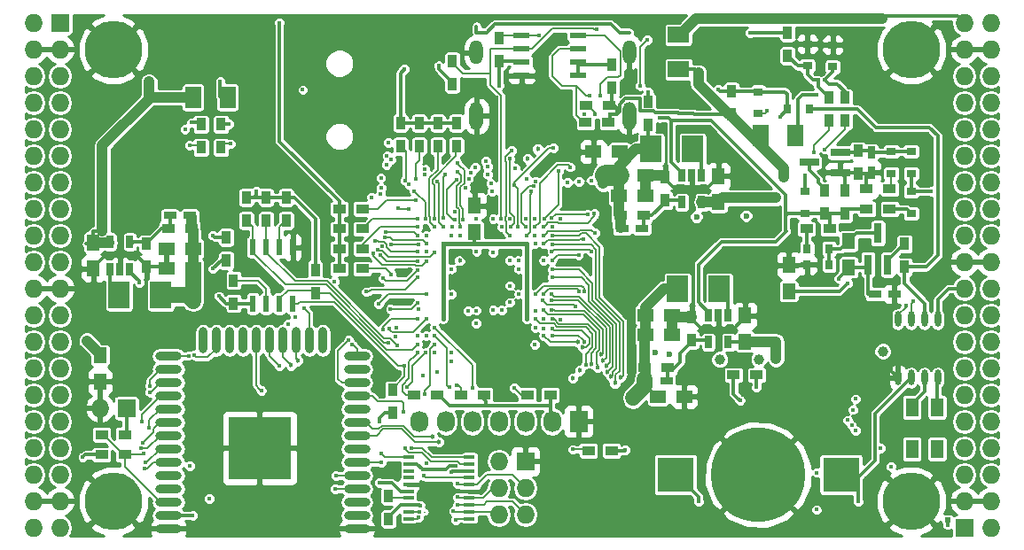
<source format=gbl>
G04 #@! TF.FileFunction,Copper,L4,Bot,Signal*
%FSLAX46Y46*%
G04 Gerber Fmt 4.6, Leading zero omitted, Abs format (unit mm)*
G04 Created by KiCad (PCBNEW 4.0.6+dfsg1-1) date Fri Sep 22 15:52:52 2017*
%MOMM*%
%LPD*%
G01*
G04 APERTURE LIST*
%ADD10C,0.100000*%
%ADD11R,0.900000X1.200000*%
%ADD12R,2.032000X1.524000*%
%ADD13R,2.000000X2.500000*%
%ADD14R,0.700000X1.200000*%
%ADD15R,1.250000X1.500000*%
%ADD16R,1.500000X1.250000*%
%ADD17R,1.524000X2.032000*%
%ADD18O,0.609600X1.473200*%
%ADD19R,0.800000X0.900000*%
%ADD20R,0.900000X0.800000*%
%ADD21R,0.800000X1.900000*%
%ADD22R,1.900000X0.800000*%
%ADD23R,1.200000X0.750000*%
%ADD24R,0.750000X1.200000*%
%ADD25R,1.200000X0.900000*%
%ADD26O,1.300000X2.700000*%
%ADD27O,1.300000X2.300000*%
%ADD28R,0.600000X1.550000*%
%ADD29R,1.550000X0.600000*%
%ADD30O,2.500000X0.900000*%
%ADD31O,0.900000X2.500000*%
%ADD32R,6.000000X6.000000*%
%ADD33R,1.727200X1.727200*%
%ADD34O,1.727200X1.727200*%
%ADD35C,5.500000*%
%ADD36R,1.000000X0.400000*%
%ADD37R,1.200000X1.800000*%
%ADD38R,0.500000X0.500000*%
%ADD39R,1.727200X2.032000*%
%ADD40O,1.727200X2.032000*%
%ADD41R,3.500000X3.300000*%
%ADD42C,9.000000*%
%ADD43C,1.000000*%
%ADD44C,0.400000*%
%ADD45C,0.600000*%
%ADD46C,0.454000*%
%ADD47C,0.300000*%
%ADD48C,0.190000*%
%ADD49C,1.000000*%
%ADD50C,2.000000*%
%ADD51C,1.500000*%
%ADD52C,0.400000*%
%ADD53C,0.200000*%
%ADD54C,0.254000*%
G04 APERTURE END LIST*
D10*
D11*
X154044000Y-72426000D03*
X154044000Y-70226000D03*
D12*
X156965000Y-67135000D03*
X156965000Y-63833000D03*
D13*
X160870000Y-88090000D03*
X156870000Y-88090000D03*
D14*
X159825000Y-90600000D03*
X160775000Y-90600000D03*
X161725000Y-90600000D03*
X161725000Y-93200000D03*
X159825000Y-93200000D03*
D13*
X158330000Y-74755000D03*
X154330000Y-74755000D03*
D14*
X157285000Y-77235000D03*
X158235000Y-77235000D03*
X159185000Y-77235000D03*
X159185000Y-79835000D03*
X157285000Y-79835000D03*
D13*
X103530000Y-88725000D03*
X107530000Y-88725000D03*
D14*
X104575000Y-86215000D03*
X103625000Y-86215000D03*
X102675000Y-86215000D03*
X102675000Y-83615000D03*
X104575000Y-83615000D03*
D15*
X101085000Y-83665000D03*
X101085000Y-86165000D03*
D16*
X153810000Y-90630000D03*
X156310000Y-90630000D03*
X153810000Y-92535000D03*
X156310000Y-92535000D03*
D15*
X163315000Y-93150000D03*
X163315000Y-90650000D03*
D16*
X151270000Y-79200000D03*
X153770000Y-79200000D03*
X151270000Y-77295000D03*
X153770000Y-77295000D03*
D15*
X160775000Y-79815000D03*
X160775000Y-77315000D03*
D16*
X110590000Y-84280000D03*
X108090000Y-84280000D03*
X110590000Y-86185000D03*
X108090000Y-86185000D03*
D17*
X110610000Y-69802000D03*
X113912000Y-69802000D03*
X168141000Y-73485000D03*
X164839000Y-73485000D03*
D18*
X181730000Y-96599000D03*
X180460000Y-96599000D03*
X179190000Y-96599000D03*
X177920000Y-96599000D03*
X177920000Y-91011000D03*
X179190000Y-91011000D03*
X180460000Y-91011000D03*
X181730000Y-91011000D03*
D15*
X173221000Y-86038000D03*
X173221000Y-83538000D03*
D19*
X169250000Y-84280000D03*
X171350000Y-84280000D03*
D20*
X179190000Y-80885000D03*
X179190000Y-78785000D03*
X177285000Y-74975000D03*
X177285000Y-77075000D03*
X169030000Y-80885000D03*
X169030000Y-78785000D03*
D21*
X176965000Y-85780000D03*
X175065000Y-85780000D03*
X176015000Y-82780000D03*
D22*
X172435000Y-75075000D03*
X172435000Y-76975000D03*
X169435000Y-76025000D03*
D23*
X153910000Y-96910000D03*
X155810000Y-96910000D03*
X151570000Y-82375000D03*
X153470000Y-82375000D03*
X110290000Y-81105000D03*
X108390000Y-81105000D03*
D24*
X175380000Y-75075000D03*
X175380000Y-76975000D03*
D25*
X169200000Y-82375000D03*
X171400000Y-82375000D03*
D11*
X172840000Y-80935000D03*
X172840000Y-78735000D03*
D25*
X177115000Y-80470000D03*
X174915000Y-80470000D03*
D11*
X174110000Y-74925000D03*
X174110000Y-77125000D03*
X178555000Y-83815000D03*
X178555000Y-86015000D03*
X113785000Y-83180000D03*
X113785000Y-85380000D03*
X170935000Y-80935000D03*
X170935000Y-78735000D03*
X129280000Y-107900000D03*
X129280000Y-110100000D03*
D25*
X150572000Y-103584000D03*
X148372000Y-103584000D03*
X177115000Y-78565000D03*
X174915000Y-78565000D03*
X153760000Y-95640000D03*
X155960000Y-95640000D03*
X110440000Y-82375000D03*
X108240000Y-82375000D03*
X151420000Y-81105000D03*
X153620000Y-81105000D03*
D11*
X158235000Y-90800000D03*
X158235000Y-93000000D03*
X106165000Y-86015000D03*
X106165000Y-83815000D03*
X155695000Y-77465000D03*
X155695000Y-79665000D03*
D25*
X126782000Y-86185000D03*
X124582000Y-86185000D03*
X126782000Y-84279000D03*
X124582000Y-84279000D03*
X126782000Y-82375000D03*
X124582000Y-82375000D03*
X126782000Y-80470000D03*
X124582000Y-80470000D03*
D11*
X130422000Y-74458000D03*
X130422000Y-72258000D03*
X132200000Y-74458000D03*
X132200000Y-72258000D03*
X133978000Y-74458000D03*
X133978000Y-72258000D03*
X135756000Y-74458000D03*
X135756000Y-72258000D03*
D26*
X152280000Y-71550000D03*
X137680000Y-71550000D03*
D27*
X137680000Y-65500000D03*
X152280000Y-65500000D03*
D28*
X116325000Y-84120000D03*
X117595000Y-84120000D03*
X118865000Y-84120000D03*
X120135000Y-84120000D03*
X120135000Y-89520000D03*
X118865000Y-89520000D03*
X117595000Y-89520000D03*
X116325000Y-89520000D03*
D23*
X175700000Y-88598000D03*
X177600000Y-88598000D03*
D29*
X141980000Y-67705000D03*
X141980000Y-66435000D03*
X141980000Y-65165000D03*
X141980000Y-63895000D03*
X147380000Y-63895000D03*
X147380000Y-65165000D03*
X147380000Y-66435000D03*
X147380000Y-67705000D03*
D19*
X171350000Y-85804000D03*
X169250000Y-85804000D03*
D20*
X179190000Y-77075000D03*
X179190000Y-74975000D03*
D30*
X126260434Y-111030338D03*
X126260434Y-109760338D03*
X126260434Y-108490338D03*
X126260434Y-107220338D03*
X126260434Y-105950338D03*
X126260434Y-104680338D03*
X126260434Y-103410338D03*
X126260434Y-102140338D03*
X126260434Y-100870338D03*
X126260434Y-99600338D03*
X126260434Y-98330338D03*
X126260434Y-97060338D03*
X126260434Y-95790338D03*
X126260434Y-94520338D03*
D31*
X122975434Y-93030338D03*
X121705434Y-93030338D03*
X120435434Y-93030338D03*
X119165434Y-93030338D03*
X117895434Y-93030338D03*
X116625434Y-93030338D03*
X115355434Y-93030338D03*
X114085434Y-93030338D03*
X112815434Y-93030338D03*
X111545434Y-93030338D03*
D30*
X108260434Y-94520338D03*
X108260434Y-95790338D03*
X108260434Y-97060338D03*
X108260434Y-98330338D03*
X108260434Y-99600338D03*
X108260434Y-100870338D03*
X108260434Y-102140338D03*
X108260434Y-103410338D03*
X108260434Y-104680338D03*
X108260434Y-105950338D03*
X108260434Y-107220338D03*
X108260434Y-108490338D03*
X108260434Y-109760338D03*
X108260434Y-111030338D03*
D32*
X116960434Y-103330338D03*
D33*
X97910000Y-62690000D03*
D34*
X95370000Y-62690000D03*
X97910000Y-65230000D03*
X95370000Y-65230000D03*
X97910000Y-67770000D03*
X95370000Y-67770000D03*
X97910000Y-70310000D03*
X95370000Y-70310000D03*
X97910000Y-72850000D03*
X95370000Y-72850000D03*
X97910000Y-75390000D03*
X95370000Y-75390000D03*
X97910000Y-77930000D03*
X95370000Y-77930000D03*
X97910000Y-80470000D03*
X95370000Y-80470000D03*
X97910000Y-83010000D03*
X95370000Y-83010000D03*
X97910000Y-85550000D03*
X95370000Y-85550000D03*
X97910000Y-88090000D03*
X95370000Y-88090000D03*
X97910000Y-90630000D03*
X95370000Y-90630000D03*
X97910000Y-93170000D03*
X95370000Y-93170000D03*
X97910000Y-95710000D03*
X95370000Y-95710000D03*
X97910000Y-98250000D03*
X95370000Y-98250000D03*
X97910000Y-100790000D03*
X95370000Y-100790000D03*
X97910000Y-103330000D03*
X95370000Y-103330000D03*
X97910000Y-105870000D03*
X95370000Y-105870000D03*
X97910000Y-108410000D03*
X95370000Y-108410000D03*
X97910000Y-110950000D03*
X95370000Y-110950000D03*
D33*
X184270000Y-110950000D03*
D34*
X186810000Y-110950000D03*
X184270000Y-108410000D03*
X186810000Y-108410000D03*
X184270000Y-105870000D03*
X186810000Y-105870000D03*
X184270000Y-103330000D03*
X186810000Y-103330000D03*
X184270000Y-100790000D03*
X186810000Y-100790000D03*
X184270000Y-98250000D03*
X186810000Y-98250000D03*
X184270000Y-95710000D03*
X186810000Y-95710000D03*
X184270000Y-93170000D03*
X186810000Y-93170000D03*
X184270000Y-90630000D03*
X186810000Y-90630000D03*
X184270000Y-88090000D03*
X186810000Y-88090000D03*
X184270000Y-85550000D03*
X186810000Y-85550000D03*
X184270000Y-83010000D03*
X186810000Y-83010000D03*
X184270000Y-80470000D03*
X186810000Y-80470000D03*
X184270000Y-77930000D03*
X186810000Y-77930000D03*
X184270000Y-75390000D03*
X186810000Y-75390000D03*
X184270000Y-72850000D03*
X186810000Y-72850000D03*
X184270000Y-70310000D03*
X186810000Y-70310000D03*
X184270000Y-67770000D03*
X186810000Y-67770000D03*
X184270000Y-65230000D03*
X186810000Y-65230000D03*
X184270000Y-62690000D03*
X186810000Y-62690000D03*
D35*
X102990000Y-108410000D03*
X179190000Y-108410000D03*
X179190000Y-65230000D03*
X102990000Y-65230000D03*
D19*
X167345000Y-70945000D03*
X169445000Y-70945000D03*
D20*
X164585000Y-69260000D03*
X164585000Y-71360000D03*
D11*
X162045000Y-71410000D03*
X162045000Y-69210000D03*
X139820000Y-66330000D03*
X139820000Y-64130000D03*
X135375000Y-68532000D03*
X135375000Y-66332000D03*
X150615000Y-68870000D03*
X150615000Y-66670000D03*
D25*
X150275000Y-72215000D03*
X148075000Y-72215000D03*
X150380000Y-70600000D03*
X148180000Y-70600000D03*
D36*
X137005000Y-104215000D03*
X137005000Y-104865000D03*
X137005000Y-105515000D03*
X137005000Y-106165000D03*
X137005000Y-106815000D03*
X137005000Y-107465000D03*
X137005000Y-108115000D03*
X137005000Y-108765000D03*
X137005000Y-109415000D03*
X137005000Y-110065000D03*
X131205000Y-110065000D03*
X131205000Y-109415000D03*
X131205000Y-108765000D03*
X131205000Y-108115000D03*
X131205000Y-107465000D03*
X131205000Y-106815000D03*
X131205000Y-106165000D03*
X131205000Y-105515000D03*
X131205000Y-104865000D03*
X131205000Y-104215000D03*
D11*
X119500000Y-79370000D03*
X119500000Y-81570000D03*
X114480000Y-89500000D03*
X114480000Y-87300000D03*
X129660000Y-99985000D03*
X129660000Y-97785000D03*
X117595000Y-79370000D03*
X117595000Y-81570000D03*
X122280000Y-86300000D03*
X122280000Y-88500000D03*
X115690000Y-79370000D03*
X115690000Y-81570000D03*
D25*
X144730000Y-98250000D03*
X142530000Y-98250000D03*
X138380000Y-98250000D03*
X136180000Y-98250000D03*
X133935000Y-98250000D03*
X131735000Y-98250000D03*
X101890000Y-103965000D03*
X104090000Y-103965000D03*
D37*
X179260000Y-99425000D03*
X179260000Y-103425000D03*
X181660000Y-103425000D03*
X181660000Y-99425000D03*
D33*
X104260000Y-99520000D03*
D34*
X101720000Y-99520000D03*
D25*
X101890000Y-102060000D03*
X104090000Y-102060000D03*
D15*
X167506000Y-88324000D03*
X167506000Y-85824000D03*
D25*
X164415000Y-96345000D03*
X162215000Y-96345000D03*
D11*
X167379000Y-65822000D03*
X167379000Y-63622000D03*
D33*
X142360000Y-104600000D03*
D34*
X139820000Y-104600000D03*
X142360000Y-107140000D03*
X139820000Y-107140000D03*
X142360000Y-109680000D03*
X139820000Y-109680000D03*
D16*
X155030000Y-98400000D03*
X157530000Y-98400000D03*
D15*
X137480000Y-82650000D03*
X137480000Y-80150000D03*
D16*
X151330000Y-75000000D03*
X148830000Y-75000000D03*
D15*
X101720000Y-94460000D03*
X101720000Y-96960000D03*
D11*
X113277000Y-74585000D03*
X113277000Y-72385000D03*
X111372000Y-74585000D03*
X111372000Y-72385000D03*
D20*
X169284000Y-66788000D03*
X169284000Y-64688000D03*
X171697000Y-66881000D03*
X171697000Y-64781000D03*
D11*
X172840000Y-72045000D03*
X172840000Y-69845000D03*
X171316000Y-72045000D03*
X171316000Y-69845000D03*
D38*
X182680000Y-110200000D03*
D39*
X147440000Y-100790000D03*
D40*
X144900000Y-100790000D03*
X142360000Y-100790000D03*
X139820000Y-100790000D03*
X137280000Y-100790000D03*
X134740000Y-100790000D03*
X132200000Y-100790000D03*
D41*
X172485000Y-105870000D03*
X156685000Y-105870000D03*
D42*
X164585000Y-105870000D03*
D43*
X116676077Y-65372157D03*
D44*
X139575609Y-69792857D03*
X146468970Y-70993942D03*
X144978424Y-71024054D03*
X143480350Y-71016526D03*
X142000564Y-71008511D03*
X113273209Y-99681387D03*
X175495631Y-71457432D03*
D43*
X165541128Y-65538825D03*
X175041608Y-65589748D03*
X107072473Y-65519920D03*
D44*
X147987361Y-71377791D03*
X144102010Y-84600000D03*
X132880424Y-84561218D03*
X135567436Y-80702302D03*
X132810347Y-82177990D03*
X145713035Y-91022010D03*
X145680000Y-94177990D03*
X177285000Y-95710000D03*
D43*
X177229911Y-82281349D03*
D44*
X170046000Y-85804000D03*
D45*
X164741832Y-81130572D03*
D44*
X120770000Y-72215000D03*
X133216000Y-109934000D03*
D45*
X161067993Y-81216119D03*
D43*
X158233687Y-94852616D03*
X162992748Y-94820185D03*
D45*
X156280000Y-81210838D03*
D44*
X131254529Y-86251357D03*
X140880000Y-81400000D03*
X136085174Y-89394826D03*
X145680000Y-81400000D03*
X120430000Y-97050000D03*
X150080000Y-81600000D03*
X131280000Y-89400000D03*
X133690245Y-94180159D03*
D46*
X139312644Y-91359700D03*
D44*
X140874194Y-91433353D03*
X145680000Y-85422010D03*
X135280000Y-95000000D03*
X135280000Y-94200000D03*
X142480000Y-94200000D03*
X140880000Y-93400000D03*
X139280000Y-93400000D03*
X137680000Y-93400000D03*
X136080000Y-93400000D03*
X136880000Y-92600000D03*
X135280000Y-92600000D03*
X132880000Y-91800000D03*
X132880000Y-93400000D03*
D46*
X141042859Y-86994997D03*
X139280000Y-87000000D03*
X136110990Y-86995403D03*
X139280000Y-88600000D03*
X137680000Y-87000000D03*
X136080000Y-84600000D03*
D43*
X101932065Y-82585048D03*
X106417803Y-68312483D03*
X166280000Y-94800000D03*
D44*
X112134000Y-108156000D03*
X128390000Y-106632000D03*
D43*
X158874182Y-67448374D03*
X167019936Y-77389798D03*
D44*
X150457224Y-71377791D03*
X172289562Y-87124051D03*
D43*
X166251010Y-79388894D03*
D44*
X139820000Y-68665673D03*
X148639876Y-77729346D03*
D43*
X149751640Y-78029346D03*
D44*
X134079160Y-66786153D03*
X109828000Y-72830000D03*
X163826593Y-63638555D03*
X116654336Y-78777990D03*
X173620534Y-99657935D03*
X173902378Y-98625522D03*
X176285000Y-103330000D03*
D43*
X176474303Y-94069095D03*
D44*
X173094000Y-87582000D03*
X164387711Y-97506234D03*
D43*
X100479904Y-93063904D03*
D45*
X163422030Y-81120665D03*
X154726292Y-94171363D03*
X156077107Y-94380779D03*
D43*
X160908408Y-94850523D03*
D45*
X158680000Y-81210838D03*
D44*
X112515000Y-83010000D03*
X181065000Y-78785000D03*
X128441330Y-100795881D03*
X110529662Y-109760338D03*
X110280000Y-105000000D03*
X100080000Y-104200000D03*
X113080000Y-88800000D03*
D43*
X164653770Y-94825547D03*
D44*
X137665894Y-91402446D03*
X135273306Y-88618602D03*
X139272517Y-84611349D03*
X137680556Y-84534085D03*
X141680000Y-86200000D03*
X135280000Y-86200000D03*
X132880000Y-92600000D03*
X132080000Y-92600000D03*
X141680000Y-88600000D03*
X141680000Y-85400000D03*
D43*
X152621047Y-98519969D03*
D44*
X136885174Y-90194826D03*
X140094890Y-90122990D03*
X139280000Y-90122990D03*
X140880000Y-89400000D03*
X137680000Y-90172990D03*
X140880000Y-87800000D03*
X140880000Y-85400000D03*
D46*
X136080000Y-85400000D03*
D44*
X120375151Y-90779445D03*
X130022933Y-91834237D03*
X119684872Y-91469724D03*
X129902064Y-92678248D03*
D43*
X110617371Y-89287199D03*
D44*
X142480000Y-91000000D03*
X142480000Y-83800000D03*
X134480000Y-83800000D03*
X134480000Y-91000000D03*
X155149360Y-71764535D03*
X121086654Y-69078528D03*
X105462439Y-87482966D03*
X170182962Y-69571012D03*
X174110000Y-108410000D03*
X158870000Y-108410000D03*
X135884156Y-106696010D03*
X137288700Y-97538741D03*
X133680000Y-91800000D03*
D46*
X134074414Y-102752225D03*
D44*
X135085458Y-97531790D03*
X135855186Y-108022639D03*
D46*
X133449289Y-102232615D03*
D44*
X133680000Y-92600000D03*
X132752670Y-98178920D03*
X128610113Y-104714568D03*
X132918584Y-104800000D03*
X135853254Y-108792386D03*
X133685668Y-93402482D03*
X130714529Y-99901000D03*
X131039363Y-97487286D03*
X135471949Y-109365878D03*
X132846234Y-94197073D03*
X118858690Y-62658970D03*
X130761990Y-67119621D03*
X148477832Y-69619684D03*
X149475951Y-69619684D03*
X148991194Y-71377791D03*
X153984196Y-64280063D03*
X153322343Y-68673419D03*
X143650666Y-63862520D03*
X178665908Y-89713903D03*
X149183754Y-63257114D03*
X179375977Y-89317806D03*
X140035989Y-81400000D03*
X128776655Y-87110882D03*
X132077895Y-86272150D03*
X117121665Y-97817265D03*
X118843798Y-95498222D03*
D46*
X119978162Y-95412951D03*
X120634035Y-94977604D03*
D44*
X113212238Y-68244401D03*
X166658010Y-71673557D03*
X160775000Y-69040000D03*
X146387166Y-77939336D03*
X147480000Y-77822010D03*
X131453853Y-103296209D03*
X144891634Y-91008466D03*
D46*
X148653935Y-95249010D03*
D44*
X144867244Y-90164455D03*
D46*
X149619858Y-94378867D03*
X150895161Y-97104924D03*
D44*
X144890381Y-83866022D03*
D46*
X151426924Y-96584651D03*
D44*
X144894101Y-83022010D03*
D46*
X150518912Y-96497510D03*
D44*
X144901285Y-86268736D03*
D46*
X150197861Y-96013257D03*
D44*
X144888562Y-86993817D03*
D46*
X150072035Y-95446034D03*
D44*
X144877648Y-88622010D03*
X144810610Y-89177990D03*
D46*
X149779241Y-94944191D03*
D44*
X144895773Y-91874444D03*
D46*
X147777713Y-93691005D03*
X147399581Y-93209136D03*
D44*
X144102010Y-92600000D03*
D46*
X147990903Y-93150519D03*
D44*
X144882352Y-92577990D03*
X130807074Y-95454141D03*
X130141304Y-93529144D03*
X132080000Y-93400000D03*
X129254670Y-93244631D03*
X133919980Y-96038729D03*
X141280000Y-97600000D03*
X132572818Y-96383863D03*
X135770000Y-97338127D03*
X132080000Y-94200000D03*
X128669601Y-84020243D03*
X105906712Y-103816552D03*
X129459184Y-90039192D03*
X132080000Y-89444020D03*
X130839486Y-103354982D03*
X128602801Y-103872537D03*
X128321313Y-89539949D03*
X132656192Y-105976192D03*
X132880000Y-88600000D03*
X127145130Y-88379076D03*
X124253981Y-105982535D03*
X132080000Y-87000000D03*
X125827283Y-93452662D03*
X124202418Y-107207639D03*
D46*
X142530990Y-75662841D03*
X143525587Y-74749772D03*
D44*
X110313517Y-74380698D03*
X132146108Y-109940263D03*
X114166000Y-74247000D03*
X132189000Y-109415000D03*
X135567436Y-81489225D03*
X135767546Y-77648547D03*
X134702010Y-77200000D03*
X134471354Y-81347908D03*
X132761172Y-77202673D03*
X132737245Y-76676207D03*
X128545566Y-77476577D03*
X127643658Y-79355564D03*
X110718734Y-94451783D03*
X128515897Y-78994176D03*
X110193102Y-94489889D03*
X128569727Y-78469921D03*
X106480000Y-97386401D03*
X131230910Y-78113843D03*
X106480000Y-97968443D03*
X131709326Y-78745875D03*
X132783332Y-81399993D03*
X129016746Y-82660638D03*
X105679715Y-100783924D03*
X132084821Y-83022010D03*
X128948848Y-83183258D03*
X106401171Y-101377901D03*
X132886504Y-83777990D03*
X129513931Y-83860979D03*
X105803161Y-102850427D03*
X132117443Y-83866021D03*
X127966259Y-83527946D03*
X105651866Y-103355255D03*
X132079996Y-84503337D03*
X128256283Y-84387285D03*
X106023598Y-104697574D03*
X133671942Y-84595200D03*
X127824162Y-84688968D03*
X105973679Y-105248709D03*
X132875802Y-85428138D03*
D46*
X146862501Y-96617499D03*
X147534467Y-95913260D03*
D44*
X148102806Y-95339021D03*
X143280000Y-91000000D03*
X149207706Y-95605291D03*
X144082424Y-90132858D03*
X143989948Y-89177990D03*
X147125926Y-89802879D03*
X143281824Y-90201951D03*
X144102010Y-85397219D03*
X147422472Y-84858593D03*
X144886544Y-85385186D03*
X144102010Y-83000000D03*
X148975652Y-82755341D03*
X144885092Y-82177990D03*
X147470668Y-88324835D03*
X144082832Y-88584510D03*
X147997681Y-88324844D03*
X143278026Y-88595030D03*
X144102010Y-82185600D03*
X148935852Y-80899014D03*
X148337768Y-80975785D03*
X144866392Y-81333979D03*
X139280000Y-81400000D03*
X139145358Y-78809170D03*
X139040624Y-78036724D03*
X138723613Y-77165705D03*
X138593844Y-75910161D03*
X138716105Y-76425854D03*
X137680000Y-81400000D03*
X137538026Y-76510532D03*
X137116016Y-76974740D03*
X136928568Y-77562978D03*
X136634118Y-78451672D03*
X135830689Y-76094515D03*
X136411444Y-81497309D03*
X148668800Y-84550385D03*
X144877691Y-84532933D03*
X144102010Y-83800000D03*
X147894174Y-83335809D03*
X142851623Y-78759750D03*
X142473549Y-82998913D03*
X143105106Y-78295223D03*
X142396423Y-82191394D03*
X145494012Y-76834828D03*
X144146021Y-81374784D03*
X143331797Y-77819457D03*
X146627648Y-76461302D03*
X143257990Y-82207154D03*
X143257990Y-81379632D03*
X145017056Y-74655847D03*
X141318978Y-78199263D03*
X141657990Y-82130345D03*
X142413979Y-81382236D03*
X140080000Y-82200000D03*
X141342967Y-76554996D03*
X141046643Y-74873804D03*
X140864029Y-83041403D03*
X140890207Y-75681941D03*
X140924011Y-82179283D03*
X129542604Y-86703515D03*
X132880000Y-83022010D03*
X132080000Y-82177990D03*
X132080000Y-81400000D03*
X131847310Y-79589886D03*
X130856828Y-77742623D03*
X131923295Y-77584853D03*
X133654358Y-82177990D03*
X133627343Y-81396408D03*
X129336756Y-91938993D03*
X132880000Y-91000000D03*
X128765088Y-92004296D03*
X132077648Y-90977990D03*
X130196821Y-80377733D03*
X131180000Y-80500000D03*
X128489708Y-84867377D03*
X132079620Y-85428138D03*
X165432990Y-71070016D03*
X134501414Y-82177578D03*
X133922194Y-77854836D03*
X135680000Y-110200000D03*
X146844288Y-103452739D03*
X132540000Y-105400000D03*
X135680000Y-105037990D03*
X132280000Y-108800000D03*
X135248000Y-105616000D03*
X112515000Y-86185000D03*
X162842298Y-98762298D03*
X170126036Y-109212466D03*
X170157734Y-105666345D03*
X169895346Y-75092988D03*
X143257990Y-83000000D03*
X151896383Y-103510715D03*
X169030000Y-77295000D03*
X114039000Y-72342000D03*
X110483000Y-72215000D03*
X177274002Y-105079115D03*
X143258015Y-93423150D03*
X173867913Y-101655141D03*
X143280000Y-91800000D03*
X144064831Y-91877646D03*
X173497957Y-101157615D03*
X173102681Y-100658357D03*
X144080000Y-91000000D03*
X154044000Y-69294000D03*
X129061632Y-76229575D03*
X135280000Y-83022010D03*
X129493343Y-75737814D03*
X136080000Y-83000000D03*
X129122249Y-75363607D03*
X135345425Y-82176814D03*
X129252218Y-74142461D03*
X135830698Y-76905381D03*
X136080000Y-82200000D03*
X170943165Y-74761464D03*
X143280000Y-83800000D03*
X142480000Y-77600000D03*
X170300000Y-68151000D03*
X170950000Y-68125562D03*
X125480000Y-93000000D03*
X121211999Y-89942596D03*
X132156079Y-90030946D03*
X182654362Y-110665838D03*
X124080000Y-87400000D03*
X124080000Y-87400000D03*
D47*
X138630000Y-63600000D02*
X139449896Y-62780104D01*
X137680000Y-63000000D02*
X137680000Y-63600000D01*
X150510104Y-62780104D02*
X151330000Y-63600000D01*
X137680000Y-63600000D02*
X138630000Y-63600000D01*
X139449896Y-62780104D02*
X150510104Y-62780104D01*
X151330000Y-63600000D02*
X152280000Y-63600000D01*
D48*
X132742351Y-109415000D02*
X132748035Y-109420684D01*
D47*
X139292767Y-69792857D02*
X139575609Y-69792857D01*
X137822857Y-69792857D02*
X139292767Y-69792857D01*
X137680000Y-69650000D02*
X137822857Y-69792857D01*
X169284000Y-64688000D02*
X166391953Y-64688000D01*
X166391953Y-64688000D02*
X165541128Y-65538825D01*
X171697000Y-64781000D02*
X174232860Y-64781000D01*
X174232860Y-64781000D02*
X175041608Y-65589748D01*
X169284000Y-64688000D02*
X171604000Y-64688000D01*
X171604000Y-64688000D02*
X171697000Y-64781000D01*
X177285000Y-95710000D02*
X177285000Y-95964000D01*
X177285000Y-95964000D02*
X177920000Y-96599000D01*
X167506000Y-85824000D02*
X169230000Y-85824000D01*
X169230000Y-85824000D02*
X169250000Y-85804000D01*
X169250000Y-85804000D02*
X170046000Y-85804000D01*
X134345000Y-107465000D02*
X133695000Y-106815000D01*
X133695000Y-106815000D02*
X131205000Y-106815000D01*
X137005000Y-107465000D02*
X134345000Y-107465000D01*
X102210000Y-84915000D02*
X103625000Y-84915000D01*
X103625000Y-84915000D02*
X105215000Y-84915000D01*
X103625000Y-86215000D02*
X103625000Y-84915000D01*
X105215000Y-84915000D02*
X106165000Y-85865000D01*
X106165000Y-85865000D02*
X106165000Y-86015000D01*
X101085000Y-86165000D02*
X101085000Y-86040000D01*
X101085000Y-86040000D02*
X102210000Y-84915000D01*
X106165000Y-86015000D02*
X107920000Y-86015000D01*
X107920000Y-86015000D02*
X108090000Y-86185000D01*
X139085645Y-91132701D02*
X139312644Y-91359700D01*
X138480000Y-89400000D02*
X138480000Y-90527056D01*
X139280000Y-88600000D02*
X138480000Y-89400000D01*
X138480000Y-90527056D02*
X139085645Y-91132701D01*
D49*
X153770000Y-77295000D02*
X155525000Y-77295000D01*
D47*
X155525000Y-77295000D02*
X155695000Y-77465000D01*
D49*
X153770000Y-79200000D02*
X153770000Y-77295000D01*
D47*
X174110000Y-77125000D02*
X174745000Y-77125000D01*
X174745000Y-77125000D02*
X175230000Y-77125000D01*
X174915000Y-78565000D02*
X174915000Y-77295000D01*
X174915000Y-77295000D02*
X174745000Y-77125000D01*
X172840000Y-78735000D02*
X172840000Y-77380000D01*
X172840000Y-77380000D02*
X172435000Y-76975000D01*
X175230000Y-77125000D02*
X175380000Y-76975000D01*
X172435000Y-76975000D02*
X173960000Y-76975000D01*
X173960000Y-76975000D02*
X174110000Y-77125000D01*
X137680000Y-86200000D02*
X137680000Y-86600000D01*
X136080000Y-84600000D02*
X137680000Y-86200000D01*
X159850000Y-78365000D02*
X158235000Y-78365000D01*
X158235000Y-78365000D02*
X156445000Y-78365000D01*
X158235000Y-77235000D02*
X158235000Y-78365000D01*
X160775000Y-77315000D02*
X160775000Y-77440000D01*
X160775000Y-77440000D02*
X159850000Y-78365000D01*
X156445000Y-78365000D02*
X155695000Y-77615000D01*
X155695000Y-77615000D02*
X155695000Y-77465000D01*
D49*
X156310000Y-90630000D02*
X156310000Y-92535000D01*
X158235000Y-90800000D02*
X156480000Y-90800000D01*
D47*
X156480000Y-90800000D02*
X156310000Y-90630000D01*
X163315000Y-90650000D02*
X163315000Y-90834602D01*
X163315000Y-90834602D02*
X162249602Y-91900000D01*
X162249602Y-91900000D02*
X160775000Y-91900000D01*
X101085000Y-86165000D02*
X101085000Y-85929893D01*
X106165000Y-85944374D02*
X106165000Y-86015000D01*
X159185000Y-91900000D02*
X160775000Y-91900000D01*
X160775000Y-90600000D02*
X160775000Y-91900000D01*
X158235000Y-90800000D02*
X158235000Y-90950000D01*
X158235000Y-90950000D02*
X159185000Y-91900000D01*
X108090000Y-84280000D02*
X108090000Y-86185000D01*
X107625000Y-84745000D02*
X108090000Y-84280000D01*
X108070000Y-84260000D02*
X108090000Y-84280000D01*
X141037856Y-87000000D02*
X141042859Y-86994997D01*
X139280000Y-87000000D02*
X141037856Y-87000000D01*
X136432016Y-86995403D02*
X136110990Y-86995403D01*
X137284597Y-86995403D02*
X136432016Y-86995403D01*
X137680000Y-86600000D02*
X137284597Y-86995403D01*
X137680000Y-86600000D02*
X137680000Y-87000000D01*
D48*
X138029000Y-66332000D02*
X138115000Y-66246000D01*
D47*
X101085000Y-82615000D02*
X101114952Y-82585048D01*
X101114952Y-82585048D02*
X101224959Y-82585048D01*
X101085000Y-83665000D02*
X101085000Y-82615000D01*
D49*
X101932065Y-81877942D02*
X101932065Y-82585048D01*
X101932065Y-74415935D02*
X101932065Y-81877942D01*
X106407114Y-69940886D02*
X101932065Y-74415935D01*
D47*
X101224959Y-82585048D02*
X101932065Y-82585048D01*
X151080000Y-71400000D02*
X151352990Y-71127010D01*
X158407951Y-71315988D02*
X158501963Y-71410000D01*
X151352990Y-71127010D02*
X151352990Y-70466020D01*
X153372399Y-71103001D02*
X154568521Y-71103001D01*
X158501963Y-71410000D02*
X162045000Y-71410000D01*
X151352990Y-70466020D02*
X151896020Y-69922990D01*
X153316999Y-69896923D02*
X153316999Y-71047601D01*
X156924522Y-71275510D02*
X156965000Y-71315988D01*
X151896020Y-69922990D02*
X152557010Y-69922990D01*
X152557010Y-69922990D02*
X152583077Y-69896923D01*
X152583077Y-69896923D02*
X153316999Y-69896923D01*
X156965000Y-71315988D02*
X158407951Y-71315988D01*
X153316999Y-71047601D02*
X153372399Y-71103001D01*
X154568521Y-71103001D02*
X154741030Y-71275510D01*
X154741030Y-71275510D02*
X156924522Y-71275510D01*
D49*
X106417803Y-69019589D02*
X106417803Y-68312483D01*
X106417803Y-69930197D02*
X106417803Y-69019589D01*
X106407114Y-69940886D02*
X106417803Y-69930197D01*
X166280000Y-93150000D02*
X166280000Y-94800000D01*
D47*
X129572000Y-106632000D02*
X128390000Y-106632000D01*
X131205000Y-107465000D02*
X130405000Y-107465000D01*
X130405000Y-107465000D02*
X129572000Y-106632000D01*
X158560808Y-67135000D02*
X158874182Y-67448374D01*
D49*
X158874182Y-68155480D02*
X158874182Y-67448374D01*
X158874182Y-68518051D02*
X158874182Y-68155480D01*
X158929356Y-68573225D02*
X158874182Y-68518051D01*
X162045000Y-71410000D02*
X161766131Y-71410000D01*
X161766131Y-71410000D02*
X158929356Y-68573225D01*
D47*
X156965000Y-67135000D02*
X158560808Y-67135000D01*
X110610000Y-69548000D02*
X110610000Y-69802000D01*
X150457224Y-71377791D02*
X150457224Y-72032776D01*
X150457224Y-72032776D02*
X150275000Y-72215000D01*
D49*
X162045000Y-71560000D02*
X167019936Y-76534936D01*
X162045000Y-71410000D02*
X162045000Y-71560000D01*
X167019936Y-76682692D02*
X167019936Y-77389798D01*
X167019936Y-76534936D02*
X167019936Y-76682692D01*
X109975000Y-69802000D02*
X106546000Y-69802000D01*
X106546000Y-69802000D02*
X106419000Y-69929000D01*
D47*
X164839000Y-73485000D02*
X163777000Y-73485000D01*
X163777000Y-73485000D02*
X162045000Y-71753000D01*
X162045000Y-71753000D02*
X162045000Y-71410000D01*
X151057791Y-71377791D02*
X150740066Y-71377791D01*
X150740066Y-71377791D02*
X150457224Y-71377791D01*
X151080000Y-71400000D02*
X151057791Y-71377791D01*
X172289562Y-87094438D02*
X172289562Y-87124051D01*
X173221000Y-86163000D02*
X172289562Y-87094438D01*
X173221000Y-86038000D02*
X173221000Y-86163000D01*
X175065000Y-88598000D02*
X175065000Y-85780000D01*
X175700000Y-88598000D02*
X175065000Y-88598000D01*
D49*
X160790000Y-79800000D02*
X161201106Y-79388894D01*
X165543904Y-79388894D02*
X166251010Y-79388894D01*
X161201106Y-79388894D02*
X165543904Y-79388894D01*
X106419000Y-69929000D02*
X106407114Y-69940886D01*
D47*
X106419000Y-69675000D02*
X106419000Y-69929000D01*
X100572432Y-83665000D02*
X100424079Y-83813353D01*
X101085000Y-83665000D02*
X100572432Y-83665000D01*
X160790000Y-79800000D02*
X160775000Y-79815000D01*
D49*
X163315000Y-93150000D02*
X166280000Y-93150000D01*
D47*
X160775000Y-79940000D02*
X160775000Y-79815000D01*
X164925000Y-93150000D02*
X164240000Y-93150000D01*
X164240000Y-93150000D02*
X163315000Y-93150000D01*
X101085000Y-83665000D02*
X101085000Y-83790000D01*
X151080000Y-71400000D02*
X151080000Y-70838120D01*
X151080000Y-70838120D02*
X150615000Y-70373120D01*
X150615000Y-70373120D02*
X150615000Y-69995990D01*
X150615000Y-69995990D02*
X150615000Y-68870000D01*
D49*
X159185000Y-79835000D02*
X160755000Y-79835000D01*
D47*
X160755000Y-79835000D02*
X160775000Y-79815000D01*
X161725000Y-93200000D02*
X163265000Y-93200000D01*
X163265000Y-93200000D02*
X163315000Y-93150000D01*
X173221000Y-86038000D02*
X174807000Y-86038000D01*
X174807000Y-86038000D02*
X175065000Y-85780000D01*
D49*
X101085000Y-83665000D02*
X102625000Y-83665000D01*
D47*
X102625000Y-83665000D02*
X102675000Y-83615000D01*
X184270000Y-62690000D02*
X183586610Y-62006610D01*
X183586610Y-62006610D02*
X176657911Y-62006610D01*
X176657911Y-62006610D02*
X176413347Y-62251174D01*
D49*
X156965000Y-63960000D02*
X158673826Y-62251174D01*
X158673826Y-62251174D02*
X176413347Y-62251174D01*
X176413347Y-62251174D02*
X176425450Y-62263277D01*
D47*
X139820000Y-66330000D02*
X139820000Y-68665673D01*
D49*
X149784145Y-77289735D02*
X149751640Y-77322240D01*
X149751640Y-77322240D02*
X149751640Y-78029346D01*
X149993577Y-77289735D02*
X149784145Y-77289735D01*
D47*
X134079160Y-67068995D02*
X134079160Y-66786153D01*
X134079160Y-67086160D02*
X134079160Y-67068995D01*
X135375000Y-68382000D02*
X134079160Y-67086160D01*
X135375000Y-68532000D02*
X135375000Y-68382000D01*
X163843148Y-63622000D02*
X163826593Y-63638555D01*
X167379000Y-63622000D02*
X163843148Y-63622000D01*
X154044000Y-72426000D02*
X154044000Y-74469000D01*
X154044000Y-74469000D02*
X154330000Y-74755000D01*
X116654336Y-79155664D02*
X116654336Y-79060832D01*
X115690000Y-79370000D02*
X116440000Y-79370000D01*
X116440000Y-79370000D02*
X116654336Y-79155664D01*
X116654336Y-79060832D02*
X116654336Y-78777990D01*
X181730000Y-89106000D02*
X182746000Y-88090000D01*
X182746000Y-88090000D02*
X184270000Y-88090000D01*
X181730000Y-91011000D02*
X181730000Y-89106000D01*
X172352000Y-88324000D02*
X173094000Y-87582000D01*
X167506000Y-88324000D02*
X172352000Y-88324000D01*
X164415000Y-96345000D02*
X164415000Y-97478945D01*
X164415000Y-97478945D02*
X164387711Y-97506234D01*
X100479904Y-93094904D02*
X100479904Y-93063904D01*
D49*
X101720000Y-94335000D02*
X100479904Y-93094904D01*
D47*
X101720000Y-94460000D02*
X101720000Y-94335000D01*
X151330000Y-75000000D02*
X151330000Y-77235000D01*
X151330000Y-77235000D02*
X151270000Y-77295000D01*
X138380000Y-98250000D02*
X138380000Y-98686358D01*
X138380000Y-98686358D02*
X138550000Y-98856358D01*
X138550000Y-98856358D02*
X138550000Y-99266000D01*
X135101000Y-99266000D02*
X138550000Y-99266000D01*
X138550000Y-99266000D02*
X144730000Y-99266000D01*
X144730000Y-98250000D02*
X144730000Y-99266000D01*
X144730000Y-99266000D02*
X144730000Y-99400000D01*
X133935000Y-98250000D02*
X134085000Y-98250000D01*
X134085000Y-98250000D02*
X135101000Y-99266000D01*
X144730000Y-99400000D02*
X144730000Y-100620000D01*
X113785000Y-83180000D02*
X112685000Y-83180000D01*
X112685000Y-83180000D02*
X112515000Y-83010000D01*
X122280000Y-86300000D02*
X122280000Y-81400000D01*
X122280000Y-81400000D02*
X120250000Y-79370000D01*
X120250000Y-79370000D02*
X119500000Y-79370000D01*
X179190000Y-78785000D02*
X181065000Y-78785000D01*
X128441330Y-100513039D02*
X128441330Y-100795881D01*
X128441330Y-100453670D02*
X128441330Y-100513039D01*
X129660000Y-99985000D02*
X128910000Y-99985000D01*
X128910000Y-99985000D02*
X128441330Y-100453670D01*
X108260434Y-109760338D02*
X110529662Y-109760338D01*
X179190000Y-77075000D02*
X179190000Y-78785000D01*
X100315000Y-103965000D02*
X100080000Y-104200000D01*
X101890000Y-103965000D02*
X100315000Y-103965000D01*
X117595000Y-79370000D02*
X119500000Y-79370000D01*
X115690000Y-79370000D02*
X117595000Y-79370000D01*
X114480000Y-89500000D02*
X113780000Y-89500000D01*
X113780000Y-89500000D02*
X113080000Y-88800000D01*
X114480000Y-89500000D02*
X116305000Y-89500000D01*
X116305000Y-89500000D02*
X116325000Y-89520000D01*
X144900000Y-98250000D02*
X144730000Y-98250000D01*
X138380000Y-98250000D02*
X138530000Y-98250000D01*
X144730000Y-100620000D02*
X144900000Y-100790000D01*
X139820000Y-66330000D02*
X141875000Y-66330000D01*
X141875000Y-66330000D02*
X141980000Y-66435000D01*
D49*
X151270000Y-77295000D02*
X151264735Y-77289735D01*
D50*
X151264735Y-77289735D02*
X149993577Y-77289735D01*
D49*
X151270000Y-77295000D02*
X151270000Y-76370000D01*
D47*
X152885000Y-74755000D02*
X153030000Y-74755000D01*
D49*
X151270000Y-76370000D02*
X152885000Y-74755000D01*
X153030000Y-74755000D02*
X154330000Y-74755000D01*
X151420000Y-81105000D02*
X151420000Y-82225000D01*
D47*
X151420000Y-82225000D02*
X151570000Y-82375000D01*
D49*
X151270000Y-79200000D02*
X151270000Y-80955000D01*
D47*
X151270000Y-80955000D02*
X151420000Y-81105000D01*
D49*
X151270000Y-77295000D02*
X151270000Y-79200000D01*
D47*
X151790000Y-76775000D02*
X151270000Y-77295000D01*
X160870000Y-88090000D02*
X161725000Y-88945000D01*
X161725000Y-88945000D02*
X161725000Y-90600000D01*
X159185000Y-77235000D02*
X159185000Y-75610000D01*
X159185000Y-75610000D02*
X158330000Y-74755000D01*
X155030000Y-98400000D02*
X154905000Y-98400000D01*
X154905000Y-98400000D02*
X153733519Y-97228519D01*
X153733519Y-97228519D02*
X153733519Y-96686345D01*
D49*
X153701005Y-95301005D02*
X153810000Y-95410000D01*
X153701005Y-92643995D02*
X153701005Y-95301005D01*
X153810000Y-92535000D02*
X153701005Y-92643995D01*
D47*
X153810000Y-95410000D02*
X154110000Y-95710000D01*
X154110000Y-95710000D02*
X154110000Y-96385000D01*
D51*
X153121046Y-98019970D02*
X152621047Y-98519969D01*
X153733519Y-97407497D02*
X153121046Y-98019970D01*
X153733519Y-96686345D02*
X153733519Y-97407497D01*
D49*
X156870000Y-88090000D02*
X155570000Y-88090000D01*
X155570000Y-88090000D02*
X153810000Y-89850000D01*
X153810000Y-89850000D02*
X153810000Y-90630000D01*
X153810000Y-92535000D02*
X153810000Y-90630000D01*
D47*
X153695000Y-90515000D02*
X153810000Y-90630000D01*
X156010000Y-95710000D02*
X156524914Y-95710000D01*
X156524914Y-95710000D02*
X157145126Y-95089788D01*
X157145126Y-95089788D02*
X157145126Y-94239874D01*
X157145126Y-94239874D02*
X158235000Y-93150000D01*
X158235000Y-93150000D02*
X158235000Y-93000000D01*
X155960000Y-95640000D02*
X155960000Y-96760000D01*
X155960000Y-96760000D02*
X155810000Y-96910000D01*
X158235000Y-93000000D02*
X159625000Y-93000000D01*
X159625000Y-93000000D02*
X159825000Y-93200000D01*
D52*
X134480000Y-83800000D02*
X137480000Y-83800000D01*
D47*
X137480000Y-82650000D02*
X137480000Y-83800000D01*
D52*
X137480000Y-83800000D02*
X142480000Y-83800000D01*
D51*
X110055172Y-88725000D02*
X107530000Y-88725000D01*
X110617371Y-89287199D02*
X110055172Y-88725000D01*
D47*
X110590000Y-89259828D02*
X110617371Y-89287199D01*
D51*
X110590000Y-86185000D02*
X110590000Y-89259828D01*
D52*
X142480000Y-83800000D02*
X142480000Y-91000000D01*
X134480000Y-91000000D02*
X134480000Y-83800000D01*
D49*
X110440000Y-82375000D02*
X110440000Y-81255000D01*
D47*
X110440000Y-81255000D02*
X110290000Y-81105000D01*
D49*
X110590000Y-84280000D02*
X110590000Y-82525000D01*
D47*
X110590000Y-82525000D02*
X110440000Y-82375000D01*
D49*
X110590000Y-86185000D02*
X110590000Y-84280000D01*
D47*
X110070000Y-86705000D02*
X110590000Y-86185000D01*
X102675000Y-86215000D02*
X102675000Y-87870000D01*
X102675000Y-87870000D02*
X103530000Y-88725000D01*
X156280000Y-72000000D02*
X156044535Y-71764535D01*
X156044535Y-71764535D02*
X155432202Y-71764535D01*
X155432202Y-71764535D02*
X155149360Y-71764535D01*
X167183550Y-79089235D02*
X167183550Y-81105000D01*
X156280000Y-72000000D02*
X160094315Y-72000000D01*
X160094315Y-72000000D02*
X167183550Y-79089235D01*
X105462439Y-87352439D02*
X105462439Y-87482966D01*
X104575000Y-86465000D02*
X105462439Y-87352439D01*
X104575000Y-86215000D02*
X104575000Y-86465000D01*
X167183550Y-81105000D02*
X167183550Y-82518550D01*
X169030000Y-80885000D02*
X167403550Y-80885000D01*
X167403550Y-80885000D02*
X167183550Y-81105000D01*
X166265000Y-83600000D02*
X167265000Y-82600000D01*
X167183550Y-82518550D02*
X167265000Y-82600000D01*
X156280000Y-75980000D02*
X156280000Y-72000000D01*
X157285000Y-77235000D02*
X157285000Y-76985000D01*
X157285000Y-76985000D02*
X156280000Y-75980000D01*
X159825000Y-90600000D02*
X159825000Y-90345000D01*
X159825000Y-90345000D02*
X158880000Y-89400000D01*
X158880000Y-89400000D02*
X158880000Y-85800000D01*
X158880000Y-85800000D02*
X161080000Y-83600000D01*
X161080000Y-83600000D02*
X166265000Y-83600000D01*
X168980000Y-80885000D02*
X169030000Y-80885000D01*
X169030000Y-80885000D02*
X170885000Y-80885000D01*
X170885000Y-80885000D02*
X170935000Y-80935000D01*
X170935000Y-80935000D02*
X171570000Y-80935000D01*
X171570000Y-80935000D02*
X172840000Y-80935000D01*
X171400000Y-82375000D02*
X171400000Y-81105000D01*
X171400000Y-81105000D02*
X171570000Y-80935000D01*
X174915000Y-80470000D02*
X173305000Y-80470000D01*
X173305000Y-80470000D02*
X172840000Y-80935000D01*
X153620000Y-81105000D02*
X154432087Y-81105000D01*
X154432087Y-81105000D02*
X155695000Y-79842087D01*
X155695000Y-79842087D02*
X155695000Y-79665000D01*
X153620000Y-81105000D02*
X153620000Y-82225000D01*
X153620000Y-82225000D02*
X153470000Y-82375000D01*
X155695000Y-79665000D02*
X157115000Y-79665000D01*
X157115000Y-79665000D02*
X157285000Y-79835000D01*
X155525000Y-79835000D02*
X155695000Y-79665000D01*
X108240000Y-82375000D02*
X107605000Y-82375000D01*
X107605000Y-82375000D02*
X106165000Y-83815000D01*
X104575000Y-83615000D02*
X105965000Y-83615000D01*
X105965000Y-83615000D02*
X106165000Y-83815000D01*
X104775000Y-83815000D02*
X104575000Y-83615000D01*
X108070000Y-82545000D02*
X108240000Y-82375000D01*
X108390000Y-81105000D02*
X108390000Y-82225000D01*
X108390000Y-82225000D02*
X108240000Y-82375000D01*
X168141000Y-73485000D02*
X168402683Y-73223317D01*
X168402683Y-73223317D02*
X168402683Y-69932420D01*
X168402683Y-69932420D02*
X168764091Y-69571012D01*
X168764091Y-69571012D02*
X169900120Y-69571012D01*
X169900120Y-69571012D02*
X170182962Y-69571012D01*
X158870000Y-108410000D02*
X158870000Y-107955000D01*
X156785000Y-105870000D02*
X156685000Y-105870000D01*
X158870000Y-107955000D02*
X156785000Y-105870000D01*
X174390000Y-105870000D02*
X175730225Y-104529775D01*
X175730225Y-104529775D02*
X175730225Y-100058775D01*
X175730225Y-100058775D02*
X179190000Y-96599000D01*
X174110000Y-108410000D02*
X174110000Y-106150000D01*
X174110000Y-106150000D02*
X174390000Y-105870000D01*
D48*
X137005000Y-106815000D02*
X137695000Y-106815000D01*
X137695000Y-106815000D02*
X138636731Y-105873269D01*
X138636731Y-105873269D02*
X141093269Y-105873269D01*
X141093269Y-105873269D02*
X142360000Y-107140000D01*
X131793914Y-102752225D02*
X133753388Y-102752225D01*
X130542027Y-101500338D02*
X131793914Y-102752225D01*
X128791195Y-101500338D02*
X130542027Y-101500338D01*
X128151195Y-102140338D02*
X128791195Y-101500338D01*
X133753388Y-102752225D02*
X134074414Y-102752225D01*
X126260434Y-102140338D02*
X128151195Y-102140338D01*
X136003146Y-106815000D02*
X135884156Y-106696010D01*
X137005000Y-106815000D02*
X136003146Y-106815000D01*
X137288700Y-97255899D02*
X137288700Y-97538741D01*
X137288700Y-95408700D02*
X137288700Y-97255899D01*
X133680000Y-91800000D02*
X137288700Y-95408700D01*
X137005000Y-108115000D02*
X138298299Y-108115000D01*
X138298299Y-108115000D02*
X139273299Y-107140000D01*
X139273299Y-107140000D02*
X139820000Y-107140000D01*
X126260434Y-100870338D02*
X127060434Y-100870338D01*
X133128263Y-102232615D02*
X133449289Y-102232615D01*
X128662889Y-101180323D02*
X130670332Y-101180323D01*
X131722624Y-102232615D02*
X133128263Y-102232615D01*
X128332874Y-101510338D02*
X128662889Y-101180323D01*
X127060434Y-100870338D02*
X127700434Y-101510338D01*
X127700434Y-101510338D02*
X128332874Y-101510338D01*
X130670332Y-101180323D02*
X131722624Y-102232615D01*
X134856098Y-97302430D02*
X134885459Y-97331791D01*
X134856098Y-93776098D02*
X134856098Y-97302430D01*
X133680000Y-92600000D02*
X134856098Y-93776098D01*
X134885459Y-97331791D02*
X135085458Y-97531790D01*
X137005000Y-108115000D02*
X135947547Y-108115000D01*
X135947547Y-108115000D02*
X135855186Y-108022639D01*
X137005000Y-108765000D02*
X138363482Y-108765000D01*
X138363482Y-108765000D02*
X138696143Y-108432339D01*
X138696143Y-108432339D02*
X141112339Y-108432339D01*
X141112339Y-108432339D02*
X141496401Y-108816401D01*
X141496401Y-108816401D02*
X142360000Y-109680000D01*
X133268244Y-97295512D02*
X132752670Y-97811086D01*
X133268244Y-93819906D02*
X133268244Y-97295512D01*
X133685668Y-93402482D02*
X133268244Y-93819906D01*
X132752670Y-97811086D02*
X132752670Y-97896078D01*
X132752670Y-97896078D02*
X132752670Y-98178920D01*
X128575883Y-104680338D02*
X128610113Y-104714568D01*
X126260434Y-104680338D02*
X128575883Y-104680338D01*
X137005000Y-108765000D02*
X135880640Y-108765000D01*
X135880640Y-108765000D02*
X135853254Y-108792386D01*
X130549000Y-98885000D02*
X130714529Y-99050529D01*
X130714529Y-99050529D02*
X130714529Y-99901000D01*
X128255096Y-98885000D02*
X130549000Y-98885000D01*
X126260434Y-98330338D02*
X127700434Y-98330338D01*
X127700434Y-98330338D02*
X128255096Y-98885000D01*
X137005000Y-109415000D02*
X139555000Y-109415000D01*
X139555000Y-109415000D02*
X139820000Y-109680000D01*
X131565180Y-96961469D02*
X131239362Y-97287287D01*
X131239362Y-97287287D02*
X131039363Y-97487286D01*
X131565180Y-95478127D02*
X131565180Y-96961469D01*
X132846234Y-94197073D02*
X131565180Y-95478127D01*
X135521071Y-109415000D02*
X135471949Y-109365878D01*
X137005000Y-109415000D02*
X135521071Y-109415000D01*
D47*
X169445000Y-70945000D02*
X174084740Y-70945000D01*
X174084740Y-70945000D02*
X175826942Y-72687202D01*
X175826942Y-72687202D02*
X180932202Y-72687202D01*
X180932202Y-72687202D02*
X181730000Y-73485000D01*
X181730000Y-73485000D02*
X181730000Y-84915000D01*
X181730000Y-84915000D02*
X180630000Y-86015000D01*
X180630000Y-86015000D02*
X178555000Y-86015000D01*
X180460000Y-91011000D02*
X180460000Y-89489868D01*
X180460000Y-89489868D02*
X178555000Y-87584868D01*
X178555000Y-87584868D02*
X178555000Y-86015000D01*
X176015000Y-82780000D02*
X173979000Y-82780000D01*
X173979000Y-82780000D02*
X173221000Y-83538000D01*
X171350000Y-84280000D02*
X172479000Y-84280000D01*
X172479000Y-84280000D02*
X173221000Y-83538000D01*
X171350000Y-84280000D02*
X171350000Y-85804000D01*
X177285000Y-74975000D02*
X179190000Y-74975000D01*
X175380000Y-75075000D02*
X177185000Y-75075000D01*
X177185000Y-75075000D02*
X177285000Y-74975000D01*
X174110000Y-74925000D02*
X175230000Y-74925000D01*
X175230000Y-74925000D02*
X175380000Y-75075000D01*
X172435000Y-75075000D02*
X173960000Y-75075000D01*
X173960000Y-75075000D02*
X174110000Y-74925000D01*
X169200000Y-82375000D02*
X169200000Y-84230000D01*
X169200000Y-84230000D02*
X169250000Y-84280000D01*
X177115000Y-80470000D02*
X178775000Y-80470000D01*
X178775000Y-80470000D02*
X179190000Y-80885000D01*
X176965000Y-85780000D02*
X176965000Y-85405000D01*
X176965000Y-85405000D02*
X178555000Y-83815000D01*
X181660000Y-99425000D02*
X181660000Y-96669000D01*
X181660000Y-96669000D02*
X181730000Y-96599000D01*
X180480000Y-97905000D02*
X180460000Y-97885000D01*
X180460000Y-97885000D02*
X180460000Y-96599000D01*
X179260000Y-99425000D02*
X179260000Y-99125000D01*
X179260000Y-99125000D02*
X180480000Y-97905000D01*
X170300000Y-77930000D02*
X170300000Y-77590000D01*
X170300000Y-77590000D02*
X169435000Y-76725000D01*
X169435000Y-76725000D02*
X169435000Y-76025000D01*
X170935000Y-78565000D02*
X170300000Y-77930000D01*
X170935000Y-78735000D02*
X170935000Y-78565000D01*
D48*
X177285000Y-77075000D02*
X177285000Y-78395000D01*
X177285000Y-78395000D02*
X177115000Y-78565000D01*
D47*
X124582000Y-80470000D02*
X124582000Y-79720000D01*
X124582000Y-79720000D02*
X118858690Y-73996690D01*
X118858690Y-62941812D02*
X118858690Y-62658970D01*
X118858690Y-73996690D02*
X118858690Y-62941812D01*
X124582000Y-84279000D02*
X124582000Y-86185000D01*
X124582000Y-82375000D02*
X124582000Y-84279000D01*
X124582000Y-80470000D02*
X124582000Y-82375000D01*
X132200000Y-72258000D02*
X130422000Y-72258000D01*
X133978000Y-72258000D02*
X132200000Y-72258000D01*
X135756000Y-72258000D02*
X133978000Y-72258000D01*
X135748350Y-72191002D02*
X135722352Y-72217000D01*
X130402940Y-67478671D02*
X130761990Y-67119621D01*
X130402940Y-72217000D02*
X130402940Y-67478671D01*
D48*
X148194990Y-69619684D02*
X148477832Y-69619684D01*
X147186000Y-68691785D02*
X148113899Y-69619684D01*
X148113899Y-69619684D02*
X148194990Y-69619684D01*
X145821785Y-68691785D02*
X147186000Y-68691785D01*
X148075000Y-72215000D02*
X147925000Y-72215000D01*
X147186000Y-71476000D02*
X147186000Y-68691785D01*
X147925000Y-72215000D02*
X147186000Y-71476000D01*
X148075000Y-72215000D02*
X148075000Y-71961000D01*
X147380000Y-65165000D02*
X145600000Y-65165000D01*
X145600000Y-65165000D02*
X144900000Y-65865000D01*
X144900000Y-65865000D02*
X144900000Y-67770000D01*
X144900000Y-67770000D02*
X145821785Y-68691785D01*
X149475951Y-68558685D02*
X149475951Y-69336842D01*
X150146475Y-67888161D02*
X149475951Y-68558685D01*
X151180315Y-67888161D02*
X150146475Y-67888161D01*
X147380000Y-63895000D02*
X149915000Y-63895000D01*
X149915000Y-63895000D02*
X151407990Y-65387990D01*
X151407990Y-67660486D02*
X151180315Y-67888161D01*
X151407990Y-65387990D02*
X151407990Y-67660486D01*
X149475951Y-69336842D02*
X149475951Y-69619684D01*
X148991194Y-71261194D02*
X148991194Y-71377791D01*
X148180000Y-70600000D02*
X148330000Y-70600000D01*
X148330000Y-70600000D02*
X148991194Y-71261194D01*
X153322343Y-64941916D02*
X153784197Y-64480062D01*
X153784197Y-64480062D02*
X153984196Y-64280063D01*
X153322343Y-68673419D02*
X153322343Y-64941916D01*
X141980000Y-63895000D02*
X143618186Y-63895000D01*
X143618186Y-63895000D02*
X143650666Y-63862520D01*
X177920000Y-91011000D02*
X177920000Y-90579200D01*
X178665908Y-89833292D02*
X178665908Y-89713903D01*
X177920000Y-90579200D02*
X178665908Y-89833292D01*
X141980000Y-63895000D02*
X140055000Y-63895000D01*
X140055000Y-63895000D02*
X139820000Y-64130000D01*
X144895940Y-63214060D02*
X148857858Y-63214060D01*
X141980000Y-65165000D02*
X142945000Y-65165000D01*
X148857858Y-63214060D02*
X148900912Y-63257114D01*
X142945000Y-65165000D02*
X144895940Y-63214060D01*
X148900912Y-63257114D02*
X149183754Y-63257114D01*
X138980000Y-68578574D02*
X138980000Y-67516000D01*
X140035989Y-69634563D02*
X138980000Y-68578574D01*
X140035989Y-81400000D02*
X140035989Y-69634563D01*
X136409000Y-67516000D02*
X138980000Y-67516000D01*
X138980000Y-67516000D02*
X138980000Y-65165000D01*
X135375000Y-66332000D02*
X135375000Y-66482000D01*
X135375000Y-66482000D02*
X136409000Y-67516000D01*
X138980000Y-65165000D02*
X141980000Y-65165000D01*
X179190000Y-89503783D02*
X179375977Y-89317806D01*
X179190000Y-91011000D02*
X179190000Y-89503783D01*
D47*
X147380000Y-67705000D02*
X147380000Y-66435000D01*
X150615000Y-66670000D02*
X147615000Y-66670000D01*
X147615000Y-66670000D02*
X147380000Y-66435000D01*
D48*
X128976654Y-87310881D02*
X128776655Y-87110882D01*
X131039164Y-87310881D02*
X128976654Y-87310881D01*
X132077895Y-86272150D02*
X131039164Y-87310881D01*
X116921666Y-97617266D02*
X117121665Y-97817265D01*
X116625434Y-97321034D02*
X116921666Y-97617266D01*
X116625434Y-93030338D02*
X116625434Y-97321034D01*
X118643799Y-95298223D02*
X118843798Y-95498222D01*
X117895434Y-94549858D02*
X118643799Y-95298223D01*
X117895434Y-93030338D02*
X117895434Y-94549858D01*
X119751163Y-95185952D02*
X119978162Y-95412951D01*
X119165434Y-93030338D02*
X119165434Y-94600223D01*
X119165434Y-94600223D02*
X119751163Y-95185952D01*
X120435434Y-93030338D02*
X120435434Y-94779003D01*
X120435434Y-94779003D02*
X120634035Y-94977604D01*
D47*
X113212238Y-69737238D02*
X113212238Y-68527243D01*
X113277000Y-69802000D02*
X113212238Y-69737238D01*
X113212238Y-68527243D02*
X113212238Y-68244401D01*
X166658010Y-71673557D02*
X166658010Y-71631990D01*
X166658010Y-71631990D02*
X167345000Y-70945000D01*
X167345000Y-70945000D02*
X167345000Y-69480000D01*
X167345000Y-69480000D02*
X167125000Y-69260000D01*
X160945000Y-69210000D02*
X160775000Y-69040000D01*
X162045000Y-69210000D02*
X160945000Y-69210000D01*
X164585000Y-69260000D02*
X167125000Y-69260000D01*
X162045000Y-69210000D02*
X164535000Y-69210000D01*
X164535000Y-69210000D02*
X164585000Y-69260000D01*
D48*
X131205000Y-108115000D02*
X129495000Y-108115000D01*
X129495000Y-108115000D02*
X129280000Y-107900000D01*
X131736695Y-103296209D02*
X131453853Y-103296209D01*
X132487676Y-103296209D02*
X131736695Y-103296209D01*
X133406467Y-104215000D02*
X132487676Y-103296209D01*
X137005000Y-104215000D02*
X133406467Y-104215000D01*
X137005000Y-104215000D02*
X136705000Y-104215000D01*
X145074929Y-91008466D02*
X144891634Y-91008466D01*
X148653935Y-94231949D02*
X149087633Y-93798250D01*
X148653935Y-95249010D02*
X148653935Y-94231949D01*
X149087633Y-93798250D02*
X149087633Y-92214367D01*
X149087633Y-92214367D02*
X148317277Y-91444011D01*
X145510474Y-91444011D02*
X145074929Y-91008466D01*
X148317277Y-91444011D02*
X145510474Y-91444011D01*
X145150086Y-90164455D02*
X144867244Y-90164455D01*
X145210512Y-90224881D02*
X145150086Y-90164455D01*
X149751857Y-94246868D02*
X149751857Y-91981951D01*
X147994787Y-90224881D02*
X145210512Y-90224881D01*
X149619858Y-94378867D02*
X149751857Y-94246868D01*
X149751857Y-91981951D02*
X147994787Y-90224881D01*
X149053712Y-84789964D02*
X149053712Y-89042202D01*
X151336912Y-95961687D02*
X150972914Y-96325685D01*
X149090802Y-84752874D02*
X149053712Y-84789964D01*
X149090802Y-84347750D02*
X149090802Y-84752874D01*
X148609074Y-83866022D02*
X149090802Y-84347750D01*
X151336912Y-91325401D02*
X151336912Y-95961687D01*
X144890381Y-83866022D02*
X148609074Y-83866022D01*
X149053712Y-89042202D02*
X151336912Y-91325401D01*
D53*
X150895161Y-96783898D02*
X150895161Y-97104924D01*
X150972914Y-96706145D02*
X150895161Y-96783898D01*
X150972914Y-96325685D02*
X150972914Y-96706145D01*
D48*
X151653923Y-96298192D02*
X151653923Y-96357652D01*
X151653923Y-96357652D02*
X151426924Y-96584651D01*
X145176943Y-83022010D02*
X144894101Y-83022010D01*
X149407813Y-84884184D02*
X149407813Y-84086266D01*
X147701551Y-82785128D02*
X147464669Y-83022010D01*
X147464669Y-83022010D02*
X145176943Y-83022010D01*
X148106675Y-82785128D02*
X147701551Y-82785128D01*
X149370723Y-84921274D02*
X149407813Y-84884184D01*
X149370723Y-88910892D02*
X149370723Y-84921274D01*
X149407813Y-84086266D02*
X148106675Y-82785128D01*
X151653923Y-91194091D02*
X149370723Y-88910892D01*
X151653923Y-96298192D02*
X151653923Y-91194091D01*
X151693951Y-96258164D02*
X151653923Y-96298192D01*
X150650710Y-96047648D02*
X150650710Y-96365712D01*
X150650710Y-96365712D02*
X150518912Y-96497510D01*
X151019901Y-95678457D02*
X150650710Y-96047648D01*
X148736701Y-89173512D02*
X151019901Y-91456711D01*
X147421619Y-86268736D02*
X148736701Y-87583818D01*
X144901285Y-86268736D02*
X147421619Y-86268736D01*
X148736701Y-87583818D02*
X148736701Y-89173512D01*
X151019901Y-91456711D02*
X151019901Y-95678457D01*
X148419690Y-87715128D02*
X148419690Y-89304822D01*
X148419690Y-89304822D02*
X150702890Y-91588021D01*
X144888562Y-86993817D02*
X147698379Y-86993817D01*
X150702890Y-91588021D02*
X150702890Y-95508228D01*
X150424860Y-95786258D02*
X150197861Y-96013257D01*
X147698379Y-86993817D02*
X148419690Y-87715128D01*
X150702890Y-95508228D02*
X150424860Y-95786258D01*
X150299034Y-95219035D02*
X150072035Y-95446034D01*
X145077647Y-88822009D02*
X147488557Y-88822009D01*
X147488557Y-88822009D02*
X150385879Y-91719331D01*
X150385879Y-95132190D02*
X150299034Y-95219035D01*
X144877648Y-88622010D02*
X145077647Y-88822009D01*
X150385879Y-91719331D02*
X150385879Y-95132190D01*
X145093452Y-89177990D02*
X144810610Y-89177990D01*
X149779241Y-94944191D02*
X150068868Y-94654564D01*
X150068868Y-94654564D02*
X150068868Y-91850641D01*
X150068868Y-91850641D02*
X147396217Y-89177990D01*
X147396217Y-89177990D02*
X145093452Y-89177990D01*
X145095772Y-92074443D02*
X144895773Y-91874444D01*
X145099362Y-92078033D02*
X145095772Y-92074443D01*
X147696230Y-92078033D02*
X145099362Y-92078033D01*
X147777713Y-93691005D02*
X148098739Y-93691005D01*
X148453611Y-93336133D02*
X148453611Y-92835414D01*
X148453611Y-92835414D02*
X147696230Y-92078033D01*
X148098739Y-93691005D02*
X148453611Y-93336133D01*
X147078555Y-93209136D02*
X147399581Y-93209136D01*
X144711146Y-93209136D02*
X147078555Y-93209136D01*
X144102010Y-92600000D02*
X144711146Y-93209136D01*
X147763904Y-92923520D02*
X147990903Y-93150519D01*
X144882352Y-92577990D02*
X147418374Y-92577990D01*
X147418374Y-92577990D02*
X147763904Y-92923520D01*
X118865000Y-84120000D02*
X118865000Y-82205000D01*
X118865000Y-82205000D02*
X119500000Y-81570000D01*
X116780000Y-87300000D02*
X117595000Y-88115000D01*
X117595000Y-88115000D02*
X117595000Y-89520000D01*
X114480000Y-87300000D02*
X116780000Y-87300000D01*
X124071493Y-89340544D02*
X120804456Y-89340544D01*
X130185090Y-95454141D02*
X124071493Y-89340544D01*
X120625000Y-89520000D02*
X120135000Y-89520000D01*
X130807074Y-95454141D02*
X130185090Y-95454141D01*
X120804456Y-89340544D02*
X120625000Y-89520000D01*
X130807074Y-95736983D02*
X130807074Y-95454141D01*
X130807074Y-95799957D02*
X130807074Y-95736983D01*
X130807475Y-95800358D02*
X130807074Y-95799957D01*
X129660000Y-97785000D02*
X129660000Y-97635000D01*
X129660000Y-97635000D02*
X130807475Y-96487525D01*
X130807475Y-96487525D02*
X130807475Y-95800358D01*
X129941305Y-93329145D02*
X130141304Y-93529144D01*
X120360988Y-87360988D02*
X123436900Y-87360988D01*
X129406820Y-92794660D02*
X129941305Y-93329145D01*
X123436900Y-87360988D02*
X128870572Y-92794660D01*
X117595000Y-84595000D02*
X120360988Y-87360988D01*
X128870572Y-92794660D02*
X129406820Y-92794660D01*
X117595000Y-84120000D02*
X117595000Y-84595000D01*
X117595000Y-84120000D02*
X117595000Y-81570000D01*
X123679270Y-88500000D02*
X122920000Y-88500000D01*
X131528854Y-93951146D02*
X129130416Y-93951146D01*
X132080000Y-93400000D02*
X131528854Y-93951146D01*
X129130416Y-93951146D02*
X123679270Y-88500000D01*
X122920000Y-88500000D02*
X122280000Y-88500000D01*
X122280000Y-88500000D02*
X122031234Y-88251234D01*
X122031234Y-88251234D02*
X119658766Y-88251234D01*
X119658766Y-88251234D02*
X118865000Y-89045000D01*
X118865000Y-89045000D02*
X118865000Y-89520000D01*
X116325000Y-84595000D02*
X119407999Y-87677999D01*
X116325000Y-84120000D02*
X116325000Y-84595000D01*
X128872222Y-93244631D02*
X128971828Y-93244631D01*
X119407999Y-87677999D02*
X123305590Y-87677999D01*
X128971828Y-93244631D02*
X129254670Y-93244631D01*
X123305590Y-87677999D02*
X128872222Y-93244631D01*
X116325000Y-84120000D02*
X116325000Y-82205000D01*
X116325000Y-82205000D02*
X115690000Y-81570000D01*
X142530000Y-98250000D02*
X141930000Y-98250000D01*
X141930000Y-98250000D02*
X141280000Y-97600000D01*
X136180000Y-98250000D02*
X136180000Y-97610000D01*
X135908127Y-97338127D02*
X135770000Y-97338127D01*
X136180000Y-97610000D02*
X135908127Y-97338127D01*
X131242159Y-96675564D02*
X131242159Y-95037841D01*
X131242159Y-95037841D02*
X131880001Y-94399999D01*
X130945000Y-98250000D02*
X130607138Y-97912138D01*
X131880001Y-94399999D02*
X132080000Y-94200000D01*
X131735000Y-98250000D02*
X130945000Y-98250000D01*
X130607138Y-97912138D02*
X130607138Y-97310585D01*
X130607138Y-97310585D02*
X131242159Y-96675564D01*
X104090000Y-103965000D02*
X105758264Y-103965000D01*
X105758264Y-103965000D02*
X105906712Y-103816552D01*
X107460434Y-108490338D02*
X108260434Y-108490338D01*
X104090000Y-105119904D02*
X107460434Y-108490338D01*
X104090000Y-103965000D02*
X104090000Y-105119904D01*
X109060434Y-108490338D02*
X108260434Y-108490338D01*
X101890000Y-102060000D02*
X102040000Y-102060000D01*
X102040000Y-102060000D02*
X103945000Y-103965000D01*
X103945000Y-103965000D02*
X104090000Y-103965000D01*
X132080000Y-89444020D02*
X131484828Y-90039192D01*
X129742026Y-90039192D02*
X129459184Y-90039192D01*
X131484828Y-90039192D02*
X129742026Y-90039192D01*
X131039485Y-103554981D02*
X130839486Y-103354982D01*
X131202714Y-103718210D02*
X131039485Y-103554981D01*
X137005000Y-104865000D02*
X136131574Y-104865000D01*
X135882562Y-104615988D02*
X133359134Y-104615988D01*
X136131574Y-104865000D02*
X135882562Y-104615988D01*
X133359134Y-104615988D02*
X132461356Y-103718210D01*
X132461356Y-103718210D02*
X131202714Y-103718210D01*
X137005000Y-104865000D02*
X136315000Y-104865000D01*
X131205000Y-104215000D02*
X128945264Y-104215000D01*
X128802800Y-104072536D02*
X128602801Y-103872537D01*
X128945264Y-104215000D02*
X128802800Y-104072536D01*
X132880000Y-88600000D02*
X129261262Y-88600000D01*
X128521312Y-89339950D02*
X128321313Y-89539949D01*
X129261262Y-88600000D02*
X128521312Y-89339950D01*
X137005000Y-106165000D02*
X132845000Y-106165000D01*
X132845000Y-106165000D02*
X132656192Y-105976192D01*
X136940000Y-106100000D02*
X137005000Y-106165000D01*
X127609071Y-88197977D02*
X127427972Y-88379076D01*
X127427972Y-88379076D02*
X127145130Y-88379076D01*
X132080000Y-87000000D02*
X130882023Y-88197977D01*
X130882023Y-88197977D02*
X127609071Y-88197977D01*
X126260434Y-105950338D02*
X124286178Y-105950338D01*
X124286178Y-105950338D02*
X124253981Y-105982535D01*
X126260434Y-94520338D02*
X126260434Y-93880338D01*
X125832758Y-93452662D02*
X125827283Y-93452662D01*
X126260434Y-93880338D02*
X125832758Y-93452662D01*
X126260434Y-107220338D02*
X124215117Y-107220338D01*
X124215117Y-107220338D02*
X124202418Y-107207639D01*
X110313517Y-74380698D02*
X111167698Y-74380698D01*
X111167698Y-74380698D02*
X111372000Y-74585000D01*
X131205000Y-110065000D02*
X132021371Y-110065000D01*
X132021371Y-110065000D02*
X132146108Y-109940263D01*
X114166000Y-74247000D02*
X113615000Y-74247000D01*
X113615000Y-74247000D02*
X113277000Y-74585000D01*
X131205000Y-109415000D02*
X132189000Y-109415000D01*
X135389847Y-81409667D02*
X135469405Y-81489225D01*
X135469405Y-81489225D02*
X135567436Y-81489225D01*
X134832853Y-78583240D02*
X134832853Y-80852673D01*
X135767546Y-77648547D02*
X134832853Y-78583240D01*
X134832853Y-80852673D02*
X135389847Y-81409667D01*
X134471354Y-77430656D02*
X134502011Y-77399999D01*
X134502011Y-77399999D02*
X134702010Y-77200000D01*
X134471354Y-81347908D02*
X134471354Y-77430656D01*
X112815434Y-93030338D02*
X112815434Y-93830338D01*
X112815434Y-93830338D02*
X111993990Y-94651782D01*
X110918733Y-94651782D02*
X110718734Y-94451783D01*
X111993990Y-94651782D02*
X110918733Y-94651782D01*
X110162653Y-94520338D02*
X110193102Y-94489889D01*
X108260434Y-94520338D02*
X110162653Y-94520338D01*
X106480000Y-96770772D02*
X106480000Y-97386401D01*
X108260434Y-95790338D02*
X107460434Y-95790338D01*
X107460434Y-95790338D02*
X106480000Y-96770772D01*
X106552329Y-97968443D02*
X106480000Y-97968443D01*
X107460434Y-97060338D02*
X106552329Y-97968443D01*
X108260434Y-97060338D02*
X107460434Y-97060338D01*
X132783332Y-81399993D02*
X132783332Y-79819881D01*
X132783332Y-79819881D02*
X131909325Y-78945874D01*
X131909325Y-78945874D02*
X131709326Y-78745875D01*
X129299588Y-82660638D02*
X129016746Y-82660638D01*
X132084821Y-83022010D02*
X131723449Y-82660638D01*
X131723449Y-82660638D02*
X129299588Y-82660638D01*
X107460434Y-98330338D02*
X105679715Y-100111057D01*
X105679715Y-100111057D02*
X105679715Y-100501082D01*
X108260434Y-98330338D02*
X107460434Y-98330338D01*
X105679715Y-100501082D02*
X105679715Y-100783924D01*
X132552525Y-83444011D02*
X129716733Y-83444011D01*
X129455980Y-83183258D02*
X129231690Y-83183258D01*
X132886504Y-83777990D02*
X132552525Y-83444011D01*
X129716733Y-83444011D02*
X129455980Y-83183258D01*
X129231690Y-83183258D02*
X128948848Y-83183258D01*
X106401171Y-100659601D02*
X106401171Y-101095059D01*
X107460434Y-99600338D02*
X106401171Y-100659601D01*
X108260434Y-99600338D02*
X107460434Y-99600338D01*
X106401171Y-101095059D02*
X106401171Y-101377901D01*
X129518973Y-83866021D02*
X129513931Y-83860979D01*
X132117443Y-83866021D02*
X129518973Y-83866021D01*
X106003160Y-102650428D02*
X105803161Y-102850427D01*
X108260434Y-100870338D02*
X107460434Y-100870338D01*
X107460434Y-100870338D02*
X106820434Y-101510338D01*
X106820434Y-101833154D02*
X106003160Y-102650428D01*
X106820434Y-101510338D02*
X106820434Y-101833154D01*
X129515681Y-84503337D02*
X129091602Y-84079258D01*
X129091602Y-83817682D02*
X128872162Y-83598242D01*
X128319397Y-83598242D02*
X128249101Y-83527946D01*
X129091602Y-84079258D02*
X129091602Y-83817682D01*
X128249101Y-83527946D02*
X127966259Y-83527946D01*
X132079996Y-84503337D02*
X129515681Y-84503337D01*
X128872162Y-83598242D02*
X128319397Y-83598242D01*
X105934708Y-103355255D02*
X105651866Y-103355255D01*
X106245517Y-103355255D02*
X105934708Y-103355255D01*
X108260434Y-102140338D02*
X107460434Y-102140338D01*
X107460434Y-102140338D02*
X106245517Y-103355255D01*
X128692270Y-84445375D02*
X128314373Y-84445375D01*
X129253022Y-85006128D02*
X128692270Y-84445375D01*
X128314373Y-84445375D02*
X128256283Y-84387285D01*
X133671942Y-84595200D02*
X133261014Y-85006128D01*
X133261014Y-85006128D02*
X129253022Y-85006128D01*
X106173198Y-104697574D02*
X106023598Y-104697574D01*
X107460434Y-103410338D02*
X106173198Y-104697574D01*
X108260434Y-103410338D02*
X107460434Y-103410338D01*
X127824162Y-84971810D02*
X127824162Y-84688968D01*
X128623285Y-85770933D02*
X127824162Y-84971810D01*
X131877058Y-85850140D02*
X131797851Y-85770933D01*
X131797851Y-85770933D02*
X128623285Y-85770933D01*
X132875802Y-85428138D02*
X132453800Y-85850140D01*
X132453800Y-85850140D02*
X131877058Y-85850140D01*
X106252063Y-105248709D02*
X105973679Y-105248709D01*
X106820434Y-104680338D02*
X106252063Y-105248709D01*
X108260434Y-104680338D02*
X106820434Y-104680338D01*
X143710467Y-91430467D02*
X145048609Y-91430467D01*
X143280000Y-91000000D02*
X143710467Y-91430467D01*
X148102806Y-94334756D02*
X148102806Y-95056179D01*
X148770622Y-93666940D02*
X148102806Y-94334756D01*
X148770622Y-92390619D02*
X148770622Y-93666940D01*
X148102806Y-95056179D02*
X148102806Y-95339021D01*
X148141025Y-91761022D02*
X148770622Y-92390619D01*
X145379164Y-91761022D02*
X148141025Y-91761022D01*
X145048609Y-91430467D02*
X145379164Y-91761022D01*
X145510474Y-90544955D02*
X147866541Y-90544955D01*
X149404644Y-93929559D02*
X149170857Y-94163346D01*
X149170857Y-95285600D02*
X149207706Y-95322449D01*
X149170857Y-94163346D02*
X149170857Y-95285600D01*
X147866541Y-90544955D02*
X149404644Y-92083058D01*
X145468973Y-90586456D02*
X145510474Y-90544955D01*
X144536022Y-90586456D02*
X145468973Y-90586456D01*
X149207706Y-95322449D02*
X149207706Y-95605291D01*
X144082424Y-90132858D02*
X144536022Y-90586456D01*
X149404644Y-92083058D02*
X149404644Y-93929559D01*
X144414838Y-89602880D02*
X144189947Y-89377989D01*
X146925927Y-89602880D02*
X144414838Y-89602880D01*
X144189947Y-89377989D02*
X143989948Y-89177990D01*
X147125926Y-89802879D02*
X146925927Y-89602880D01*
X147139630Y-84858593D02*
X147422472Y-84858593D01*
X145413137Y-84858593D02*
X147139630Y-84858593D01*
X144886544Y-85385186D02*
X145413137Y-84858593D01*
X144302009Y-82800001D02*
X144102010Y-83000000D01*
X144502010Y-82600000D02*
X144302009Y-82800001D01*
X147438358Y-82600000D02*
X144502010Y-82600000D01*
X147570241Y-82468117D02*
X147438358Y-82600000D01*
X148975652Y-82755341D02*
X148688428Y-82468117D01*
X148688428Y-82468117D02*
X147570241Y-82468117D01*
X144082832Y-88584510D02*
X144542506Y-88124836D01*
X147270669Y-88124836D02*
X147470668Y-88324835D01*
X144542506Y-88124836D02*
X147270669Y-88124836D01*
X147755679Y-87800000D02*
X147997681Y-88042002D01*
X147997681Y-88042002D02*
X147997681Y-88324844D01*
X144073056Y-87800000D02*
X147755679Y-87800000D01*
X143278026Y-88595030D02*
X144073056Y-87800000D01*
X144531621Y-81755989D02*
X144302009Y-81985601D01*
X145411427Y-81755989D02*
X144531621Y-81755989D01*
X148295707Y-81822001D02*
X145477439Y-81822001D01*
X145477439Y-81822001D02*
X145411427Y-81755989D01*
X148935852Y-81181856D02*
X148295707Y-81822001D01*
X148935852Y-80899014D02*
X148935852Y-81181856D01*
X144302009Y-81985601D02*
X144102010Y-82185600D01*
X148054926Y-80975785D02*
X148337768Y-80975785D01*
X145224586Y-80975785D02*
X148054926Y-80975785D01*
X144866392Y-81333979D02*
X145224586Y-80975785D01*
X136411444Y-80473428D02*
X136103859Y-80165843D01*
X136103859Y-80165843D02*
X136103859Y-78385117D01*
X136103859Y-78385117D02*
X136506558Y-77982418D01*
X136030688Y-76294514D02*
X135830689Y-76094515D01*
X136506558Y-77982418D02*
X136506558Y-76770384D01*
X136411444Y-81497309D02*
X136411444Y-80473428D01*
X136506558Y-76770384D02*
X136030688Y-76294514D01*
X148468801Y-84350386D02*
X148668800Y-84550385D01*
X145077690Y-84332934D02*
X148451349Y-84332934D01*
X148451349Y-84332934D02*
X148468801Y-84350386D01*
X144877691Y-84532933D02*
X145077690Y-84332934D01*
X144457998Y-83444012D02*
X144302009Y-83600001D01*
X144302009Y-83600001D02*
X144102010Y-83800000D01*
X147611332Y-83335809D02*
X147503129Y-83444012D01*
X147503129Y-83444012D02*
X144457998Y-83444012D01*
X147894174Y-83335809D02*
X147611332Y-83335809D01*
X142851623Y-79042592D02*
X142851623Y-78759750D01*
X142835989Y-82636473D02*
X142835989Y-79058226D01*
X142835989Y-79058226D02*
X142851623Y-79042592D01*
X142473549Y-82998913D02*
X142835989Y-82636473D01*
X142396423Y-82191394D02*
X141980034Y-81775005D01*
X141980034Y-79023485D02*
X142708296Y-78295223D01*
X142708296Y-78295223D02*
X142822264Y-78295223D01*
X142822264Y-78295223D02*
X143105106Y-78295223D01*
X141980034Y-81775005D02*
X141980034Y-79023485D01*
X145494012Y-77117670D02*
X145494012Y-76834828D01*
X145494012Y-80026793D02*
X145494012Y-77117670D01*
X144146021Y-81374784D02*
X145494012Y-80026793D01*
X145464513Y-76261303D02*
X146427649Y-76261303D01*
X146427649Y-76261303D02*
X146627648Y-76461302D01*
X143724011Y-81741133D02*
X143724011Y-78001805D01*
X143257990Y-82207154D02*
X143724011Y-81741133D01*
X143724011Y-78001805D02*
X145464513Y-76261303D01*
X144734214Y-74655847D02*
X145017056Y-74655847D01*
X141318978Y-78199263D02*
X141318978Y-77916421D01*
X144579552Y-74655847D02*
X144734214Y-74655847D01*
X141318978Y-77916421D02*
X144579552Y-74655847D01*
X141657990Y-78538275D02*
X141518977Y-78399262D01*
X141657990Y-82130345D02*
X141657990Y-78538275D01*
X141518977Y-78399262D02*
X141318978Y-78199263D01*
X140502001Y-81646563D02*
X140457999Y-81602561D01*
X140846644Y-75073803D02*
X141046643Y-74873804D01*
X140440226Y-75480221D02*
X140846644Y-75073803D01*
X140502001Y-75946277D02*
X140440226Y-75884502D01*
X140864029Y-83041403D02*
X140502001Y-82679375D01*
X140457999Y-81602561D02*
X140457999Y-81197439D01*
X140440226Y-75884502D02*
X140440226Y-75480221D01*
X140502001Y-81153437D02*
X140502001Y-75946277D01*
X140502001Y-82679375D02*
X140502001Y-81646563D01*
X140457999Y-81197439D02*
X140502001Y-81153437D01*
X140890207Y-80785645D02*
X140890207Y-75964783D01*
X141302001Y-81801293D02*
X141302001Y-81197439D01*
X140924011Y-82179283D02*
X141302001Y-81801293D01*
X141302001Y-81197439D02*
X140890207Y-80785645D01*
X140890207Y-75964783D02*
X140890207Y-75681941D01*
X126782000Y-86185000D02*
X129024089Y-86185000D01*
X129024089Y-86185000D02*
X129342605Y-86503516D01*
X129342605Y-86503516D02*
X129542604Y-86703515D01*
X126782000Y-83888542D02*
X128492552Y-82177990D01*
X131797158Y-82177990D02*
X132080000Y-82177990D01*
X126782000Y-84279000D02*
X126782000Y-83888542D01*
X128492552Y-82177990D02*
X131797158Y-82177990D01*
X132080000Y-81400000D02*
X127757000Y-81400000D01*
X127757000Y-81400000D02*
X126782000Y-82375000D01*
X131564468Y-79589886D02*
X131847310Y-79589886D01*
X129090114Y-79589886D02*
X131564468Y-79589886D01*
X128210000Y-80470000D02*
X129090114Y-79589886D01*
X126782000Y-80470000D02*
X128210000Y-80470000D01*
X130406165Y-74452378D02*
X130930000Y-74976213D01*
X130930000Y-74976213D02*
X130930000Y-77669451D01*
X130930000Y-77669451D02*
X130856828Y-77742623D01*
X132187803Y-74438238D02*
X132187803Y-75854197D01*
X132187803Y-75854197D02*
X131923295Y-76118705D01*
X131923295Y-76118705D02*
X131923295Y-77302011D01*
X131923295Y-77302011D02*
X131923295Y-77584853D01*
X133976510Y-74417028D02*
X133976510Y-76727635D01*
X133976510Y-76727635D02*
X133183181Y-77520964D01*
X133183181Y-77520964D02*
X133183181Y-81175285D01*
X133205338Y-81728970D02*
X133454359Y-81977991D01*
X133454359Y-81977991D02*
X133654358Y-82177990D01*
X133183181Y-81175285D02*
X133205338Y-81197442D01*
X133205338Y-81197442D02*
X133205338Y-81728970D01*
X135708658Y-74438238D02*
X135729868Y-74459448D01*
X135729868Y-74459448D02*
X135729868Y-75422598D01*
X135729868Y-75422598D02*
X133500192Y-77652274D01*
X133500192Y-77652274D02*
X133500192Y-78057398D01*
X133500192Y-78057398D02*
X133627343Y-78184549D01*
X133627343Y-78184549D02*
X133627343Y-81113566D01*
X133627343Y-81113566D02*
X133627343Y-81396408D01*
X129536755Y-92138992D02*
X129336756Y-91938993D01*
X131623762Y-92256238D02*
X129654001Y-92256238D01*
X132880000Y-91000000D02*
X131623762Y-92256238D01*
X129654001Y-92256238D02*
X129536755Y-92138992D01*
X129508552Y-90977990D02*
X128765088Y-91721454D01*
X132077648Y-90977990D02*
X129508552Y-90977990D01*
X128765088Y-91721454D02*
X128765088Y-92004296D01*
X130319088Y-80500000D02*
X130196821Y-80377733D01*
X131180000Y-80500000D02*
X130319088Y-80500000D01*
X128689707Y-85067376D02*
X128489708Y-84867377D01*
X132079620Y-85428138D02*
X129050469Y-85428138D01*
X129050469Y-85428138D02*
X128689707Y-85067376D01*
X165432990Y-71152010D02*
X165432990Y-71070016D01*
X164585000Y-71360000D02*
X165225000Y-71360000D01*
X165225000Y-71360000D02*
X165432990Y-71152010D01*
X134501414Y-82177578D02*
X134049344Y-81725508D01*
X134049344Y-77981986D02*
X133922194Y-77854836D01*
X134049344Y-81725508D02*
X134049344Y-77981986D01*
D47*
X104260000Y-99520000D02*
X104260000Y-101890000D01*
X104260000Y-101890000D02*
X104090000Y-102060000D01*
D48*
X137005000Y-110065000D02*
X135815000Y-110065000D01*
X135815000Y-110065000D02*
X135680000Y-110200000D01*
X146844288Y-103452739D02*
X148240739Y-103452739D01*
X148240739Y-103452739D02*
X148372000Y-103584000D01*
D47*
X135133008Y-105037990D02*
X135397158Y-105037990D01*
X134770998Y-105400000D02*
X135133008Y-105037990D01*
X132540000Y-105400000D02*
X134770998Y-105400000D01*
X131205000Y-104865000D02*
X132005000Y-104865000D01*
X132005000Y-104865000D02*
X132540000Y-105400000D01*
X135397158Y-105037990D02*
X135680000Y-105037990D01*
X131205000Y-108765000D02*
X132245000Y-108765000D01*
X132245000Y-108765000D02*
X132280000Y-108800000D01*
X130465000Y-108765000D02*
X131205000Y-108765000D01*
X137005000Y-105515000D02*
X135349000Y-105515000D01*
X135349000Y-105515000D02*
X135248000Y-105616000D01*
X129280000Y-110100000D02*
X129280000Y-109950000D01*
X129280000Y-109950000D02*
X130465000Y-108765000D01*
X113785000Y-85380000D02*
X113320000Y-85380000D01*
X113320000Y-85380000D02*
X112515000Y-86185000D01*
X162215000Y-96345000D02*
X162215000Y-98135000D01*
X162642299Y-98562299D02*
X162842298Y-98762298D01*
X162215000Y-98135000D02*
X162642299Y-98562299D01*
D48*
X169895346Y-74397654D02*
X171316000Y-72977000D01*
X171316000Y-72977000D02*
X171316000Y-72045000D01*
X169895346Y-75092988D02*
X169895346Y-74397654D01*
D47*
X150572000Y-103584000D02*
X151823098Y-103584000D01*
X151823098Y-103584000D02*
X151896383Y-103510715D01*
X169030000Y-77295000D02*
X169030000Y-78785000D01*
X114039000Y-72342000D02*
X113320000Y-72342000D01*
X113320000Y-72342000D02*
X113277000Y-72385000D01*
X110483000Y-72215000D02*
X111202000Y-72215000D01*
X111202000Y-72215000D02*
X111372000Y-72385000D01*
X154044000Y-70226000D02*
X154044000Y-69294000D01*
D48*
X136030697Y-77105380D02*
X135830698Y-76905381D01*
X136189547Y-77264230D02*
X136030697Y-77105380D01*
X135786848Y-78253807D02*
X136189547Y-77851108D01*
X135989437Y-81826595D02*
X135989437Y-80499741D01*
X136189547Y-77851108D02*
X136189547Y-77264230D01*
X136080000Y-82200000D02*
X136080000Y-81917158D01*
X135989437Y-80499741D02*
X135786848Y-80297152D01*
X136080000Y-81917158D02*
X135989437Y-81826595D01*
X135786848Y-80297152D02*
X135786848Y-78253807D01*
X172840000Y-72045000D02*
X172840000Y-72864629D01*
X171143164Y-74561465D02*
X170943165Y-74761464D01*
X172840000Y-72864629D02*
X171143164Y-74561465D01*
D47*
X169284000Y-66788000D02*
X168345000Y-66788000D01*
X168345000Y-66788000D02*
X167379000Y-65822000D01*
X167379000Y-65822000D02*
X167379000Y-65972000D01*
X169792000Y-68151000D02*
X169284000Y-67643000D01*
X169284000Y-67643000D02*
X169284000Y-66788000D01*
X170300000Y-68151000D02*
X169792000Y-68151000D01*
X170300000Y-68151000D02*
X170300000Y-68829000D01*
X170300000Y-68829000D02*
X171316000Y-69845000D01*
X171697000Y-66881000D02*
X171697000Y-67378562D01*
X171697000Y-67378562D02*
X170950000Y-68125562D01*
X170950000Y-68125562D02*
X171321817Y-68497379D01*
X172840000Y-69221505D02*
X172840000Y-69845000D01*
X171321817Y-68497379D02*
X172115874Y-68497379D01*
X172115874Y-68497379D02*
X172840000Y-69221505D01*
D48*
X125480000Y-93000000D02*
X124455554Y-94024446D01*
X124455554Y-94024446D02*
X124455554Y-96695458D01*
X124455554Y-96695458D02*
X124820434Y-97060338D01*
X124820434Y-97060338D02*
X126260434Y-97060338D01*
X121705434Y-93030338D02*
X121705434Y-90436031D01*
X121411998Y-90142595D02*
X121211999Y-89942596D01*
X121705434Y-90436031D02*
X121411998Y-90142595D01*
D47*
X182654362Y-110665838D02*
X182654362Y-110225638D01*
X182654362Y-110225638D02*
X182680000Y-110200000D01*
D54*
G36*
X101079629Y-62355620D02*
X101065487Y-62365068D01*
X100753339Y-62813734D01*
X102990000Y-65050395D01*
X105226661Y-62813734D01*
X104914513Y-62365068D01*
X103921789Y-61951000D01*
X157728078Y-61951000D01*
X156996542Y-62682536D01*
X155949000Y-62682536D01*
X155807810Y-62709103D01*
X155678135Y-62792546D01*
X155591141Y-62919866D01*
X155560536Y-63071000D01*
X155560536Y-64595000D01*
X155587103Y-64736190D01*
X155670546Y-64865865D01*
X155797866Y-64952859D01*
X155949000Y-64983464D01*
X157981000Y-64983464D01*
X158122190Y-64956897D01*
X158251865Y-64873454D01*
X158338859Y-64746134D01*
X158369464Y-64595000D01*
X158369464Y-63801458D01*
X159038748Y-63132174D01*
X163530697Y-63132174D01*
X163497913Y-63145720D01*
X163334333Y-63309015D01*
X163245695Y-63522480D01*
X163245493Y-63753616D01*
X163333758Y-63967235D01*
X163497053Y-64130815D01*
X163710518Y-64219453D01*
X163941654Y-64219655D01*
X164102972Y-64153000D01*
X166540536Y-64153000D01*
X166540536Y-64222000D01*
X166567103Y-64363190D01*
X166650546Y-64492865D01*
X166777866Y-64579859D01*
X166929000Y-64610464D01*
X167829000Y-64610464D01*
X167970190Y-64583897D01*
X168099865Y-64500454D01*
X168186859Y-64373134D01*
X168199000Y-64313179D01*
X168199000Y-64402250D01*
X168357750Y-64561000D01*
X169157000Y-64561000D01*
X169157000Y-63811750D01*
X169411000Y-63811750D01*
X169411000Y-64561000D01*
X170210250Y-64561000D01*
X170369000Y-64402250D01*
X170369000Y-64254691D01*
X170612000Y-64254691D01*
X170612000Y-64495250D01*
X170770750Y-64654000D01*
X171570000Y-64654000D01*
X171570000Y-63904750D01*
X171824000Y-63904750D01*
X171824000Y-64654000D01*
X172623250Y-64654000D01*
X172782000Y-64495250D01*
X172782000Y-64254691D01*
X172685327Y-64021302D01*
X172506699Y-63842673D01*
X172273310Y-63746000D01*
X171982750Y-63746000D01*
X171824000Y-63904750D01*
X171570000Y-63904750D01*
X171411250Y-63746000D01*
X171120690Y-63746000D01*
X170887301Y-63842673D01*
X170708673Y-64021302D01*
X170612000Y-64254691D01*
X170369000Y-64254691D01*
X170369000Y-64161691D01*
X170272327Y-63928302D01*
X170093699Y-63749673D01*
X169860310Y-63653000D01*
X169569750Y-63653000D01*
X169411000Y-63811750D01*
X169157000Y-63811750D01*
X168998250Y-63653000D01*
X168707690Y-63653000D01*
X168474301Y-63749673D01*
X168295673Y-63928302D01*
X168217464Y-64117115D01*
X168217464Y-63132174D01*
X176364604Y-63132174D01*
X176425450Y-63144277D01*
X176609366Y-63107694D01*
X176325068Y-63305487D01*
X175806669Y-64548343D01*
X175803352Y-65894976D01*
X176315620Y-67140371D01*
X176325068Y-67154513D01*
X176773734Y-67466661D01*
X179010395Y-65230000D01*
X179369605Y-65230000D01*
X181606266Y-67466661D01*
X182054932Y-67154513D01*
X182573331Y-65911657D01*
X182576648Y-64565024D01*
X182064380Y-63319629D01*
X182054932Y-63305487D01*
X181606266Y-62993339D01*
X179369605Y-65230000D01*
X179010395Y-65230000D01*
X178996253Y-65215858D01*
X179175858Y-65036253D01*
X179190000Y-65050395D01*
X181426661Y-62813734D01*
X181234555Y-62537610D01*
X183050862Y-62537610D01*
X183025400Y-62665617D01*
X183025400Y-62714383D01*
X183120140Y-63190671D01*
X183389935Y-63594448D01*
X183756172Y-63839159D01*
X183495053Y-63947312D01*
X183063179Y-64341510D01*
X182815032Y-64870973D01*
X182935531Y-65103000D01*
X184143000Y-65103000D01*
X184143000Y-65083000D01*
X184397000Y-65083000D01*
X184397000Y-65103000D01*
X186683000Y-65103000D01*
X186683000Y-65083000D01*
X186937000Y-65083000D01*
X186937000Y-65103000D01*
X186957000Y-65103000D01*
X186957000Y-65357000D01*
X186937000Y-65357000D01*
X186937000Y-65377000D01*
X186683000Y-65377000D01*
X186683000Y-65357000D01*
X184397000Y-65357000D01*
X184397000Y-65377000D01*
X184143000Y-65377000D01*
X184143000Y-65357000D01*
X182935531Y-65357000D01*
X182815032Y-65589027D01*
X183063179Y-66118490D01*
X183495053Y-66512688D01*
X183756172Y-66620841D01*
X183389935Y-66865552D01*
X183120140Y-67269329D01*
X183025400Y-67745617D01*
X183025400Y-67794383D01*
X183120140Y-68270671D01*
X183389935Y-68674448D01*
X183793712Y-68944243D01*
X184270000Y-69038983D01*
X184746288Y-68944243D01*
X185150065Y-68674448D01*
X185419860Y-68270671D01*
X185514600Y-67794383D01*
X185514600Y-67745617D01*
X185419860Y-67269329D01*
X185150065Y-66865552D01*
X184783828Y-66620841D01*
X185044947Y-66512688D01*
X185476821Y-66118490D01*
X185540000Y-65983687D01*
X185603179Y-66118490D01*
X186035053Y-66512688D01*
X186296172Y-66620841D01*
X185929935Y-66865552D01*
X185660140Y-67269329D01*
X185565400Y-67745617D01*
X185565400Y-67794383D01*
X185660140Y-68270671D01*
X185929935Y-68674448D01*
X186333712Y-68944243D01*
X186810000Y-69038983D01*
X187286288Y-68944243D01*
X187549000Y-68768705D01*
X187549000Y-69311295D01*
X187286288Y-69135757D01*
X186810000Y-69041017D01*
X186333712Y-69135757D01*
X185929935Y-69405552D01*
X185660140Y-69809329D01*
X185565400Y-70285617D01*
X185565400Y-70334383D01*
X185660140Y-70810671D01*
X185929935Y-71214448D01*
X186333712Y-71484243D01*
X186810000Y-71578983D01*
X187286288Y-71484243D01*
X187549000Y-71308705D01*
X187549000Y-71851295D01*
X187286288Y-71675757D01*
X186810000Y-71581017D01*
X186333712Y-71675757D01*
X185929935Y-71945552D01*
X185660140Y-72349329D01*
X185565400Y-72825617D01*
X185565400Y-72874383D01*
X185660140Y-73350671D01*
X185929935Y-73754448D01*
X186333712Y-74024243D01*
X186810000Y-74118983D01*
X187286288Y-74024243D01*
X187549000Y-73848705D01*
X187549000Y-74391295D01*
X187286288Y-74215757D01*
X186810000Y-74121017D01*
X186333712Y-74215757D01*
X185929935Y-74485552D01*
X185660140Y-74889329D01*
X185565400Y-75365617D01*
X185565400Y-75414383D01*
X185660140Y-75890671D01*
X185929935Y-76294448D01*
X186333712Y-76564243D01*
X186810000Y-76658983D01*
X187286288Y-76564243D01*
X187549000Y-76388705D01*
X187549000Y-76931295D01*
X187286288Y-76755757D01*
X186810000Y-76661017D01*
X186333712Y-76755757D01*
X185929935Y-77025552D01*
X185660140Y-77429329D01*
X185565400Y-77905617D01*
X185565400Y-77954383D01*
X185660140Y-78430671D01*
X185929935Y-78834448D01*
X186333712Y-79104243D01*
X186810000Y-79198983D01*
X187286288Y-79104243D01*
X187549000Y-78928705D01*
X187549000Y-79471295D01*
X187286288Y-79295757D01*
X186810000Y-79201017D01*
X186333712Y-79295757D01*
X185929935Y-79565552D01*
X185660140Y-79969329D01*
X185565400Y-80445617D01*
X185565400Y-80494383D01*
X185660140Y-80970671D01*
X185929935Y-81374448D01*
X186333712Y-81644243D01*
X186810000Y-81738983D01*
X187286288Y-81644243D01*
X187549000Y-81468705D01*
X187549000Y-82011295D01*
X187286288Y-81835757D01*
X186810000Y-81741017D01*
X186333712Y-81835757D01*
X185929935Y-82105552D01*
X185660140Y-82509329D01*
X185565400Y-82985617D01*
X185565400Y-83034383D01*
X185660140Y-83510671D01*
X185929935Y-83914448D01*
X186296172Y-84159159D01*
X186035053Y-84267312D01*
X185603179Y-84661510D01*
X185540000Y-84796313D01*
X185476821Y-84661510D01*
X185044947Y-84267312D01*
X184783828Y-84159159D01*
X185150065Y-83914448D01*
X185419860Y-83510671D01*
X185514600Y-83034383D01*
X185514600Y-82985617D01*
X185419860Y-82509329D01*
X185150065Y-82105552D01*
X184746288Y-81835757D01*
X184270000Y-81741017D01*
X183793712Y-81835757D01*
X183389935Y-82105552D01*
X183120140Y-82509329D01*
X183025400Y-82985617D01*
X183025400Y-83034383D01*
X183120140Y-83510671D01*
X183389935Y-83914448D01*
X183756172Y-84159159D01*
X183495053Y-84267312D01*
X183063179Y-84661510D01*
X182815032Y-85190973D01*
X182935531Y-85423000D01*
X184143000Y-85423000D01*
X184143000Y-85403000D01*
X184397000Y-85403000D01*
X184397000Y-85423000D01*
X186683000Y-85423000D01*
X186683000Y-85403000D01*
X186937000Y-85403000D01*
X186937000Y-85423000D01*
X186957000Y-85423000D01*
X186957000Y-85677000D01*
X186937000Y-85677000D01*
X186937000Y-85697000D01*
X186683000Y-85697000D01*
X186683000Y-85677000D01*
X184397000Y-85677000D01*
X184397000Y-85697000D01*
X184143000Y-85697000D01*
X184143000Y-85677000D01*
X182935531Y-85677000D01*
X182815032Y-85909027D01*
X183063179Y-86438490D01*
X183495053Y-86832688D01*
X183756172Y-86940841D01*
X183389935Y-87185552D01*
X183140405Y-87559000D01*
X182746000Y-87559000D01*
X182542795Y-87599420D01*
X182370526Y-87714526D01*
X181354526Y-88730526D01*
X181239420Y-88902795D01*
X181199000Y-89106000D01*
X181199000Y-90141314D01*
X181096403Y-90294861D01*
X181095000Y-90301914D01*
X181093597Y-90294861D01*
X180991000Y-90141314D01*
X180991000Y-89489873D01*
X180991001Y-89489868D01*
X180950580Y-89286663D01*
X180835474Y-89114394D01*
X179086000Y-87364920D01*
X179086000Y-86988223D01*
X179146190Y-86976897D01*
X179275865Y-86893454D01*
X179362859Y-86766134D01*
X179393464Y-86615000D01*
X179393464Y-86546000D01*
X180630000Y-86546000D01*
X180833205Y-86505580D01*
X181005474Y-86390474D01*
X182105474Y-85290474D01*
X182220580Y-85118205D01*
X182261000Y-84915000D01*
X182261000Y-80445617D01*
X183025400Y-80445617D01*
X183025400Y-80494383D01*
X183120140Y-80970671D01*
X183389935Y-81374448D01*
X183793712Y-81644243D01*
X184270000Y-81738983D01*
X184746288Y-81644243D01*
X185150065Y-81374448D01*
X185419860Y-80970671D01*
X185514600Y-80494383D01*
X185514600Y-80445617D01*
X185419860Y-79969329D01*
X185150065Y-79565552D01*
X184746288Y-79295757D01*
X184270000Y-79201017D01*
X183793712Y-79295757D01*
X183389935Y-79565552D01*
X183120140Y-79969329D01*
X183025400Y-80445617D01*
X182261000Y-80445617D01*
X182261000Y-77905617D01*
X183025400Y-77905617D01*
X183025400Y-77954383D01*
X183120140Y-78430671D01*
X183389935Y-78834448D01*
X183793712Y-79104243D01*
X184270000Y-79198983D01*
X184746288Y-79104243D01*
X185150065Y-78834448D01*
X185419860Y-78430671D01*
X185514600Y-77954383D01*
X185514600Y-77905617D01*
X185419860Y-77429329D01*
X185150065Y-77025552D01*
X184746288Y-76755757D01*
X184270000Y-76661017D01*
X183793712Y-76755757D01*
X183389935Y-77025552D01*
X183120140Y-77429329D01*
X183025400Y-77905617D01*
X182261000Y-77905617D01*
X182261000Y-75365617D01*
X183025400Y-75365617D01*
X183025400Y-75414383D01*
X183120140Y-75890671D01*
X183389935Y-76294448D01*
X183793712Y-76564243D01*
X184270000Y-76658983D01*
X184746288Y-76564243D01*
X185150065Y-76294448D01*
X185419860Y-75890671D01*
X185514600Y-75414383D01*
X185514600Y-75365617D01*
X185419860Y-74889329D01*
X185150065Y-74485552D01*
X184746288Y-74215757D01*
X184270000Y-74121017D01*
X183793712Y-74215757D01*
X183389935Y-74485552D01*
X183120140Y-74889329D01*
X183025400Y-75365617D01*
X182261000Y-75365617D01*
X182261000Y-73485005D01*
X182261001Y-73485000D01*
X182220580Y-73281795D01*
X182105474Y-73109526D01*
X181821565Y-72825617D01*
X183025400Y-72825617D01*
X183025400Y-72874383D01*
X183120140Y-73350671D01*
X183389935Y-73754448D01*
X183793712Y-74024243D01*
X184270000Y-74118983D01*
X184746288Y-74024243D01*
X185150065Y-73754448D01*
X185419860Y-73350671D01*
X185514600Y-72874383D01*
X185514600Y-72825617D01*
X185419860Y-72349329D01*
X185150065Y-71945552D01*
X184746288Y-71675757D01*
X184270000Y-71581017D01*
X183793712Y-71675757D01*
X183389935Y-71945552D01*
X183120140Y-72349329D01*
X183025400Y-72825617D01*
X181821565Y-72825617D01*
X181307676Y-72311728D01*
X181135407Y-72196622D01*
X180932202Y-72156202D01*
X176046889Y-72156202D01*
X174460214Y-70569526D01*
X174287945Y-70454420D01*
X174084740Y-70414000D01*
X173678464Y-70414000D01*
X173678464Y-70285617D01*
X183025400Y-70285617D01*
X183025400Y-70334383D01*
X183120140Y-70810671D01*
X183389935Y-71214448D01*
X183793712Y-71484243D01*
X184270000Y-71578983D01*
X184746288Y-71484243D01*
X185150065Y-71214448D01*
X185419860Y-70810671D01*
X185514600Y-70334383D01*
X185514600Y-70285617D01*
X185419860Y-69809329D01*
X185150065Y-69405552D01*
X184746288Y-69135757D01*
X184270000Y-69041017D01*
X183793712Y-69135757D01*
X183389935Y-69405552D01*
X183120140Y-69809329D01*
X183025400Y-70285617D01*
X173678464Y-70285617D01*
X173678464Y-69245000D01*
X173651897Y-69103810D01*
X173568454Y-68974135D01*
X173441134Y-68887141D01*
X173290000Y-68856536D01*
X173222493Y-68856536D01*
X173215474Y-68846031D01*
X172491348Y-68121905D01*
X172319079Y-68006799D01*
X172115874Y-67966379D01*
X171860130Y-67966379D01*
X172072471Y-67754038D01*
X172072474Y-67754036D01*
X172128983Y-67669464D01*
X172147000Y-67669464D01*
X172270285Y-67646266D01*
X176953339Y-67646266D01*
X177265487Y-68094932D01*
X178508343Y-68613331D01*
X179854976Y-68616648D01*
X181100371Y-68104380D01*
X181114513Y-68094932D01*
X181426661Y-67646266D01*
X179190000Y-65409605D01*
X176953339Y-67646266D01*
X172270285Y-67646266D01*
X172288190Y-67642897D01*
X172417865Y-67559454D01*
X172504859Y-67432134D01*
X172535464Y-67281000D01*
X172535464Y-66481000D01*
X172508897Y-66339810D01*
X172425454Y-66210135D01*
X172298134Y-66123141D01*
X172147000Y-66092536D01*
X171247000Y-66092536D01*
X171105810Y-66119103D01*
X170976135Y-66202546D01*
X170889141Y-66329866D01*
X170858536Y-66481000D01*
X170858536Y-67281000D01*
X170885103Y-67422190D01*
X170891885Y-67432729D01*
X170741575Y-67583039D01*
X170621320Y-67632727D01*
X170605331Y-67648688D01*
X170416075Y-67570102D01*
X170184939Y-67569900D01*
X170063687Y-67620000D01*
X170011947Y-67620000D01*
X169915747Y-67523799D01*
X170004865Y-67466454D01*
X170091859Y-67339134D01*
X170122464Y-67188000D01*
X170122464Y-66388000D01*
X170095897Y-66246810D01*
X170012454Y-66117135D01*
X169885134Y-66030141D01*
X169734000Y-65999536D01*
X168834000Y-65999536D01*
X168692810Y-66026103D01*
X168563135Y-66109546D01*
X168504016Y-66196069D01*
X168217464Y-65909516D01*
X168217464Y-65258885D01*
X168295673Y-65447698D01*
X168474301Y-65626327D01*
X168707690Y-65723000D01*
X168998250Y-65723000D01*
X169157000Y-65564250D01*
X169157000Y-64815000D01*
X169411000Y-64815000D01*
X169411000Y-65564250D01*
X169569750Y-65723000D01*
X169860310Y-65723000D01*
X170093699Y-65626327D01*
X170272327Y-65447698D01*
X170369000Y-65214309D01*
X170369000Y-65066750D01*
X170612000Y-65066750D01*
X170612000Y-65307309D01*
X170708673Y-65540698D01*
X170887301Y-65719327D01*
X171120690Y-65816000D01*
X171411250Y-65816000D01*
X171570000Y-65657250D01*
X171570000Y-64908000D01*
X171824000Y-64908000D01*
X171824000Y-65657250D01*
X171982750Y-65816000D01*
X172273310Y-65816000D01*
X172506699Y-65719327D01*
X172685327Y-65540698D01*
X172782000Y-65307309D01*
X172782000Y-65066750D01*
X172623250Y-64908000D01*
X171824000Y-64908000D01*
X171570000Y-64908000D01*
X170770750Y-64908000D01*
X170612000Y-65066750D01*
X170369000Y-65066750D01*
X170369000Y-64973750D01*
X170210250Y-64815000D01*
X169411000Y-64815000D01*
X169157000Y-64815000D01*
X168357750Y-64815000D01*
X168199000Y-64973750D01*
X168199000Y-65123873D01*
X168190897Y-65080810D01*
X168107454Y-64951135D01*
X167980134Y-64864141D01*
X167829000Y-64833536D01*
X166929000Y-64833536D01*
X166787810Y-64860103D01*
X166658135Y-64943546D01*
X166571141Y-65070866D01*
X166540536Y-65222000D01*
X166540536Y-66422000D01*
X166567103Y-66563190D01*
X166650546Y-66692865D01*
X166777866Y-66779859D01*
X166929000Y-66810464D01*
X167616517Y-66810464D01*
X167969524Y-67163471D01*
X167969526Y-67163474D01*
X168127950Y-67269329D01*
X168141795Y-67278580D01*
X168345000Y-67319000D01*
X168470186Y-67319000D01*
X168472103Y-67329190D01*
X168555546Y-67458865D01*
X168682866Y-67545859D01*
X168753000Y-67560061D01*
X168753000Y-67643000D01*
X168793420Y-67846205D01*
X168908526Y-68018474D01*
X169416524Y-68526471D01*
X169416526Y-68526474D01*
X169588795Y-68641580D01*
X169769000Y-68677425D01*
X169769000Y-68829000D01*
X169809420Y-69032205D01*
X169814636Y-69040012D01*
X168764091Y-69040012D01*
X168560886Y-69080432D01*
X168388617Y-69195538D01*
X168027209Y-69556946D01*
X167912103Y-69729215D01*
X167876000Y-69910717D01*
X167876000Y-69480000D01*
X167835580Y-69276795D01*
X167720474Y-69104526D01*
X167500474Y-68884526D01*
X167328205Y-68769420D01*
X167125000Y-68729000D01*
X165398814Y-68729000D01*
X165396897Y-68718810D01*
X165313454Y-68589135D01*
X165186134Y-68502141D01*
X165035000Y-68471536D01*
X164135000Y-68471536D01*
X163993810Y-68498103D01*
X163864135Y-68581546D01*
X163797548Y-68679000D01*
X162883464Y-68679000D01*
X162883464Y-68610000D01*
X162856897Y-68468810D01*
X162773454Y-68339135D01*
X162646134Y-68252141D01*
X162495000Y-68221536D01*
X161595000Y-68221536D01*
X161453810Y-68248103D01*
X161324135Y-68331546D01*
X161237141Y-68458866D01*
X161206536Y-68610000D01*
X161206536Y-68649914D01*
X161104540Y-68547740D01*
X160891075Y-68459102D01*
X160659939Y-68458900D01*
X160446320Y-68547165D01*
X160297639Y-68695586D01*
X159755182Y-68153129D01*
X159755182Y-67449143D01*
X159755335Y-67273901D01*
X159621493Y-66949979D01*
X159373880Y-66701934D01*
X159050193Y-66567527D01*
X158699709Y-66567221D01*
X158594485Y-66610699D01*
X158560808Y-66604000D01*
X158369464Y-66604000D01*
X158369464Y-66373000D01*
X158342897Y-66231810D01*
X158259454Y-66102135D01*
X158132134Y-66015141D01*
X157981000Y-65984536D01*
X155949000Y-65984536D01*
X155807810Y-66011103D01*
X155678135Y-66094546D01*
X155591141Y-66221866D01*
X155560536Y-66373000D01*
X155560536Y-67897000D01*
X155587103Y-68038190D01*
X155670546Y-68167865D01*
X155797866Y-68254859D01*
X155949000Y-68285464D01*
X157981000Y-68285464D01*
X157993182Y-68283172D01*
X157993182Y-68518051D01*
X158060244Y-68855195D01*
X158251221Y-69141012D01*
X159989209Y-70879000D01*
X158691362Y-70879000D01*
X158611156Y-70825408D01*
X158407951Y-70784988D01*
X157127814Y-70784988D01*
X157127727Y-70784930D01*
X156924522Y-70744510D01*
X154960978Y-70744510D01*
X154943995Y-70727527D01*
X154882464Y-70686413D01*
X154882464Y-69626000D01*
X154855897Y-69484810D01*
X154772454Y-69355135D01*
X154645134Y-69268141D01*
X154625026Y-69264069D01*
X154625100Y-69178939D01*
X154536835Y-68965320D01*
X154373540Y-68801740D01*
X154160075Y-68713102D01*
X153928939Y-68712900D01*
X153903299Y-68723494D01*
X153903443Y-68558358D01*
X153815178Y-68344739D01*
X153798343Y-68327875D01*
X153798343Y-65139082D01*
X154076282Y-64861143D01*
X154099257Y-64861163D01*
X154312876Y-64772898D01*
X154476456Y-64609603D01*
X154565094Y-64396138D01*
X154565296Y-64165002D01*
X154477031Y-63951383D01*
X154313736Y-63787803D01*
X154100271Y-63699165D01*
X153869135Y-63698963D01*
X153655516Y-63787228D01*
X153491936Y-63950523D01*
X153403298Y-64163988D01*
X153403277Y-64187816D01*
X153320097Y-64270996D01*
X153098829Y-64001565D01*
X152759229Y-63820193D01*
X152770580Y-63803205D01*
X152811000Y-63600000D01*
X152770580Y-63396795D01*
X152655474Y-63224526D01*
X152483205Y-63109420D01*
X152280000Y-63069000D01*
X151549948Y-63069000D01*
X150885578Y-62404630D01*
X150713309Y-62289524D01*
X150510104Y-62249104D01*
X139449896Y-62249104D01*
X139246691Y-62289524D01*
X139074422Y-62404630D01*
X138410052Y-63069000D01*
X138211000Y-63069000D01*
X138211000Y-63000000D01*
X138170580Y-62796795D01*
X138055474Y-62624526D01*
X137883205Y-62509420D01*
X137680000Y-62469000D01*
X137476795Y-62509420D01*
X137304526Y-62624526D01*
X137189420Y-62796795D01*
X137149000Y-63000000D01*
X137149000Y-63600000D01*
X137189420Y-63803205D01*
X137200771Y-63820193D01*
X136861171Y-64001565D01*
X136541416Y-64390919D01*
X136395000Y-64873000D01*
X136395000Y-65373000D01*
X137553000Y-65373000D01*
X137553000Y-65353000D01*
X137807000Y-65353000D01*
X137807000Y-65373000D01*
X137827000Y-65373000D01*
X137827000Y-65627000D01*
X137807000Y-65627000D01*
X137807000Y-65647000D01*
X137553000Y-65647000D01*
X137553000Y-65627000D01*
X136395000Y-65627000D01*
X136395000Y-66127000D01*
X136541416Y-66609081D01*
X136861171Y-66998435D01*
X136938997Y-67040000D01*
X136606166Y-67040000D01*
X136213464Y-66647298D01*
X136213464Y-65732000D01*
X136186897Y-65590810D01*
X136103454Y-65461135D01*
X135976134Y-65374141D01*
X135825000Y-65343536D01*
X134925000Y-65343536D01*
X134783810Y-65370103D01*
X134654135Y-65453546D01*
X134567141Y-65580866D01*
X134536536Y-65732000D01*
X134536536Y-66421952D01*
X134408700Y-66293893D01*
X134195235Y-66205255D01*
X133964099Y-66205053D01*
X133750480Y-66293318D01*
X133586900Y-66456613D01*
X133498262Y-66670078D01*
X133498060Y-66901214D01*
X133548160Y-67022466D01*
X133548160Y-67086160D01*
X133588580Y-67289365D01*
X133703686Y-67461634D01*
X134536536Y-68294483D01*
X134536536Y-69132000D01*
X134563103Y-69273190D01*
X134646546Y-69402865D01*
X134773866Y-69489859D01*
X134925000Y-69520464D01*
X135825000Y-69520464D01*
X135966190Y-69493897D01*
X136095865Y-69410454D01*
X136182859Y-69283134D01*
X136213464Y-69132000D01*
X136213464Y-67946828D01*
X136226842Y-67955767D01*
X136409000Y-67992000D01*
X138504000Y-67992000D01*
X138504000Y-68578574D01*
X138540233Y-68760732D01*
X138643417Y-68915157D01*
X139559989Y-69831729D01*
X139559989Y-77772252D01*
X139533459Y-77708044D01*
X139370164Y-77544464D01*
X139221132Y-77482581D01*
X139304511Y-77281780D01*
X139304713Y-77050644D01*
X139216448Y-76837025D01*
X139171598Y-76792097D01*
X139208365Y-76755394D01*
X139297003Y-76541929D01*
X139297205Y-76310793D01*
X139208940Y-76097174D01*
X139163985Y-76052141D01*
X139174742Y-76026236D01*
X139174944Y-75795100D01*
X139086679Y-75581481D01*
X138923384Y-75417901D01*
X138709919Y-75329263D01*
X138478783Y-75329061D01*
X138265164Y-75417326D01*
X138101584Y-75580621D01*
X138012946Y-75794086D01*
X138012744Y-76025222D01*
X138101009Y-76238841D01*
X138145964Y-76283874D01*
X138135207Y-76309779D01*
X138135005Y-76540915D01*
X138223270Y-76754534D01*
X138268120Y-76799462D01*
X138231353Y-76836165D01*
X138142715Y-77049630D01*
X138142513Y-77280766D01*
X138230778Y-77494385D01*
X138394073Y-77657965D01*
X138543105Y-77719848D01*
X138459726Y-77920649D01*
X138459524Y-78151785D01*
X138547789Y-78365404D01*
X138657465Y-78475271D01*
X138653098Y-78479630D01*
X138564460Y-78693095D01*
X138564258Y-78924231D01*
X138590312Y-78987287D01*
X138464699Y-78861673D01*
X138231310Y-78765000D01*
X137765750Y-78765000D01*
X137607000Y-78923750D01*
X137607000Y-80023000D01*
X138581250Y-80023000D01*
X138740000Y-79864250D01*
X138740000Y-79273691D01*
X138705867Y-79191287D01*
X138815818Y-79301430D01*
X139029283Y-79390068D01*
X139260419Y-79390270D01*
X139474038Y-79302005D01*
X139559989Y-79216204D01*
X139559989Y-80887165D01*
X139396075Y-80819102D01*
X139164939Y-80818900D01*
X138951320Y-80907165D01*
X138787740Y-81070460D01*
X138699102Y-81283925D01*
X138698900Y-81515061D01*
X138787165Y-81728680D01*
X138950460Y-81892260D01*
X139163925Y-81980898D01*
X139395061Y-81981100D01*
X139572188Y-81907913D01*
X139499102Y-82083925D01*
X139498900Y-82315061D01*
X139587165Y-82528680D01*
X139750460Y-82692260D01*
X139963925Y-82780898D01*
X140046209Y-82780970D01*
X140062234Y-82861533D01*
X140165418Y-83015958D01*
X140282949Y-83133489D01*
X140282929Y-83156464D01*
X140308768Y-83219000D01*
X138493464Y-83219000D01*
X138493464Y-81900000D01*
X138466897Y-81758810D01*
X138383454Y-81629135D01*
X138256134Y-81542141D01*
X138250544Y-81541009D01*
X138257553Y-81524130D01*
X138464699Y-81438327D01*
X138643327Y-81259698D01*
X138740000Y-81026309D01*
X138740000Y-80435750D01*
X138581250Y-80277000D01*
X137607000Y-80277000D01*
X137607000Y-80297000D01*
X137353000Y-80297000D01*
X137353000Y-80277000D01*
X137333000Y-80277000D01*
X137333000Y-80023000D01*
X137353000Y-80023000D01*
X137353000Y-78923750D01*
X137194250Y-78765000D01*
X137133110Y-78765000D01*
X137215016Y-78567747D01*
X137215218Y-78336611D01*
X137126953Y-78122992D01*
X137117523Y-78113546D01*
X137257248Y-78055813D01*
X137420828Y-77892518D01*
X137509466Y-77679053D01*
X137509668Y-77447917D01*
X137496445Y-77415916D01*
X137608276Y-77304280D01*
X137696914Y-77090815D01*
X137696929Y-77073517D01*
X137866706Y-77003367D01*
X138030286Y-76840072D01*
X138118924Y-76626607D01*
X138119126Y-76395471D01*
X138030861Y-76181852D01*
X137867566Y-76018272D01*
X137654101Y-75929634D01*
X137422965Y-75929432D01*
X137209346Y-76017697D01*
X137045766Y-76180992D01*
X136957128Y-76394457D01*
X136957113Y-76411755D01*
X136856256Y-76453428D01*
X136843141Y-76433801D01*
X136411769Y-76002429D01*
X136411789Y-75979454D01*
X136323524Y-75765835D01*
X136166865Y-75608902D01*
X136169635Y-75604756D01*
X136201121Y-75446464D01*
X136206000Y-75446464D01*
X136347190Y-75419897D01*
X136476865Y-75336454D01*
X136563859Y-75209134D01*
X136594464Y-75058000D01*
X136594464Y-73858000D01*
X136567897Y-73716810D01*
X136484454Y-73587135D01*
X136357134Y-73500141D01*
X136206000Y-73469536D01*
X135306000Y-73469536D01*
X135164810Y-73496103D01*
X135035135Y-73579546D01*
X134948141Y-73706866D01*
X134917536Y-73858000D01*
X134917536Y-75058000D01*
X134944103Y-75199190D01*
X135027546Y-75328865D01*
X135100552Y-75378748D01*
X134452510Y-76026790D01*
X134452510Y-75441852D01*
X134569190Y-75419897D01*
X134698865Y-75336454D01*
X134785859Y-75209134D01*
X134816464Y-75058000D01*
X134816464Y-73858000D01*
X134789897Y-73716810D01*
X134706454Y-73587135D01*
X134579134Y-73500141D01*
X134428000Y-73469536D01*
X133528000Y-73469536D01*
X133386810Y-73496103D01*
X133257135Y-73579546D01*
X133170141Y-73706866D01*
X133139536Y-73858000D01*
X133139536Y-75058000D01*
X133166103Y-75199190D01*
X133249546Y-75328865D01*
X133376866Y-75415859D01*
X133500510Y-75440897D01*
X133500510Y-76530469D01*
X133318212Y-76712767D01*
X133318345Y-76561146D01*
X133230080Y-76347527D01*
X133066785Y-76183947D01*
X132853320Y-76095309D01*
X132622184Y-76095107D01*
X132575395Y-76114440D01*
X132627570Y-76036355D01*
X132663803Y-75854197D01*
X132663803Y-75443867D01*
X132791190Y-75419897D01*
X132920865Y-75336454D01*
X133007859Y-75209134D01*
X133038464Y-75058000D01*
X133038464Y-73858000D01*
X133011897Y-73716810D01*
X132928454Y-73587135D01*
X132801134Y-73500141D01*
X132650000Y-73469536D01*
X131750000Y-73469536D01*
X131608810Y-73496103D01*
X131479135Y-73579546D01*
X131392141Y-73706866D01*
X131361536Y-73858000D01*
X131361536Y-74781737D01*
X131266583Y-74639630D01*
X131260464Y-74633511D01*
X131260464Y-73858000D01*
X131233897Y-73716810D01*
X131150454Y-73587135D01*
X131023134Y-73500141D01*
X130872000Y-73469536D01*
X129972000Y-73469536D01*
X129830810Y-73496103D01*
X129701135Y-73579546D01*
X129623968Y-73692484D01*
X129581758Y-73650201D01*
X129368293Y-73561563D01*
X129137157Y-73561361D01*
X128923538Y-73649626D01*
X128759958Y-73812921D01*
X128671320Y-74026386D01*
X128671118Y-74257522D01*
X128759383Y-74471141D01*
X128922678Y-74634721D01*
X129136143Y-74723359D01*
X129367279Y-74723561D01*
X129580898Y-74635296D01*
X129583536Y-74632663D01*
X129583536Y-75003324D01*
X129451789Y-74871347D01*
X129238324Y-74782709D01*
X129007188Y-74782507D01*
X128793569Y-74870772D01*
X128629989Y-75034067D01*
X128541351Y-75247532D01*
X128541149Y-75478668D01*
X128629414Y-75692287D01*
X128703319Y-75766321D01*
X128569372Y-75900035D01*
X128480734Y-76113500D01*
X128480532Y-76344636D01*
X128568797Y-76558255D01*
X128732092Y-76721835D01*
X128945557Y-76810473D01*
X129176693Y-76810675D01*
X129390312Y-76722410D01*
X129553892Y-76559115D01*
X129642530Y-76345650D01*
X129642566Y-76304799D01*
X129822023Y-76230649D01*
X129985603Y-76067354D01*
X130074241Y-75853889D01*
X130074443Y-75622753D01*
X130001602Y-75446464D01*
X130454000Y-75446464D01*
X130454000Y-77323807D01*
X130364568Y-77413083D01*
X130275930Y-77626548D01*
X130275728Y-77857684D01*
X130363993Y-78071303D01*
X130527288Y-78234883D01*
X130678167Y-78297533D01*
X130738075Y-78442523D01*
X130901370Y-78606103D01*
X131114835Y-78694741D01*
X131128371Y-78694753D01*
X131128226Y-78860936D01*
X131216491Y-79074555D01*
X131255753Y-79113886D01*
X129095286Y-79113886D01*
X129096795Y-79110251D01*
X129096997Y-78879115D01*
X129063039Y-78796929D01*
X129150625Y-78585996D01*
X129150827Y-78354860D01*
X129062562Y-78141241D01*
X128899267Y-77977661D01*
X128875760Y-77967900D01*
X129037826Y-77806117D01*
X129126464Y-77592652D01*
X129126666Y-77361516D01*
X129038401Y-77147897D01*
X128875106Y-76984317D01*
X128661641Y-76895679D01*
X128430505Y-76895477D01*
X128216886Y-76983742D01*
X128053306Y-77147037D01*
X127964668Y-77360502D01*
X127964466Y-77591638D01*
X128052731Y-77805257D01*
X128216026Y-77968837D01*
X128239533Y-77978598D01*
X128077467Y-78140381D01*
X127988829Y-78353846D01*
X127988627Y-78584982D01*
X128022585Y-78667168D01*
X127945857Y-78851951D01*
X127759733Y-78774666D01*
X127528597Y-78774464D01*
X127314978Y-78862729D01*
X127151398Y-79026024D01*
X127062760Y-79239489D01*
X127062558Y-79470625D01*
X127129045Y-79631536D01*
X126182000Y-79631536D01*
X126040810Y-79658103D01*
X125911135Y-79741546D01*
X125824141Y-79868866D01*
X125793536Y-80020000D01*
X125793536Y-80920000D01*
X125820103Y-81061190D01*
X125903546Y-81190865D01*
X126030866Y-81277859D01*
X126182000Y-81308464D01*
X127175370Y-81308464D01*
X126947298Y-81536536D01*
X126182000Y-81536536D01*
X126040810Y-81563103D01*
X125911135Y-81646546D01*
X125824141Y-81773866D01*
X125793536Y-81925000D01*
X125793536Y-82825000D01*
X125820103Y-82966190D01*
X125903546Y-83095865D01*
X126030866Y-83182859D01*
X126182000Y-83213464D01*
X126783912Y-83213464D01*
X126556840Y-83440536D01*
X126182000Y-83440536D01*
X126040810Y-83467103D01*
X125911135Y-83550546D01*
X125824141Y-83677866D01*
X125793536Y-83829000D01*
X125793536Y-84729000D01*
X125820103Y-84870190D01*
X125903546Y-84999865D01*
X126030866Y-85086859D01*
X126182000Y-85117464D01*
X127377134Y-85117464D01*
X127384395Y-85153968D01*
X127487579Y-85308393D01*
X127606361Y-85427175D01*
X127533134Y-85377141D01*
X127382000Y-85346536D01*
X126182000Y-85346536D01*
X126040810Y-85373103D01*
X125911135Y-85456546D01*
X125824141Y-85583866D01*
X125793536Y-85735000D01*
X125793536Y-86635000D01*
X125820103Y-86776190D01*
X125903546Y-86905865D01*
X126030866Y-86992859D01*
X126182000Y-87023464D01*
X127382000Y-87023464D01*
X127523190Y-86996897D01*
X127652865Y-86913454D01*
X127739859Y-86786134D01*
X127765199Y-86661000D01*
X128404947Y-86661000D01*
X128284395Y-86781342D01*
X128195757Y-86994807D01*
X128195555Y-87225943D01*
X128283820Y-87439562D01*
X128447115Y-87603142D01*
X128660580Y-87691780D01*
X128706455Y-87691820D01*
X128751588Y-87721977D01*
X127609071Y-87721977D01*
X127426913Y-87758210D01*
X127326512Y-87825296D01*
X127261205Y-87798178D01*
X127030069Y-87797976D01*
X126816450Y-87886241D01*
X126652870Y-88049536D01*
X126564232Y-88263001D01*
X126564030Y-88494137D01*
X126652295Y-88707756D01*
X126815590Y-88871336D01*
X127029055Y-88959974D01*
X127260191Y-88960176D01*
X127473810Y-88871911D01*
X127506277Y-88839500D01*
X127610130Y-88818843D01*
X127764555Y-88715659D01*
X127806237Y-88673977D01*
X128514119Y-88673977D01*
X128229227Y-88958869D01*
X128206252Y-88958849D01*
X127992633Y-89047114D01*
X127829053Y-89210409D01*
X127740415Y-89423874D01*
X127740213Y-89655010D01*
X127828478Y-89868629D01*
X127991773Y-90032209D01*
X128205238Y-90120847D01*
X128436374Y-90121049D01*
X128649993Y-90032784D01*
X128813573Y-89869489D01*
X128902211Y-89656024D01*
X128902232Y-89632196D01*
X129458428Y-89076000D01*
X131626287Y-89076000D01*
X131587740Y-89114480D01*
X131499102Y-89327945D01*
X131499081Y-89351773D01*
X131287662Y-89563192D01*
X129804956Y-89563192D01*
X129788724Y-89546932D01*
X129575259Y-89458294D01*
X129344123Y-89458092D01*
X129130504Y-89546357D01*
X128966924Y-89709652D01*
X128878286Y-89923117D01*
X128878084Y-90154253D01*
X128966349Y-90367872D01*
X129129644Y-90531452D01*
X129257237Y-90584433D01*
X129171969Y-90641407D01*
X128428505Y-91384871D01*
X128325321Y-91539296D01*
X128319191Y-91570113D01*
X124525398Y-87776320D01*
X124572260Y-87729540D01*
X124660898Y-87516075D01*
X124661100Y-87284939D01*
X124572835Y-87071320D01*
X124525062Y-87023464D01*
X125182000Y-87023464D01*
X125323190Y-86996897D01*
X125452865Y-86913454D01*
X125539859Y-86786134D01*
X125570464Y-86635000D01*
X125570464Y-85735000D01*
X125543897Y-85593810D01*
X125460454Y-85464135D01*
X125333134Y-85377141D01*
X125182000Y-85346536D01*
X125113000Y-85346536D01*
X125113000Y-85117464D01*
X125182000Y-85117464D01*
X125323190Y-85090897D01*
X125452865Y-85007454D01*
X125539859Y-84880134D01*
X125570464Y-84729000D01*
X125570464Y-83829000D01*
X125543897Y-83687810D01*
X125460454Y-83558135D01*
X125333134Y-83471141D01*
X125182000Y-83440536D01*
X125113000Y-83440536D01*
X125113000Y-83213464D01*
X125182000Y-83213464D01*
X125323190Y-83186897D01*
X125452865Y-83103454D01*
X125539859Y-82976134D01*
X125570464Y-82825000D01*
X125570464Y-81925000D01*
X125543897Y-81783810D01*
X125460454Y-81654135D01*
X125333134Y-81567141D01*
X125182000Y-81536536D01*
X125113000Y-81536536D01*
X125113000Y-81308464D01*
X125182000Y-81308464D01*
X125323190Y-81281897D01*
X125452865Y-81198454D01*
X125539859Y-81071134D01*
X125570464Y-80920000D01*
X125570464Y-80020000D01*
X125543897Y-79878810D01*
X125460454Y-79749135D01*
X125333134Y-79662141D01*
X125182000Y-79631536D01*
X125095404Y-79631536D01*
X125072580Y-79516795D01*
X125045449Y-79476190D01*
X124957474Y-79344526D01*
X124957471Y-79344524D01*
X119425649Y-73812701D01*
X123202762Y-73812701D01*
X123411956Y-74318989D01*
X123798974Y-74706683D01*
X124304896Y-74916760D01*
X124852701Y-74917238D01*
X125358989Y-74708044D01*
X125746683Y-74321026D01*
X125956760Y-73815104D01*
X125957238Y-73267299D01*
X125748044Y-72761011D01*
X125361026Y-72373317D01*
X124855104Y-72163240D01*
X124307299Y-72162762D01*
X123801011Y-72371956D01*
X123413317Y-72758974D01*
X123203240Y-73264896D01*
X123202762Y-73812701D01*
X119425649Y-73812701D01*
X119389690Y-73776742D01*
X119389690Y-71658000D01*
X129583536Y-71658000D01*
X129583536Y-72858000D01*
X129610103Y-72999190D01*
X129693546Y-73128865D01*
X129820866Y-73215859D01*
X129972000Y-73246464D01*
X130872000Y-73246464D01*
X131013190Y-73219897D01*
X131142865Y-73136454D01*
X131229859Y-73009134D01*
X131260464Y-72858000D01*
X131260464Y-72789000D01*
X131361536Y-72789000D01*
X131361536Y-72858000D01*
X131388103Y-72999190D01*
X131471546Y-73128865D01*
X131598866Y-73215859D01*
X131750000Y-73246464D01*
X132650000Y-73246464D01*
X132791190Y-73219897D01*
X132920865Y-73136454D01*
X133007859Y-73009134D01*
X133038464Y-72858000D01*
X133038464Y-72789000D01*
X133139536Y-72789000D01*
X133139536Y-72858000D01*
X133166103Y-72999190D01*
X133249546Y-73128865D01*
X133376866Y-73215859D01*
X133528000Y-73246464D01*
X134428000Y-73246464D01*
X134569190Y-73219897D01*
X134698865Y-73136454D01*
X134785859Y-73009134D01*
X134816464Y-72858000D01*
X134816464Y-72789000D01*
X134917536Y-72789000D01*
X134917536Y-72858000D01*
X134944103Y-72999190D01*
X135027546Y-73128865D01*
X135154866Y-73215859D01*
X135306000Y-73246464D01*
X136206000Y-73246464D01*
X136347190Y-73219897D01*
X136476865Y-73136454D01*
X136563859Y-73009134D01*
X136583795Y-72910685D01*
X136861171Y-73248435D01*
X137305585Y-73485786D01*
X137354529Y-73493099D01*
X137553000Y-73369067D01*
X137553000Y-71677000D01*
X137807000Y-71677000D01*
X137807000Y-73369067D01*
X138005471Y-73493099D01*
X138054415Y-73485786D01*
X138498829Y-73248435D01*
X138818584Y-72859081D01*
X138965000Y-72377000D01*
X138965000Y-71677000D01*
X137807000Y-71677000D01*
X137553000Y-71677000D01*
X137533000Y-71677000D01*
X137533000Y-71423000D01*
X137553000Y-71423000D01*
X137553000Y-69730933D01*
X137807000Y-69730933D01*
X137807000Y-71423000D01*
X138965000Y-71423000D01*
X138965000Y-70723000D01*
X138818584Y-70240919D01*
X138498829Y-69851565D01*
X138054415Y-69614214D01*
X138005471Y-69606901D01*
X137807000Y-69730933D01*
X137553000Y-69730933D01*
X137354529Y-69606901D01*
X137305585Y-69614214D01*
X136861171Y-69851565D01*
X136541416Y-70240919D01*
X136395000Y-70723000D01*
X136395000Y-71326014D01*
X136357134Y-71300141D01*
X136206000Y-71269536D01*
X135306000Y-71269536D01*
X135164810Y-71296103D01*
X135035135Y-71379546D01*
X134948141Y-71506866D01*
X134917536Y-71658000D01*
X134917536Y-71727000D01*
X134816464Y-71727000D01*
X134816464Y-71658000D01*
X134789897Y-71516810D01*
X134706454Y-71387135D01*
X134579134Y-71300141D01*
X134428000Y-71269536D01*
X133528000Y-71269536D01*
X133386810Y-71296103D01*
X133257135Y-71379546D01*
X133170141Y-71506866D01*
X133139536Y-71658000D01*
X133139536Y-71727000D01*
X133038464Y-71727000D01*
X133038464Y-71658000D01*
X133011897Y-71516810D01*
X132928454Y-71387135D01*
X132801134Y-71300141D01*
X132650000Y-71269536D01*
X131750000Y-71269536D01*
X131608810Y-71296103D01*
X131479135Y-71379546D01*
X131392141Y-71506866D01*
X131361536Y-71658000D01*
X131361536Y-71727000D01*
X131260464Y-71727000D01*
X131260464Y-71658000D01*
X131233897Y-71516810D01*
X131150454Y-71387135D01*
X131023134Y-71300141D01*
X130933940Y-71282079D01*
X130933940Y-67698619D01*
X130970414Y-67662144D01*
X131090670Y-67612456D01*
X131254250Y-67449161D01*
X131342888Y-67235696D01*
X131343090Y-67004560D01*
X131254825Y-66790941D01*
X131091530Y-66627361D01*
X130878065Y-66538723D01*
X130646929Y-66538521D01*
X130433310Y-66626786D01*
X130269730Y-66790081D01*
X130219419Y-66911245D01*
X130027466Y-67103197D01*
X129912360Y-67275466D01*
X129871940Y-67478671D01*
X129871940Y-71288364D01*
X129830810Y-71296103D01*
X129701135Y-71379546D01*
X129614141Y-71506866D01*
X129583536Y-71658000D01*
X119389690Y-71658000D01*
X119389690Y-69193589D01*
X120505554Y-69193589D01*
X120593819Y-69407208D01*
X120757114Y-69570788D01*
X120970579Y-69659426D01*
X121201715Y-69659628D01*
X121415334Y-69571363D01*
X121578914Y-69408068D01*
X121667552Y-69194603D01*
X121667754Y-68963467D01*
X121579489Y-68749848D01*
X121416194Y-68586268D01*
X121202729Y-68497630D01*
X120971593Y-68497428D01*
X120757974Y-68585693D01*
X120594394Y-68748988D01*
X120505756Y-68962453D01*
X120505554Y-69193589D01*
X119389690Y-69193589D01*
X119389690Y-66812701D01*
X123202762Y-66812701D01*
X123411956Y-67318989D01*
X123798974Y-67706683D01*
X124304896Y-67916760D01*
X124852701Y-67917238D01*
X125358989Y-67708044D01*
X125746683Y-67321026D01*
X125956760Y-66815104D01*
X125957238Y-66267299D01*
X125748044Y-65761011D01*
X125361026Y-65373317D01*
X124855104Y-65163240D01*
X124307299Y-65162762D01*
X123801011Y-65371956D01*
X123413317Y-65758974D01*
X123203240Y-66264896D01*
X123202762Y-66812701D01*
X119389690Y-66812701D01*
X119389690Y-62895213D01*
X119439588Y-62775045D01*
X119439790Y-62543909D01*
X119351525Y-62330290D01*
X119188230Y-62166710D01*
X118974765Y-62078072D01*
X118743629Y-62077870D01*
X118530010Y-62166135D01*
X118366430Y-62329430D01*
X118277792Y-62542895D01*
X118277590Y-62774031D01*
X118327690Y-62895283D01*
X118327690Y-73996690D01*
X118368110Y-74199895D01*
X118483216Y-74372164D01*
X123797211Y-79686158D01*
X123711135Y-79741546D01*
X123624141Y-79868866D01*
X123593536Y-80020000D01*
X123593536Y-80920000D01*
X123620103Y-81061190D01*
X123703546Y-81190865D01*
X123830866Y-81277859D01*
X123982000Y-81308464D01*
X124051000Y-81308464D01*
X124051000Y-81536536D01*
X123982000Y-81536536D01*
X123840810Y-81563103D01*
X123711135Y-81646546D01*
X123624141Y-81773866D01*
X123593536Y-81925000D01*
X123593536Y-82825000D01*
X123620103Y-82966190D01*
X123703546Y-83095865D01*
X123830866Y-83182859D01*
X123982000Y-83213464D01*
X124051000Y-83213464D01*
X124051000Y-83440536D01*
X123982000Y-83440536D01*
X123840810Y-83467103D01*
X123711135Y-83550546D01*
X123624141Y-83677866D01*
X123593536Y-83829000D01*
X123593536Y-84729000D01*
X123620103Y-84870190D01*
X123703546Y-84999865D01*
X123830866Y-85086859D01*
X123982000Y-85117464D01*
X124051000Y-85117464D01*
X124051000Y-85346536D01*
X123982000Y-85346536D01*
X123840810Y-85373103D01*
X123711135Y-85456546D01*
X123624141Y-85583866D01*
X123593536Y-85735000D01*
X123593536Y-86635000D01*
X123620103Y-86776190D01*
X123703546Y-86905865D01*
X123732681Y-86925772D01*
X123689853Y-86968525D01*
X123619058Y-86921221D01*
X123436900Y-86884988D01*
X123118464Y-86884988D01*
X123118464Y-85700000D01*
X123091897Y-85558810D01*
X123008454Y-85429135D01*
X122881134Y-85342141D01*
X122811000Y-85327939D01*
X122811000Y-81400005D01*
X122811001Y-81400000D01*
X122776272Y-81225412D01*
X122770580Y-81196795D01*
X122655474Y-81024526D01*
X122655471Y-81024524D01*
X120625474Y-78994526D01*
X120453205Y-78879420D01*
X120338464Y-78856597D01*
X120338464Y-78770000D01*
X120311897Y-78628810D01*
X120228454Y-78499135D01*
X120101134Y-78412141D01*
X119950000Y-78381536D01*
X119050000Y-78381536D01*
X118908810Y-78408103D01*
X118779135Y-78491546D01*
X118692141Y-78618866D01*
X118661536Y-78770000D01*
X118661536Y-78839000D01*
X118433464Y-78839000D01*
X118433464Y-78770000D01*
X118406897Y-78628810D01*
X118323454Y-78499135D01*
X118196134Y-78412141D01*
X118045000Y-78381536D01*
X117145000Y-78381536D01*
X117089870Y-78391909D01*
X116983876Y-78285730D01*
X116770411Y-78197092D01*
X116539275Y-78196890D01*
X116325656Y-78285155D01*
X116214079Y-78396537D01*
X116140000Y-78381536D01*
X115240000Y-78381536D01*
X115098810Y-78408103D01*
X114969135Y-78491546D01*
X114882141Y-78618866D01*
X114851536Y-78770000D01*
X114851536Y-79970000D01*
X114878103Y-80111190D01*
X114961546Y-80240865D01*
X115088866Y-80327859D01*
X115240000Y-80358464D01*
X116140000Y-80358464D01*
X116281190Y-80331897D01*
X116410865Y-80248454D01*
X116497859Y-80121134D01*
X116528464Y-79970000D01*
X116528464Y-79901000D01*
X116756536Y-79901000D01*
X116756536Y-79970000D01*
X116783103Y-80111190D01*
X116866546Y-80240865D01*
X116993866Y-80327859D01*
X117145000Y-80358464D01*
X118045000Y-80358464D01*
X118186190Y-80331897D01*
X118315865Y-80248454D01*
X118402859Y-80121134D01*
X118433464Y-79970000D01*
X118433464Y-79901000D01*
X118661536Y-79901000D01*
X118661536Y-79970000D01*
X118688103Y-80111190D01*
X118771546Y-80240865D01*
X118898866Y-80327859D01*
X119050000Y-80358464D01*
X119950000Y-80358464D01*
X120091190Y-80331897D01*
X120220865Y-80248454D01*
X120284449Y-80155396D01*
X121749000Y-81619947D01*
X121749000Y-85326777D01*
X121688810Y-85338103D01*
X121559135Y-85421546D01*
X121472141Y-85548866D01*
X121441536Y-85700000D01*
X121441536Y-86884988D01*
X120558154Y-86884988D01*
X118956630Y-85283464D01*
X119165000Y-85283464D01*
X119300031Y-85258056D01*
X119475301Y-85433327D01*
X119708690Y-85530000D01*
X119849250Y-85530000D01*
X120008000Y-85371250D01*
X120008000Y-84247000D01*
X120262000Y-84247000D01*
X120262000Y-85371250D01*
X120420750Y-85530000D01*
X120561310Y-85530000D01*
X120794699Y-85433327D01*
X120973327Y-85254698D01*
X121070000Y-85021309D01*
X121070000Y-84405750D01*
X120911250Y-84247000D01*
X120262000Y-84247000D01*
X120008000Y-84247000D01*
X119988000Y-84247000D01*
X119988000Y-83993000D01*
X120008000Y-83993000D01*
X120008000Y-82868750D01*
X120262000Y-82868750D01*
X120262000Y-83993000D01*
X120911250Y-83993000D01*
X121070000Y-83834250D01*
X121070000Y-83218691D01*
X120973327Y-82985302D01*
X120794699Y-82806673D01*
X120561310Y-82710000D01*
X120420750Y-82710000D01*
X120262000Y-82868750D01*
X120008000Y-82868750D01*
X119849250Y-82710000D01*
X119708690Y-82710000D01*
X119475301Y-82806673D01*
X119341000Y-82940975D01*
X119341000Y-82558464D01*
X119950000Y-82558464D01*
X120091190Y-82531897D01*
X120220865Y-82448454D01*
X120307859Y-82321134D01*
X120338464Y-82170000D01*
X120338464Y-80970000D01*
X120311897Y-80828810D01*
X120228454Y-80699135D01*
X120101134Y-80612141D01*
X119950000Y-80581536D01*
X119050000Y-80581536D01*
X118908810Y-80608103D01*
X118779135Y-80691546D01*
X118692141Y-80818866D01*
X118661536Y-80970000D01*
X118661536Y-81735298D01*
X118528417Y-81868417D01*
X118433464Y-82010523D01*
X118433464Y-80970000D01*
X118406897Y-80828810D01*
X118323454Y-80699135D01*
X118196134Y-80612141D01*
X118045000Y-80581536D01*
X117145000Y-80581536D01*
X117003810Y-80608103D01*
X116874135Y-80691546D01*
X116787141Y-80818866D01*
X116756536Y-80970000D01*
X116756536Y-82010523D01*
X116661583Y-81868417D01*
X116528464Y-81735298D01*
X116528464Y-80970000D01*
X116501897Y-80828810D01*
X116418454Y-80699135D01*
X116291134Y-80612141D01*
X116140000Y-80581536D01*
X115240000Y-80581536D01*
X115098810Y-80608103D01*
X114969135Y-80691546D01*
X114882141Y-80818866D01*
X114851536Y-80970000D01*
X114851536Y-82170000D01*
X114878103Y-82311190D01*
X114961546Y-82440865D01*
X115088866Y-82527859D01*
X115240000Y-82558464D01*
X115849000Y-82558464D01*
X115849000Y-83005502D01*
X115754135Y-83066546D01*
X115667141Y-83193866D01*
X115636536Y-83345000D01*
X115636536Y-84895000D01*
X115663103Y-85036190D01*
X115746546Y-85165865D01*
X115873866Y-85252859D01*
X116025000Y-85283464D01*
X116340298Y-85283464D01*
X119071416Y-88014582D01*
X119161835Y-88074999D01*
X118880298Y-88356536D01*
X118565000Y-88356536D01*
X118423810Y-88383103D01*
X118294135Y-88466546D01*
X118229470Y-88561187D01*
X118173454Y-88474135D01*
X118071000Y-88404131D01*
X118071000Y-88115000D01*
X118060869Y-88064066D01*
X118034767Y-87932842D01*
X117931583Y-87778417D01*
X117116583Y-86963417D01*
X116962158Y-86860233D01*
X116780000Y-86824000D01*
X115318464Y-86824000D01*
X115318464Y-86700000D01*
X115291897Y-86558810D01*
X115208454Y-86429135D01*
X115081134Y-86342141D01*
X114930000Y-86311536D01*
X114423373Y-86311536D01*
X114505865Y-86258454D01*
X114592859Y-86131134D01*
X114623464Y-85980000D01*
X114623464Y-84780000D01*
X114596897Y-84638810D01*
X114513454Y-84509135D01*
X114386134Y-84422141D01*
X114235000Y-84391536D01*
X113335000Y-84391536D01*
X113193810Y-84418103D01*
X113064135Y-84501546D01*
X112977141Y-84628866D01*
X112946536Y-84780000D01*
X112946536Y-85003183D01*
X112944526Y-85004526D01*
X112306575Y-85642477D01*
X112186320Y-85692165D01*
X112022740Y-85855460D01*
X111934102Y-86068925D01*
X111933900Y-86300061D01*
X112022165Y-86513680D01*
X112185460Y-86677260D01*
X112398925Y-86765898D01*
X112630061Y-86766100D01*
X112843680Y-86677835D01*
X113007260Y-86514540D01*
X113057571Y-86393377D01*
X113141819Y-86309129D01*
X113183866Y-86337859D01*
X113335000Y-86368464D01*
X113841627Y-86368464D01*
X113759135Y-86421546D01*
X113672141Y-86548866D01*
X113641536Y-86700000D01*
X113641536Y-87900000D01*
X113668103Y-88041190D01*
X113751546Y-88170865D01*
X113878866Y-88257859D01*
X114030000Y-88288464D01*
X114930000Y-88288464D01*
X115071190Y-88261897D01*
X115200865Y-88178454D01*
X115287859Y-88051134D01*
X115318464Y-87900000D01*
X115318464Y-87776000D01*
X116582834Y-87776000D01*
X117119000Y-88312166D01*
X117119000Y-88405502D01*
X117024135Y-88466546D01*
X116959470Y-88561187D01*
X116903454Y-88474135D01*
X116776134Y-88387141D01*
X116625000Y-88356536D01*
X116025000Y-88356536D01*
X115883810Y-88383103D01*
X115754135Y-88466546D01*
X115667141Y-88593866D01*
X115636536Y-88745000D01*
X115636536Y-88969000D01*
X115318464Y-88969000D01*
X115318464Y-88900000D01*
X115291897Y-88758810D01*
X115208454Y-88629135D01*
X115081134Y-88542141D01*
X114930000Y-88511536D01*
X114030000Y-88511536D01*
X113888810Y-88538103D01*
X113759135Y-88621546D01*
X113715847Y-88684900D01*
X113622523Y-88591575D01*
X113572835Y-88471320D01*
X113409540Y-88307740D01*
X113196075Y-88219102D01*
X112964939Y-88218900D01*
X112751320Y-88307165D01*
X112587740Y-88470460D01*
X112499102Y-88683925D01*
X112498900Y-88915061D01*
X112587165Y-89128680D01*
X112750460Y-89292260D01*
X112871623Y-89342571D01*
X113404524Y-89875471D01*
X113404526Y-89875474D01*
X113576795Y-89990580D01*
X113641536Y-90003458D01*
X113641536Y-90100000D01*
X113668103Y-90241190D01*
X113751546Y-90370865D01*
X113878866Y-90457859D01*
X114030000Y-90488464D01*
X114930000Y-90488464D01*
X115071190Y-90461897D01*
X115200865Y-90378454D01*
X115287859Y-90251134D01*
X115318464Y-90100000D01*
X115318464Y-90031000D01*
X115636536Y-90031000D01*
X115636536Y-90295000D01*
X115663103Y-90436190D01*
X115746546Y-90565865D01*
X115873866Y-90652859D01*
X116025000Y-90683464D01*
X116625000Y-90683464D01*
X116766190Y-90656897D01*
X116895865Y-90573454D01*
X116960530Y-90478813D01*
X117016546Y-90565865D01*
X117143866Y-90652859D01*
X117295000Y-90683464D01*
X117895000Y-90683464D01*
X118036190Y-90656897D01*
X118165865Y-90573454D01*
X118230530Y-90478813D01*
X118286546Y-90565865D01*
X118413866Y-90652859D01*
X118565000Y-90683464D01*
X119165000Y-90683464D01*
X119306190Y-90656897D01*
X119435865Y-90573454D01*
X119500530Y-90478813D01*
X119556546Y-90565865D01*
X119683866Y-90652859D01*
X119794243Y-90675211D01*
X119794056Y-90888820D01*
X119569811Y-90888624D01*
X119356192Y-90976889D01*
X119192612Y-91140184D01*
X119103974Y-91353649D01*
X119103951Y-91379615D01*
X118847424Y-91430641D01*
X118577828Y-91610779D01*
X118530434Y-91681709D01*
X118483040Y-91610779D01*
X118213444Y-91430641D01*
X117895434Y-91367385D01*
X117577424Y-91430641D01*
X117307828Y-91610779D01*
X117260434Y-91681709D01*
X117213040Y-91610779D01*
X116943444Y-91430641D01*
X116625434Y-91367385D01*
X116307424Y-91430641D01*
X116037828Y-91610779D01*
X115990434Y-91681709D01*
X115943040Y-91610779D01*
X115673444Y-91430641D01*
X115355434Y-91367385D01*
X115037424Y-91430641D01*
X114767828Y-91610779D01*
X114720434Y-91681709D01*
X114673040Y-91610779D01*
X114403444Y-91430641D01*
X114085434Y-91367385D01*
X113767424Y-91430641D01*
X113497828Y-91610779D01*
X113450434Y-91681709D01*
X113403040Y-91610779D01*
X113133444Y-91430641D01*
X112815434Y-91367385D01*
X112497424Y-91430641D01*
X112227828Y-91610779D01*
X112180434Y-91681709D01*
X112133040Y-91610779D01*
X111863444Y-91430641D01*
X111545434Y-91367385D01*
X111227424Y-91430641D01*
X110957828Y-91610779D01*
X110777690Y-91880375D01*
X110714434Y-92198385D01*
X110714434Y-93862291D01*
X110716123Y-93870781D01*
X110603673Y-93870683D01*
X110409819Y-93950781D01*
X110309177Y-93908991D01*
X110078041Y-93908789D01*
X109864422Y-93997054D01*
X109817055Y-94044338D01*
X109754566Y-94044338D01*
X109679993Y-93932732D01*
X109410397Y-93752594D01*
X109092387Y-93689338D01*
X107428481Y-93689338D01*
X107110471Y-93752594D01*
X106840875Y-93932732D01*
X106660737Y-94202328D01*
X106597481Y-94520338D01*
X106660737Y-94838348D01*
X106840875Y-95107944D01*
X106911805Y-95155338D01*
X106840875Y-95202732D01*
X106660737Y-95472328D01*
X106597481Y-95790338D01*
X106628969Y-95948637D01*
X106143417Y-96434189D01*
X106040233Y-96588614D01*
X106020793Y-96686345D01*
X106004000Y-96770772D01*
X106004000Y-97040629D01*
X105987740Y-97056861D01*
X105899102Y-97270326D01*
X105898900Y-97501462D01*
X105971675Y-97677592D01*
X105899102Y-97852368D01*
X105898900Y-98083504D01*
X105987165Y-98297123D01*
X106150460Y-98460703D01*
X106363925Y-98549341D01*
X106568087Y-98549519D01*
X105512064Y-99605542D01*
X105512064Y-98656400D01*
X105485497Y-98515210D01*
X105402054Y-98385535D01*
X105274734Y-98298541D01*
X105123600Y-98267936D01*
X103396400Y-98267936D01*
X103255210Y-98294503D01*
X103125535Y-98377946D01*
X103038541Y-98505266D01*
X103007936Y-98656400D01*
X103007936Y-98804582D01*
X102926821Y-98631510D01*
X102568722Y-98304651D01*
X102704699Y-98248327D01*
X102883327Y-98069698D01*
X102980000Y-97836309D01*
X102980000Y-97245750D01*
X102821250Y-97087000D01*
X101847000Y-97087000D01*
X101847000Y-99393000D01*
X101867000Y-99393000D01*
X101867000Y-99647000D01*
X101847000Y-99647000D01*
X101847000Y-100853817D01*
X102079026Y-100974958D01*
X102494947Y-100802688D01*
X102926821Y-100408490D01*
X103007936Y-100235418D01*
X103007936Y-100383600D01*
X103034503Y-100524790D01*
X103117946Y-100654465D01*
X103245266Y-100741459D01*
X103396400Y-100772064D01*
X103729000Y-100772064D01*
X103729000Y-101221536D01*
X103490000Y-101221536D01*
X103348810Y-101248103D01*
X103219135Y-101331546D01*
X103132141Y-101458866D01*
X103101536Y-101610000D01*
X103101536Y-102448370D01*
X102878464Y-102225298D01*
X102878464Y-101610000D01*
X102851897Y-101468810D01*
X102768454Y-101339135D01*
X102641134Y-101252141D01*
X102490000Y-101221536D01*
X101290000Y-101221536D01*
X101148810Y-101248103D01*
X101019135Y-101331546D01*
X100932141Y-101458866D01*
X100901536Y-101610000D01*
X100901536Y-102510000D01*
X100928103Y-102651190D01*
X101011546Y-102780865D01*
X101138866Y-102867859D01*
X101290000Y-102898464D01*
X102205298Y-102898464D01*
X102433370Y-103126536D01*
X101290000Y-103126536D01*
X101148810Y-103153103D01*
X101019135Y-103236546D01*
X100932141Y-103363866D01*
X100917939Y-103434000D01*
X100315000Y-103434000D01*
X100111795Y-103474420D01*
X99939526Y-103589526D01*
X99871575Y-103657477D01*
X99751320Y-103707165D01*
X99587740Y-103870460D01*
X99499102Y-104083925D01*
X99498900Y-104315061D01*
X99587165Y-104528680D01*
X99750460Y-104692260D01*
X99963925Y-104780898D01*
X100195061Y-104781100D01*
X100408680Y-104692835D01*
X100572260Y-104529540D01*
X100586187Y-104496000D01*
X100916777Y-104496000D01*
X100928103Y-104556190D01*
X101011546Y-104685865D01*
X101138866Y-104772859D01*
X101290000Y-104803464D01*
X102490000Y-104803464D01*
X102631190Y-104776897D01*
X102760865Y-104693454D01*
X102847859Y-104566134D01*
X102878464Y-104415000D01*
X102878464Y-103571630D01*
X103101536Y-103794702D01*
X103101536Y-104415000D01*
X103128103Y-104556190D01*
X103211546Y-104685865D01*
X103338866Y-104772859D01*
X103490000Y-104803464D01*
X103614000Y-104803464D01*
X103614000Y-105026527D01*
X102325024Y-105023352D01*
X101079629Y-105535620D01*
X101065487Y-105545068D01*
X100753339Y-105993734D01*
X102990000Y-108230395D01*
X103004143Y-108216253D01*
X103183748Y-108395858D01*
X103169605Y-108410000D01*
X105406266Y-110646661D01*
X105854932Y-110334513D01*
X106373331Y-109091657D01*
X106375826Y-108078895D01*
X106628969Y-108332038D01*
X106597481Y-108490338D01*
X106660737Y-108808348D01*
X106840875Y-109077944D01*
X106911805Y-109125338D01*
X106840875Y-109172732D01*
X106660737Y-109442328D01*
X106597481Y-109760338D01*
X106660737Y-110078348D01*
X106756867Y-110222217D01*
X106603421Y-110352930D01*
X106416026Y-110736337D01*
X106542932Y-110903338D01*
X108133434Y-110903338D01*
X108133434Y-110883338D01*
X108387434Y-110883338D01*
X108387434Y-110903338D01*
X109977936Y-110903338D01*
X110104842Y-110736337D01*
X109917447Y-110352930D01*
X109845143Y-110291338D01*
X110293419Y-110291338D01*
X110413587Y-110341236D01*
X110644723Y-110341438D01*
X110858342Y-110253173D01*
X111021922Y-110089878D01*
X111110560Y-109876413D01*
X111110762Y-109645277D01*
X111022497Y-109431658D01*
X110859202Y-109268078D01*
X110645737Y-109179440D01*
X110414601Y-109179238D01*
X110293349Y-109229338D01*
X109717816Y-109229338D01*
X109679993Y-109172732D01*
X109609063Y-109125338D01*
X109679993Y-109077944D01*
X109860131Y-108808348D01*
X109923387Y-108490338D01*
X109879771Y-108271061D01*
X111552900Y-108271061D01*
X111641165Y-108484680D01*
X111804460Y-108648260D01*
X112017925Y-108736898D01*
X112249061Y-108737100D01*
X112462680Y-108648835D01*
X112626260Y-108485540D01*
X112714898Y-108272075D01*
X112715100Y-108040939D01*
X112626835Y-107827320D01*
X112463540Y-107663740D01*
X112250075Y-107575102D01*
X112018939Y-107574900D01*
X111805320Y-107663165D01*
X111641740Y-107826460D01*
X111553102Y-108039925D01*
X111552900Y-108271061D01*
X109879771Y-108271061D01*
X109860131Y-108172328D01*
X109679993Y-107902732D01*
X109609063Y-107855338D01*
X109679993Y-107807944D01*
X109860131Y-107538348D01*
X109923387Y-107220338D01*
X109860131Y-106902328D01*
X109679993Y-106632732D01*
X109609063Y-106585338D01*
X109679993Y-106537944D01*
X109860131Y-106268348D01*
X109923387Y-105950338D01*
X109860131Y-105632328D01*
X109679993Y-105362732D01*
X109609063Y-105315338D01*
X109679993Y-105267944D01*
X109730708Y-105192043D01*
X109787165Y-105328680D01*
X109950460Y-105492260D01*
X110163925Y-105580898D01*
X110395061Y-105581100D01*
X110608680Y-105492835D01*
X110772260Y-105329540D01*
X110860898Y-105116075D01*
X110861100Y-104884939D01*
X110772835Y-104671320D01*
X110609540Y-104507740D01*
X110396075Y-104419102D01*
X110164939Y-104418900D01*
X109951320Y-104507165D01*
X109899275Y-104559119D01*
X109860131Y-104362328D01*
X109679993Y-104092732D01*
X109609063Y-104045338D01*
X109679993Y-103997944D01*
X109860131Y-103728348D01*
X109882460Y-103616088D01*
X113325434Y-103616088D01*
X113325434Y-106456648D01*
X113422107Y-106690037D01*
X113600736Y-106868665D01*
X113834125Y-106965338D01*
X116674684Y-106965338D01*
X116833434Y-106806588D01*
X116833434Y-103457338D01*
X117087434Y-103457338D01*
X117087434Y-106806588D01*
X117246184Y-106965338D01*
X120086743Y-106965338D01*
X120320132Y-106868665D01*
X120498761Y-106690037D01*
X120595434Y-106456648D01*
X120595434Y-103616088D01*
X120436684Y-103457338D01*
X117087434Y-103457338D01*
X116833434Y-103457338D01*
X113484184Y-103457338D01*
X113325434Y-103616088D01*
X109882460Y-103616088D01*
X109923387Y-103410338D01*
X109860131Y-103092328D01*
X109679993Y-102822732D01*
X109609063Y-102775338D01*
X109679993Y-102727944D01*
X109860131Y-102458348D01*
X109923387Y-102140338D01*
X109860131Y-101822328D01*
X109679993Y-101552732D01*
X109609063Y-101505338D01*
X109679993Y-101457944D01*
X109860131Y-101188348D01*
X109923387Y-100870338D01*
X109860131Y-100552328D01*
X109679993Y-100282732D01*
X109609063Y-100235338D01*
X109655921Y-100204028D01*
X113325434Y-100204028D01*
X113325434Y-103044588D01*
X113484184Y-103203338D01*
X116833434Y-103203338D01*
X116833434Y-99854088D01*
X117087434Y-99854088D01*
X117087434Y-103203338D01*
X120436684Y-103203338D01*
X120595434Y-103044588D01*
X120595434Y-100204028D01*
X120498761Y-99970639D01*
X120320132Y-99792011D01*
X120086743Y-99695338D01*
X117246184Y-99695338D01*
X117087434Y-99854088D01*
X116833434Y-99854088D01*
X116674684Y-99695338D01*
X113834125Y-99695338D01*
X113600736Y-99792011D01*
X113422107Y-99970639D01*
X113325434Y-100204028D01*
X109655921Y-100204028D01*
X109679993Y-100187944D01*
X109860131Y-99918348D01*
X109923387Y-99600338D01*
X109860131Y-99282328D01*
X109679993Y-99012732D01*
X109609063Y-98965338D01*
X109679993Y-98917944D01*
X109860131Y-98648348D01*
X109923387Y-98330338D01*
X109860131Y-98012328D01*
X109679993Y-97742732D01*
X109609063Y-97695338D01*
X109679993Y-97647944D01*
X109860131Y-97378348D01*
X109923387Y-97060338D01*
X109860131Y-96742328D01*
X109679993Y-96472732D01*
X109609063Y-96425338D01*
X109679993Y-96377944D01*
X109860131Y-96108348D01*
X109923387Y-95790338D01*
X109860131Y-95472328D01*
X109679993Y-95202732D01*
X109609063Y-95155338D01*
X109679993Y-95107944D01*
X109754566Y-94996338D01*
X109897733Y-94996338D01*
X110077027Y-95070787D01*
X110308163Y-95070989D01*
X110502017Y-94990891D01*
X110602659Y-95032681D01*
X110648534Y-95032721D01*
X110736576Y-95091549D01*
X110918733Y-95127782D01*
X111993990Y-95127782D01*
X112176148Y-95091549D01*
X112330573Y-94988365D01*
X112657135Y-94661803D01*
X112815434Y-94693291D01*
X113133444Y-94630035D01*
X113403040Y-94449897D01*
X113450434Y-94378967D01*
X113497828Y-94449897D01*
X113767424Y-94630035D01*
X114085434Y-94693291D01*
X114403444Y-94630035D01*
X114673040Y-94449897D01*
X114720434Y-94378967D01*
X114767828Y-94449897D01*
X115037424Y-94630035D01*
X115355434Y-94693291D01*
X115673444Y-94630035D01*
X115943040Y-94449897D01*
X115990434Y-94378967D01*
X116037828Y-94449897D01*
X116149434Y-94524470D01*
X116149434Y-97321034D01*
X116185667Y-97503192D01*
X116288851Y-97657617D01*
X116540585Y-97909351D01*
X116540565Y-97932326D01*
X116628830Y-98145945D01*
X116792125Y-98309525D01*
X117005590Y-98398163D01*
X117236726Y-98398365D01*
X117450345Y-98310100D01*
X117613925Y-98146805D01*
X117702563Y-97933340D01*
X117702765Y-97702204D01*
X117614500Y-97488585D01*
X117451205Y-97325005D01*
X117237740Y-97236367D01*
X117213912Y-97236346D01*
X117101434Y-97123868D01*
X117101434Y-94524470D01*
X117213040Y-94449897D01*
X117260434Y-94378967D01*
X117307828Y-94449897D01*
X117419434Y-94524470D01*
X117419434Y-94549858D01*
X117455667Y-94732016D01*
X117558851Y-94886441D01*
X118262718Y-95590308D01*
X118262698Y-95613283D01*
X118350963Y-95826902D01*
X118514258Y-95990482D01*
X118727723Y-96079120D01*
X118958859Y-96079322D01*
X119172478Y-95991057D01*
X119336058Y-95827762D01*
X119414072Y-95639883D01*
X119462424Y-95756905D01*
X119633308Y-95928087D01*
X119856693Y-96020845D01*
X120098570Y-96021056D01*
X120322116Y-95928689D01*
X120493298Y-95757805D01*
X120564828Y-95585544D01*
X120754443Y-95585709D01*
X120977989Y-95493342D01*
X121149171Y-95322458D01*
X121241929Y-95099073D01*
X121242140Y-94857196D01*
X121149773Y-94633650D01*
X120989027Y-94472624D01*
X121023040Y-94449897D01*
X121070434Y-94378967D01*
X121117828Y-94449897D01*
X121387424Y-94630035D01*
X121705434Y-94693291D01*
X122023444Y-94630035D01*
X122293040Y-94449897D01*
X122340434Y-94378967D01*
X122387828Y-94449897D01*
X122657424Y-94630035D01*
X122975434Y-94693291D01*
X123293444Y-94630035D01*
X123563040Y-94449897D01*
X123743178Y-94180301D01*
X123806434Y-93862291D01*
X123806434Y-92198385D01*
X123743178Y-91880375D01*
X123563040Y-91610779D01*
X123293444Y-91430641D01*
X122975434Y-91367385D01*
X122657424Y-91430641D01*
X122387828Y-91610779D01*
X122340434Y-91681709D01*
X122293040Y-91610779D01*
X122181434Y-91536206D01*
X122181434Y-90436031D01*
X122168048Y-90368732D01*
X122145201Y-90253873D01*
X122042017Y-90099448D01*
X121793079Y-89850510D01*
X121793099Y-89827535D01*
X121788558Y-89816544D01*
X123874327Y-89816544D01*
X129848507Y-95790724D01*
X130002932Y-95893908D01*
X130185090Y-95930141D01*
X130331475Y-95930141D01*
X130331475Y-96290359D01*
X129825298Y-96796536D01*
X129210000Y-96796536D01*
X129068810Y-96823103D01*
X128939135Y-96906546D01*
X128852141Y-97033866D01*
X128821536Y-97185000D01*
X128821536Y-98385000D01*
X128826052Y-98409000D01*
X128452261Y-98409000D01*
X128037017Y-97993755D01*
X127882592Y-97890571D01*
X127762863Y-97866756D01*
X127679993Y-97742732D01*
X127609063Y-97695338D01*
X127679993Y-97647944D01*
X127860131Y-97378348D01*
X127923387Y-97060338D01*
X127860131Y-96742328D01*
X127679993Y-96472732D01*
X127609063Y-96425338D01*
X127679993Y-96377944D01*
X127860131Y-96108348D01*
X127923387Y-95790338D01*
X127860131Y-95472328D01*
X127679993Y-95202732D01*
X127609063Y-95155338D01*
X127679993Y-95107944D01*
X127860131Y-94838348D01*
X127923387Y-94520338D01*
X127860131Y-94202328D01*
X127679993Y-93932732D01*
X127410397Y-93752594D01*
X127092387Y-93689338D01*
X126694293Y-93689338D01*
X126597017Y-93543755D01*
X126408368Y-93355106D01*
X126408383Y-93337601D01*
X126320118Y-93123982D01*
X126156823Y-92960402D01*
X126061069Y-92920642D01*
X126061100Y-92884939D01*
X125972835Y-92671320D01*
X125809540Y-92507740D01*
X125596075Y-92419102D01*
X125364939Y-92418900D01*
X125151320Y-92507165D01*
X124987740Y-92670460D01*
X124899102Y-92883925D01*
X124899081Y-92907753D01*
X124118971Y-93687863D01*
X124015787Y-93842288D01*
X123994134Y-93951146D01*
X123979554Y-94024446D01*
X123979554Y-96695458D01*
X124015787Y-96877616D01*
X124118971Y-97032041D01*
X124483851Y-97396921D01*
X124638276Y-97500105D01*
X124758005Y-97523920D01*
X124840875Y-97647944D01*
X124911805Y-97695338D01*
X124840875Y-97742732D01*
X124660737Y-98012328D01*
X124597481Y-98330338D01*
X124660737Y-98648348D01*
X124840875Y-98917944D01*
X124911805Y-98965338D01*
X124840875Y-99012732D01*
X124660737Y-99282328D01*
X124597481Y-99600338D01*
X124660737Y-99918348D01*
X124840875Y-100187944D01*
X124911805Y-100235338D01*
X124840875Y-100282732D01*
X124660737Y-100552328D01*
X124597481Y-100870338D01*
X124660737Y-101188348D01*
X124840875Y-101457944D01*
X124911805Y-101505338D01*
X124840875Y-101552732D01*
X124660737Y-101822328D01*
X124597481Y-102140338D01*
X124660737Y-102458348D01*
X124840875Y-102727944D01*
X124911805Y-102775338D01*
X124840875Y-102822732D01*
X124660737Y-103092328D01*
X124597481Y-103410338D01*
X124660737Y-103728348D01*
X124840875Y-103997944D01*
X124911805Y-104045338D01*
X124840875Y-104092732D01*
X124660737Y-104362328D01*
X124597481Y-104680338D01*
X124660737Y-104998348D01*
X124840875Y-105267944D01*
X124911805Y-105315338D01*
X124840875Y-105362732D01*
X124766302Y-105474338D01*
X124545140Y-105474338D01*
X124370056Y-105401637D01*
X124138920Y-105401435D01*
X123925301Y-105489700D01*
X123761721Y-105652995D01*
X123673083Y-105866460D01*
X123672881Y-106097596D01*
X123761146Y-106311215D01*
X123924441Y-106474795D01*
X124137906Y-106563433D01*
X124369042Y-106563635D01*
X124582661Y-106475370D01*
X124631779Y-106426338D01*
X124766302Y-106426338D01*
X124840875Y-106537944D01*
X124911805Y-106585338D01*
X124840875Y-106632732D01*
X124766302Y-106744338D01*
X124560867Y-106744338D01*
X124531958Y-106715379D01*
X124318493Y-106626741D01*
X124087357Y-106626539D01*
X123873738Y-106714804D01*
X123710158Y-106878099D01*
X123621520Y-107091564D01*
X123621318Y-107322700D01*
X123709583Y-107536319D01*
X123872878Y-107699899D01*
X124086343Y-107788537D01*
X124317479Y-107788739D01*
X124531098Y-107700474D01*
X124535241Y-107696338D01*
X124766302Y-107696338D01*
X124840875Y-107807944D01*
X124911805Y-107855338D01*
X124840875Y-107902732D01*
X124660737Y-108172328D01*
X124597481Y-108490338D01*
X124660737Y-108808348D01*
X124840875Y-109077944D01*
X124911805Y-109125338D01*
X124840875Y-109172732D01*
X124660737Y-109442328D01*
X124597481Y-109760338D01*
X124660737Y-110078348D01*
X124756867Y-110222217D01*
X124603421Y-110352930D01*
X124416026Y-110736337D01*
X124542932Y-110903338D01*
X126133434Y-110903338D01*
X126133434Y-110883338D01*
X126387434Y-110883338D01*
X126387434Y-110903338D01*
X127977936Y-110903338D01*
X128104842Y-110736337D01*
X127917447Y-110352930D01*
X127764001Y-110222217D01*
X127860131Y-110078348D01*
X127923387Y-109760338D01*
X127860131Y-109442328D01*
X127679993Y-109172732D01*
X127609063Y-109125338D01*
X127679993Y-109077944D01*
X127860131Y-108808348D01*
X127923387Y-108490338D01*
X127860131Y-108172328D01*
X127679993Y-107902732D01*
X127609063Y-107855338D01*
X127679993Y-107807944D01*
X127860131Y-107538348D01*
X127923387Y-107220338D01*
X127860131Y-106902328D01*
X127679993Y-106632732D01*
X127609063Y-106585338D01*
X127679993Y-106537944D01*
X127860131Y-106268348D01*
X127923387Y-105950338D01*
X127860131Y-105632328D01*
X127679993Y-105362732D01*
X127609063Y-105315338D01*
X127679993Y-105267944D01*
X127754566Y-105156338D01*
X128230171Y-105156338D01*
X128280573Y-105206828D01*
X128494038Y-105295466D01*
X128725174Y-105295668D01*
X128938793Y-105207403D01*
X129102373Y-105044108D01*
X129191011Y-104830643D01*
X129191133Y-104691000D01*
X130316536Y-104691000D01*
X130316536Y-105065000D01*
X130340920Y-105194588D01*
X130316536Y-105315000D01*
X130316536Y-105715000D01*
X130340920Y-105844588D01*
X130316536Y-105965000D01*
X130316536Y-106105439D01*
X130166673Y-106255301D01*
X130102112Y-106411164D01*
X129947474Y-106256526D01*
X129775205Y-106141420D01*
X129572000Y-106101000D01*
X128626243Y-106101000D01*
X128506075Y-106051102D01*
X128274939Y-106050900D01*
X128061320Y-106139165D01*
X127897740Y-106302460D01*
X127809102Y-106515925D01*
X127808900Y-106747061D01*
X127897165Y-106960680D01*
X128060460Y-107124260D01*
X128273925Y-107212898D01*
X128459142Y-107213060D01*
X128441536Y-107300000D01*
X128441536Y-108500000D01*
X128468103Y-108641190D01*
X128551546Y-108770865D01*
X128678866Y-108857859D01*
X128830000Y-108888464D01*
X129590588Y-108888464D01*
X129367516Y-109111536D01*
X128830000Y-109111536D01*
X128688810Y-109138103D01*
X128559135Y-109221546D01*
X128472141Y-109348866D01*
X128441536Y-109500000D01*
X128441536Y-110700000D01*
X128468103Y-110841190D01*
X128551546Y-110970865D01*
X128678866Y-111057859D01*
X128830000Y-111088464D01*
X129730000Y-111088464D01*
X129871190Y-111061897D01*
X130000865Y-110978454D01*
X130087859Y-110851134D01*
X130118464Y-110700000D01*
X130118464Y-109862484D01*
X130324361Y-109656587D01*
X130340920Y-109744588D01*
X130316536Y-109865000D01*
X130316536Y-110265000D01*
X130343103Y-110406190D01*
X130426546Y-110535865D01*
X130553866Y-110622859D01*
X130705000Y-110653464D01*
X131705000Y-110653464D01*
X131846190Y-110626897D01*
X131975865Y-110543454D01*
X131977542Y-110541000D01*
X132021371Y-110541000D01*
X132120711Y-110521240D01*
X132261169Y-110521363D01*
X132474788Y-110433098D01*
X132638368Y-110269803D01*
X132727006Y-110056338D01*
X132727149Y-109892529D01*
X132748035Y-109896684D01*
X132930193Y-109860450D01*
X133084618Y-109757267D01*
X133187801Y-109602842D01*
X133224035Y-109420684D01*
X133187801Y-109238526D01*
X133084618Y-109084101D01*
X133078934Y-109078417D01*
X132924509Y-108975233D01*
X132843061Y-108959032D01*
X132860898Y-108916075D01*
X132861100Y-108684939D01*
X132772835Y-108471320D01*
X132609540Y-108307740D01*
X132396075Y-108219102D01*
X132164939Y-108218900D01*
X132128394Y-108234000D01*
X132093464Y-108234000D01*
X132093464Y-107915000D01*
X132069080Y-107785412D01*
X132093464Y-107665000D01*
X132093464Y-107524561D01*
X132243327Y-107374699D01*
X132340000Y-107141310D01*
X132340000Y-107073750D01*
X132181250Y-106915000D01*
X131867636Y-106915000D01*
X131856134Y-106907141D01*
X131705000Y-106876536D01*
X131058000Y-106876536D01*
X131058000Y-106753464D01*
X131705000Y-106753464D01*
X131846190Y-106726897D01*
X131864679Y-106715000D01*
X132181250Y-106715000D01*
X132340000Y-106556250D01*
X132340000Y-106488690D01*
X132332649Y-106470942D01*
X132540117Y-106557090D01*
X132591556Y-106557135D01*
X132662842Y-106604767D01*
X132845000Y-106641000D01*
X135303205Y-106641000D01*
X135303056Y-106811071D01*
X135391321Y-107024690D01*
X135554616Y-107188270D01*
X135768081Y-107276908D01*
X135933025Y-107277052D01*
X135942733Y-107278983D01*
X136001748Y-107337998D01*
X135870000Y-107337998D01*
X135870000Y-107441653D01*
X135740125Y-107441539D01*
X135526506Y-107529804D01*
X135362926Y-107693099D01*
X135274288Y-107906564D01*
X135274086Y-108137700D01*
X135362351Y-108351319D01*
X135417437Y-108406501D01*
X135360994Y-108462846D01*
X135272356Y-108676311D01*
X135272231Y-108819757D01*
X135143269Y-108873043D01*
X134979689Y-109036338D01*
X134891051Y-109249803D01*
X134890849Y-109480939D01*
X134979114Y-109694558D01*
X135142409Y-109858138D01*
X135185438Y-109876005D01*
X135099102Y-110083925D01*
X135098900Y-110315061D01*
X135187165Y-110528680D01*
X135350460Y-110692260D01*
X135563925Y-110780898D01*
X135795061Y-110781100D01*
X136008680Y-110692835D01*
X136160780Y-110541000D01*
X136234061Y-110541000D01*
X136353866Y-110622859D01*
X136505000Y-110653464D01*
X137505000Y-110653464D01*
X137646190Y-110626897D01*
X137775865Y-110543454D01*
X137862859Y-110416134D01*
X137893464Y-110265000D01*
X137893464Y-109891000D01*
X138612521Y-109891000D01*
X138670140Y-110180671D01*
X138939935Y-110584448D01*
X139343712Y-110854243D01*
X139820000Y-110948983D01*
X140296288Y-110854243D01*
X140700065Y-110584448D01*
X140969860Y-110180671D01*
X141064600Y-109704383D01*
X141064600Y-109655617D01*
X140969860Y-109179329D01*
X140788790Y-108908339D01*
X140915173Y-108908339D01*
X141206162Y-109199328D01*
X141115400Y-109655617D01*
X141115400Y-109704383D01*
X141210140Y-110180671D01*
X141479935Y-110584448D01*
X141883712Y-110854243D01*
X142360000Y-110948983D01*
X142836288Y-110854243D01*
X143240065Y-110584448D01*
X143509860Y-110180671D01*
X143604600Y-109704383D01*
X143604600Y-109655617D01*
X143583304Y-109548555D01*
X161086050Y-109548555D01*
X161611242Y-110179092D01*
X163486623Y-110989090D01*
X165529223Y-111019753D01*
X167428073Y-110266413D01*
X167558758Y-110179092D01*
X168083950Y-109548555D01*
X164585000Y-106049605D01*
X161086050Y-109548555D01*
X143583304Y-109548555D01*
X143509860Y-109179329D01*
X143240065Y-108775552D01*
X142836288Y-108505757D01*
X142360000Y-108411017D01*
X141883712Y-108505757D01*
X141868852Y-108515686D01*
X141448922Y-108095756D01*
X141294497Y-107992572D01*
X141112339Y-107956339D01*
X140758938Y-107956339D01*
X140969860Y-107640671D01*
X141064600Y-107164383D01*
X141064600Y-107115617D01*
X140969860Y-106639329D01*
X140776048Y-106349269D01*
X140896103Y-106349269D01*
X141206162Y-106659328D01*
X141115400Y-107115617D01*
X141115400Y-107164383D01*
X141210140Y-107640671D01*
X141479935Y-108044448D01*
X141883712Y-108314243D01*
X142360000Y-108408983D01*
X142836288Y-108314243D01*
X143240065Y-108044448D01*
X143509860Y-107640671D01*
X143604600Y-107164383D01*
X143604600Y-107115617D01*
X143509860Y-106639329D01*
X143240065Y-106235552D01*
X143035102Y-106098600D01*
X143349910Y-106098600D01*
X143583299Y-106001927D01*
X143761927Y-105823298D01*
X143858600Y-105589909D01*
X143858600Y-104885750D01*
X143699850Y-104727000D01*
X142487000Y-104727000D01*
X142487000Y-104747000D01*
X142233000Y-104747000D01*
X142233000Y-104727000D01*
X142213000Y-104727000D01*
X142213000Y-104473000D01*
X142233000Y-104473000D01*
X142233000Y-103260150D01*
X142487000Y-103260150D01*
X142487000Y-104473000D01*
X143699850Y-104473000D01*
X143858600Y-104314250D01*
X143858600Y-103610091D01*
X143841083Y-103567800D01*
X146263188Y-103567800D01*
X146351453Y-103781419D01*
X146514748Y-103944999D01*
X146728213Y-104033637D01*
X146959349Y-104033839D01*
X147172968Y-103945574D01*
X147189832Y-103928739D01*
X147383536Y-103928739D01*
X147383536Y-104034000D01*
X147410103Y-104175190D01*
X147493546Y-104304865D01*
X147620866Y-104391859D01*
X147772000Y-104422464D01*
X148972000Y-104422464D01*
X149113190Y-104395897D01*
X149242865Y-104312454D01*
X149329859Y-104185134D01*
X149360464Y-104034000D01*
X149360464Y-103134000D01*
X149583536Y-103134000D01*
X149583536Y-104034000D01*
X149610103Y-104175190D01*
X149693546Y-104304865D01*
X149820866Y-104391859D01*
X149972000Y-104422464D01*
X151172000Y-104422464D01*
X151313190Y-104395897D01*
X151442865Y-104312454D01*
X151506036Y-104220000D01*
X154546536Y-104220000D01*
X154546536Y-107520000D01*
X154573103Y-107661190D01*
X154656546Y-107790865D01*
X154783866Y-107877859D01*
X154935000Y-107908464D01*
X158072516Y-107908464D01*
X158338650Y-108174598D01*
X158289102Y-108293925D01*
X158288900Y-108525061D01*
X158377165Y-108738680D01*
X158540460Y-108902260D01*
X158753925Y-108990898D01*
X158985061Y-108991100D01*
X159198680Y-108902835D01*
X159362260Y-108739540D01*
X159450898Y-108526075D01*
X159451100Y-108294939D01*
X159401000Y-108173687D01*
X159401000Y-107955000D01*
X159360580Y-107751795D01*
X159245474Y-107579526D01*
X158823464Y-107157516D01*
X158823464Y-106814223D01*
X159435247Y-106814223D01*
X160188587Y-108713073D01*
X160275908Y-108843758D01*
X160906445Y-109368950D01*
X164405395Y-105870000D01*
X164764605Y-105870000D01*
X168263555Y-109368950D01*
X168313286Y-109327527D01*
X169544936Y-109327527D01*
X169633201Y-109541146D01*
X169796496Y-109704726D01*
X170009961Y-109793364D01*
X170241097Y-109793566D01*
X170454716Y-109705301D01*
X170618296Y-109542006D01*
X170706934Y-109328541D01*
X170707136Y-109097405D01*
X170697869Y-109074976D01*
X175803352Y-109074976D01*
X176315620Y-110320371D01*
X176325068Y-110334513D01*
X176773734Y-110646661D01*
X179010395Y-108410000D01*
X176773734Y-106173339D01*
X176325068Y-106485487D01*
X175806669Y-107728343D01*
X175803352Y-109074976D01*
X170697869Y-109074976D01*
X170618871Y-108883786D01*
X170455576Y-108720206D01*
X170242111Y-108631568D01*
X170010975Y-108631366D01*
X169797356Y-108719631D01*
X169633776Y-108882926D01*
X169545138Y-109096391D01*
X169544936Y-109327527D01*
X168313286Y-109327527D01*
X168894092Y-108843758D01*
X169704090Y-106968377D01*
X169717905Y-106048123D01*
X169828194Y-106158605D01*
X170041659Y-106247243D01*
X170272795Y-106247445D01*
X170346536Y-106216976D01*
X170346536Y-107520000D01*
X170373103Y-107661190D01*
X170456546Y-107790865D01*
X170583866Y-107877859D01*
X170735000Y-107908464D01*
X173579000Y-107908464D01*
X173579000Y-108173757D01*
X173529102Y-108293925D01*
X173528900Y-108525061D01*
X173617165Y-108738680D01*
X173780460Y-108902260D01*
X173993925Y-108990898D01*
X174225061Y-108991100D01*
X174438680Y-108902835D01*
X174602260Y-108739540D01*
X174690898Y-108526075D01*
X174691100Y-108294939D01*
X174641000Y-108173687D01*
X174641000Y-106369948D01*
X174765474Y-106245474D01*
X175816771Y-105194176D01*
X176692902Y-105194176D01*
X176781167Y-105407795D01*
X176944462Y-105571375D01*
X177157927Y-105660013D01*
X177185500Y-105660037D01*
X176953339Y-105993734D01*
X179190000Y-108230395D01*
X181426661Y-105993734D01*
X181114513Y-105545068D01*
X179871657Y-105026669D01*
X178525024Y-105023352D01*
X177802919Y-105320375D01*
X177854900Y-105195190D01*
X177855102Y-104964054D01*
X177766837Y-104750435D01*
X177603542Y-104586855D01*
X177390077Y-104498217D01*
X177158941Y-104498015D01*
X176945322Y-104586280D01*
X176781742Y-104749575D01*
X176693104Y-104963040D01*
X176692902Y-105194176D01*
X175816771Y-105194176D01*
X176105696Y-104905251D01*
X176105699Y-104905249D01*
X176220805Y-104732980D01*
X176261225Y-104529775D01*
X176261225Y-103910979D01*
X176400061Y-103911100D01*
X176613680Y-103822835D01*
X176777260Y-103659540D01*
X176865898Y-103446075D01*
X176866100Y-103214939D01*
X176777835Y-103001320D01*
X176614540Y-102837740D01*
X176401075Y-102749102D01*
X176261225Y-102748980D01*
X176261225Y-102525000D01*
X178271536Y-102525000D01*
X178271536Y-104325000D01*
X178298103Y-104466190D01*
X178381546Y-104595865D01*
X178508866Y-104682859D01*
X178660000Y-104713464D01*
X179860000Y-104713464D01*
X180001190Y-104686897D01*
X180130865Y-104603454D01*
X180217859Y-104476134D01*
X180248464Y-104325000D01*
X180248464Y-102525000D01*
X180671536Y-102525000D01*
X180671536Y-104325000D01*
X180698103Y-104466190D01*
X180781546Y-104595865D01*
X180908866Y-104682859D01*
X181060000Y-104713464D01*
X182260000Y-104713464D01*
X182401190Y-104686897D01*
X182530865Y-104603454D01*
X182617859Y-104476134D01*
X182648464Y-104325000D01*
X182648464Y-103305617D01*
X183025400Y-103305617D01*
X183025400Y-103354383D01*
X183120140Y-103830671D01*
X183389935Y-104234448D01*
X183793712Y-104504243D01*
X184270000Y-104598983D01*
X184746288Y-104504243D01*
X185150065Y-104234448D01*
X185419860Y-103830671D01*
X185514600Y-103354383D01*
X185514600Y-103305617D01*
X185419860Y-102829329D01*
X185150065Y-102425552D01*
X184746288Y-102155757D01*
X184270000Y-102061017D01*
X183793712Y-102155757D01*
X183389935Y-102425552D01*
X183120140Y-102829329D01*
X183025400Y-103305617D01*
X182648464Y-103305617D01*
X182648464Y-102525000D01*
X182621897Y-102383810D01*
X182538454Y-102254135D01*
X182411134Y-102167141D01*
X182260000Y-102136536D01*
X181060000Y-102136536D01*
X180918810Y-102163103D01*
X180789135Y-102246546D01*
X180702141Y-102373866D01*
X180671536Y-102525000D01*
X180248464Y-102525000D01*
X180221897Y-102383810D01*
X180138454Y-102254135D01*
X180011134Y-102167141D01*
X179860000Y-102136536D01*
X178660000Y-102136536D01*
X178518810Y-102163103D01*
X178389135Y-102246546D01*
X178302141Y-102373866D01*
X178271536Y-102525000D01*
X176261225Y-102525000D01*
X176261225Y-100765617D01*
X183025400Y-100765617D01*
X183025400Y-100814383D01*
X183120140Y-101290671D01*
X183389935Y-101694448D01*
X183793712Y-101964243D01*
X184270000Y-102058983D01*
X184746288Y-101964243D01*
X185150065Y-101694448D01*
X185419860Y-101290671D01*
X185514600Y-100814383D01*
X185514600Y-100765617D01*
X185419860Y-100289329D01*
X185150065Y-99885552D01*
X184746288Y-99615757D01*
X184270000Y-99521017D01*
X183793712Y-99615757D01*
X183389935Y-99885552D01*
X183120140Y-100289329D01*
X183025400Y-100765617D01*
X176261225Y-100765617D01*
X176261225Y-100278723D01*
X178883256Y-97656692D01*
X178927556Y-97686292D01*
X179190000Y-97738495D01*
X179452444Y-97686292D01*
X179674934Y-97537629D01*
X179823597Y-97315139D01*
X179825000Y-97308086D01*
X179826403Y-97315139D01*
X179929000Y-97468686D01*
X179929000Y-97705053D01*
X179497517Y-98136536D01*
X178660000Y-98136536D01*
X178518810Y-98163103D01*
X178389135Y-98246546D01*
X178302141Y-98373866D01*
X178271536Y-98525000D01*
X178271536Y-100325000D01*
X178298103Y-100466190D01*
X178381546Y-100595865D01*
X178508866Y-100682859D01*
X178660000Y-100713464D01*
X179860000Y-100713464D01*
X180001190Y-100686897D01*
X180130865Y-100603454D01*
X180217859Y-100476134D01*
X180248464Y-100325000D01*
X180248464Y-98887483D01*
X180686921Y-98449026D01*
X180671536Y-98525000D01*
X180671536Y-100325000D01*
X180698103Y-100466190D01*
X180781546Y-100595865D01*
X180908866Y-100682859D01*
X181060000Y-100713464D01*
X182260000Y-100713464D01*
X182401190Y-100686897D01*
X182530865Y-100603454D01*
X182617859Y-100476134D01*
X182648464Y-100325000D01*
X182648464Y-98525000D01*
X182621897Y-98383810D01*
X182538454Y-98254135D01*
X182496717Y-98225617D01*
X183025400Y-98225617D01*
X183025400Y-98274383D01*
X183120140Y-98750671D01*
X183389935Y-99154448D01*
X183793712Y-99424243D01*
X184270000Y-99518983D01*
X184746288Y-99424243D01*
X185150065Y-99154448D01*
X185419860Y-98750671D01*
X185514600Y-98274383D01*
X185514600Y-98225617D01*
X185419860Y-97749329D01*
X185150065Y-97345552D01*
X184746288Y-97075757D01*
X184270000Y-96981017D01*
X183793712Y-97075757D01*
X183389935Y-97345552D01*
X183120140Y-97749329D01*
X183025400Y-98225617D01*
X182496717Y-98225617D01*
X182411134Y-98167141D01*
X182260000Y-98136536D01*
X182191000Y-98136536D01*
X182191000Y-97553621D01*
X182214934Y-97537629D01*
X182363597Y-97315139D01*
X182415800Y-97052695D01*
X182415800Y-96145305D01*
X182363597Y-95882861D01*
X182231803Y-95685617D01*
X183025400Y-95685617D01*
X183025400Y-95734383D01*
X183120140Y-96210671D01*
X183389935Y-96614448D01*
X183793712Y-96884243D01*
X184270000Y-96978983D01*
X184746288Y-96884243D01*
X185150065Y-96614448D01*
X185419860Y-96210671D01*
X185514600Y-95734383D01*
X185514600Y-95685617D01*
X185419860Y-95209329D01*
X185150065Y-94805552D01*
X184746288Y-94535757D01*
X184270000Y-94441017D01*
X183793712Y-94535757D01*
X183389935Y-94805552D01*
X183120140Y-95209329D01*
X183025400Y-95685617D01*
X182231803Y-95685617D01*
X182214934Y-95660371D01*
X181992444Y-95511708D01*
X181730000Y-95459505D01*
X181467556Y-95511708D01*
X181245066Y-95660371D01*
X181096403Y-95882861D01*
X181095000Y-95889914D01*
X181093597Y-95882861D01*
X180944934Y-95660371D01*
X180722444Y-95511708D01*
X180460000Y-95459505D01*
X180197556Y-95511708D01*
X179975066Y-95660371D01*
X179826403Y-95882861D01*
X179825000Y-95889914D01*
X179823597Y-95882861D01*
X179674934Y-95660371D01*
X179452444Y-95511708D01*
X179190000Y-95459505D01*
X178927556Y-95511708D01*
X178710246Y-95656910D01*
X178494736Y-95412858D01*
X178191105Y-95267353D01*
X178047000Y-95396544D01*
X178047000Y-96472000D01*
X178067000Y-96472000D01*
X178067000Y-96726000D01*
X178047000Y-96726000D01*
X178047000Y-96746000D01*
X177793000Y-96746000D01*
X177793000Y-96726000D01*
X176980200Y-96726000D01*
X176980200Y-97157800D01*
X177100339Y-97507779D01*
X177301955Y-97736097D01*
X175354751Y-99683301D01*
X175239645Y-99855570D01*
X175199225Y-100058775D01*
X175199225Y-104309828D01*
X174623464Y-104885588D01*
X174623464Y-104220000D01*
X174596897Y-104078810D01*
X174513454Y-103949135D01*
X174386134Y-103862141D01*
X174235000Y-103831536D01*
X170735000Y-103831536D01*
X170593810Y-103858103D01*
X170464135Y-103941546D01*
X170377141Y-104068866D01*
X170346536Y-104220000D01*
X170346536Y-105115646D01*
X170273809Y-105085447D01*
X170042673Y-105085245D01*
X169829054Y-105173510D01*
X169729543Y-105272848D01*
X169734753Y-104925777D01*
X168981413Y-103026927D01*
X168894092Y-102896242D01*
X168263555Y-102371050D01*
X164764605Y-105870000D01*
X164405395Y-105870000D01*
X160906445Y-102371050D01*
X160275908Y-102896242D01*
X159465910Y-104771623D01*
X159435247Y-106814223D01*
X158823464Y-106814223D01*
X158823464Y-104220000D01*
X158796897Y-104078810D01*
X158713454Y-103949135D01*
X158586134Y-103862141D01*
X158435000Y-103831536D01*
X154935000Y-103831536D01*
X154793810Y-103858103D01*
X154664135Y-103941546D01*
X154577141Y-104068866D01*
X154546536Y-104220000D01*
X151506036Y-104220000D01*
X151529859Y-104185134D01*
X151544061Y-104115000D01*
X151823098Y-104115000D01*
X151939971Y-104091753D01*
X152011444Y-104091815D01*
X152225063Y-104003550D01*
X152388643Y-103840255D01*
X152477281Y-103626790D01*
X152477483Y-103395654D01*
X152389218Y-103182035D01*
X152225923Y-103018455D01*
X152012458Y-102929817D01*
X151781322Y-102929615D01*
X151567703Y-103017880D01*
X151543214Y-103042326D01*
X151533897Y-102992810D01*
X151450454Y-102863135D01*
X151323134Y-102776141D01*
X151172000Y-102745536D01*
X149972000Y-102745536D01*
X149830810Y-102772103D01*
X149701135Y-102855546D01*
X149614141Y-102982866D01*
X149583536Y-103134000D01*
X149360464Y-103134000D01*
X149333897Y-102992810D01*
X149250454Y-102863135D01*
X149123134Y-102776141D01*
X148972000Y-102745536D01*
X147772000Y-102745536D01*
X147630810Y-102772103D01*
X147501135Y-102855546D01*
X147418327Y-102976739D01*
X147190060Y-102976739D01*
X147173828Y-102960479D01*
X146960363Y-102871841D01*
X146729227Y-102871639D01*
X146515608Y-102959904D01*
X146352028Y-103123199D01*
X146263390Y-103336664D01*
X146263188Y-103567800D01*
X143841083Y-103567800D01*
X143761927Y-103376702D01*
X143583299Y-103198073D01*
X143349910Y-103101400D01*
X142645750Y-103101400D01*
X142487000Y-103260150D01*
X142233000Y-103260150D01*
X142074250Y-103101400D01*
X141370090Y-103101400D01*
X141136701Y-103198073D01*
X140958073Y-103376702D01*
X140861400Y-103610091D01*
X140861400Y-103937007D01*
X140700065Y-103695552D01*
X140296288Y-103425757D01*
X139820000Y-103331017D01*
X139343712Y-103425757D01*
X138939935Y-103695552D01*
X138670140Y-104099329D01*
X138575400Y-104575617D01*
X138575400Y-104624383D01*
X138670140Y-105100671D01*
X138868320Y-105397269D01*
X138636731Y-105397269D01*
X138454573Y-105433502D01*
X138300148Y-105536686D01*
X137890039Y-105946795D01*
X137869080Y-105835412D01*
X137893464Y-105715000D01*
X137893464Y-105315000D01*
X137869080Y-105185412D01*
X137893464Y-105065000D01*
X137893464Y-104665000D01*
X137869080Y-104535412D01*
X137893464Y-104415000D01*
X137893464Y-104015000D01*
X137866897Y-103873810D01*
X137783454Y-103744135D01*
X137656134Y-103657141D01*
X137505000Y-103626536D01*
X136505000Y-103626536D01*
X136363810Y-103653103D01*
X136234135Y-103736546D01*
X136232458Y-103739000D01*
X133603633Y-103739000D01*
X133092858Y-103228225D01*
X133690492Y-103228225D01*
X133729560Y-103267361D01*
X133952945Y-103360119D01*
X134194822Y-103360330D01*
X134418368Y-103267963D01*
X134589550Y-103097079D01*
X134682308Y-102873694D01*
X134682519Y-102631817D01*
X134590152Y-102408271D01*
X134419268Y-102237089D01*
X134195883Y-102144331D01*
X134057366Y-102144210D01*
X134057394Y-102112207D01*
X133982945Y-101932027D01*
X134263712Y-102119629D01*
X134740000Y-102214369D01*
X135216288Y-102119629D01*
X135620065Y-101849834D01*
X135889860Y-101446057D01*
X135984600Y-100969769D01*
X135984600Y-100610231D01*
X135889860Y-100133943D01*
X135664722Y-99797000D01*
X136355278Y-99797000D01*
X136130140Y-100133943D01*
X136035400Y-100610231D01*
X136035400Y-100969769D01*
X136130140Y-101446057D01*
X136399935Y-101849834D01*
X136803712Y-102119629D01*
X137280000Y-102214369D01*
X137756288Y-102119629D01*
X138160065Y-101849834D01*
X138429860Y-101446057D01*
X138524600Y-100969769D01*
X138524600Y-100610231D01*
X138429860Y-100133943D01*
X138204722Y-99797000D01*
X138895278Y-99797000D01*
X138670140Y-100133943D01*
X138575400Y-100610231D01*
X138575400Y-100969769D01*
X138670140Y-101446057D01*
X138939935Y-101849834D01*
X139343712Y-102119629D01*
X139820000Y-102214369D01*
X140296288Y-102119629D01*
X140700065Y-101849834D01*
X140969860Y-101446057D01*
X141064600Y-100969769D01*
X141064600Y-100610231D01*
X140969860Y-100133943D01*
X140744722Y-99797000D01*
X141435278Y-99797000D01*
X141210140Y-100133943D01*
X141115400Y-100610231D01*
X141115400Y-100969769D01*
X141210140Y-101446057D01*
X141479935Y-101849834D01*
X141883712Y-102119629D01*
X142360000Y-102214369D01*
X142836288Y-102119629D01*
X143240065Y-101849834D01*
X143509860Y-101446057D01*
X143604600Y-100969769D01*
X143604600Y-100610231D01*
X143509860Y-100133943D01*
X143284722Y-99797000D01*
X143975278Y-99797000D01*
X143750140Y-100133943D01*
X143655400Y-100610231D01*
X143655400Y-100969769D01*
X143750140Y-101446057D01*
X144019935Y-101849834D01*
X144423712Y-102119629D01*
X144900000Y-102214369D01*
X145376288Y-102119629D01*
X145780065Y-101849834D01*
X145941400Y-101608379D01*
X145941400Y-101932310D01*
X146038073Y-102165699D01*
X146216702Y-102344327D01*
X146450091Y-102441000D01*
X147154250Y-102441000D01*
X147313000Y-102282250D01*
X147313000Y-100917000D01*
X147567000Y-100917000D01*
X147567000Y-102282250D01*
X147725750Y-102441000D01*
X148429909Y-102441000D01*
X148663298Y-102344327D01*
X148816180Y-102191445D01*
X161086050Y-102191445D01*
X164585000Y-105690395D01*
X168083950Y-102191445D01*
X167558758Y-101560908D01*
X165735490Y-100773418D01*
X172521581Y-100773418D01*
X172609846Y-100987037D01*
X172773141Y-101150617D01*
X172916911Y-101210315D01*
X172916857Y-101272676D01*
X173005122Y-101486295D01*
X173168417Y-101649875D01*
X173286875Y-101699063D01*
X173286813Y-101770202D01*
X173375078Y-101983821D01*
X173538373Y-102147401D01*
X173751838Y-102236039D01*
X173982974Y-102236241D01*
X174196593Y-102147976D01*
X174360173Y-101984681D01*
X174448811Y-101771216D01*
X174449013Y-101540080D01*
X174360748Y-101326461D01*
X174197453Y-101162881D01*
X174078995Y-101113693D01*
X174079057Y-101042554D01*
X173990792Y-100828935D01*
X173827497Y-100665355D01*
X173683727Y-100605657D01*
X173683781Y-100543296D01*
X173595516Y-100329677D01*
X173504831Y-100238833D01*
X173735595Y-100239035D01*
X173949214Y-100150770D01*
X174112794Y-99987475D01*
X174201432Y-99774010D01*
X174201634Y-99542874D01*
X174113369Y-99329255D01*
X173990927Y-99206599D01*
X174017439Y-99206622D01*
X174231058Y-99118357D01*
X174394638Y-98955062D01*
X174483276Y-98741597D01*
X174483478Y-98510461D01*
X174395213Y-98296842D01*
X174231918Y-98133262D01*
X174018453Y-98044624D01*
X173787317Y-98044422D01*
X173573698Y-98132687D01*
X173410118Y-98295982D01*
X173321480Y-98509447D01*
X173321278Y-98740583D01*
X173409543Y-98954202D01*
X173531985Y-99076858D01*
X173505473Y-99076835D01*
X173291854Y-99165100D01*
X173128274Y-99328395D01*
X173039636Y-99541860D01*
X173039434Y-99772996D01*
X173127699Y-99986615D01*
X173218384Y-100077459D01*
X172987620Y-100077257D01*
X172774001Y-100165522D01*
X172610421Y-100328817D01*
X172521783Y-100542282D01*
X172521581Y-100773418D01*
X165735490Y-100773418D01*
X165683377Y-100750910D01*
X163640777Y-100720247D01*
X161741927Y-101473587D01*
X161611242Y-101560908D01*
X161086050Y-102191445D01*
X148816180Y-102191445D01*
X148841927Y-102165699D01*
X148938600Y-101932310D01*
X148938600Y-101075750D01*
X148779850Y-100917000D01*
X147567000Y-100917000D01*
X147313000Y-100917000D01*
X147293000Y-100917000D01*
X147293000Y-100663000D01*
X147313000Y-100663000D01*
X147313000Y-99297750D01*
X147567000Y-99297750D01*
X147567000Y-100663000D01*
X148779850Y-100663000D01*
X148938600Y-100504250D01*
X148938600Y-99647690D01*
X148841927Y-99414301D01*
X148663298Y-99235673D01*
X148429909Y-99139000D01*
X147725750Y-99139000D01*
X147567000Y-99297750D01*
X147313000Y-99297750D01*
X147154250Y-99139000D01*
X146450091Y-99139000D01*
X146216702Y-99235673D01*
X146038073Y-99414301D01*
X145941400Y-99647690D01*
X145941400Y-99971621D01*
X145780065Y-99730166D01*
X145376288Y-99460371D01*
X145261000Y-99437439D01*
X145261000Y-99088464D01*
X145330000Y-99088464D01*
X145471190Y-99061897D01*
X145600865Y-98978454D01*
X145687859Y-98851134D01*
X145718464Y-98700000D01*
X145718464Y-97800000D01*
X145691897Y-97658810D01*
X145608454Y-97529135D01*
X145481134Y-97442141D01*
X145330000Y-97411536D01*
X144130000Y-97411536D01*
X143988810Y-97438103D01*
X143859135Y-97521546D01*
X143772141Y-97648866D01*
X143741536Y-97800000D01*
X143741536Y-98700000D01*
X143748122Y-98735000D01*
X143511376Y-98735000D01*
X143518464Y-98700000D01*
X143518464Y-97800000D01*
X143491897Y-97658810D01*
X143408454Y-97529135D01*
X143281134Y-97442141D01*
X143130000Y-97411536D01*
X141930000Y-97411536D01*
X141837929Y-97428861D01*
X141772835Y-97271320D01*
X141609540Y-97107740D01*
X141396075Y-97019102D01*
X141164939Y-97018900D01*
X140951320Y-97107165D01*
X140787740Y-97270460D01*
X140699102Y-97483925D01*
X140698900Y-97715061D01*
X140787165Y-97928680D01*
X140950460Y-98092260D01*
X141163925Y-98180898D01*
X141187753Y-98180919D01*
X141541536Y-98534702D01*
X141541536Y-98700000D01*
X141548122Y-98735000D01*
X139361376Y-98735000D01*
X139368464Y-98700000D01*
X139368464Y-97800000D01*
X139341897Y-97658810D01*
X139258454Y-97529135D01*
X139131134Y-97442141D01*
X138980000Y-97411536D01*
X137864782Y-97411536D01*
X137781535Y-97210061D01*
X137764700Y-97193197D01*
X137764700Y-95408700D01*
X137728467Y-95226543D01*
X137625283Y-95072117D01*
X137625280Y-95072115D01*
X136091377Y-93538211D01*
X142676915Y-93538211D01*
X142765180Y-93751830D01*
X142928475Y-93915410D01*
X143141940Y-94004048D01*
X143373076Y-94004250D01*
X143586695Y-93915985D01*
X143750275Y-93752690D01*
X143838913Y-93539225D01*
X143839115Y-93308089D01*
X143750850Y-93094470D01*
X143587555Y-92930890D01*
X143374090Y-92842252D01*
X143142954Y-92842050D01*
X142929335Y-92930315D01*
X142765755Y-93093610D01*
X142677117Y-93307075D01*
X142676915Y-93538211D01*
X136091377Y-93538211D01*
X134261080Y-91707914D01*
X134261100Y-91684939D01*
X134187913Y-91507812D01*
X134257659Y-91536773D01*
X134257661Y-91536774D01*
X134257663Y-91536774D01*
X134363925Y-91580898D01*
X134479997Y-91580999D01*
X134480000Y-91581000D01*
X134480003Y-91580999D01*
X134595061Y-91581100D01*
X134748968Y-91517507D01*
X137084794Y-91517507D01*
X137173059Y-91731126D01*
X137336354Y-91894706D01*
X137549819Y-91983344D01*
X137780955Y-91983546D01*
X137994574Y-91895281D01*
X138158154Y-91731986D01*
X138246792Y-91518521D01*
X138246994Y-91287385D01*
X138158729Y-91073766D01*
X137995434Y-90910186D01*
X137781969Y-90821548D01*
X137550833Y-90821346D01*
X137337214Y-90909611D01*
X137173634Y-91072906D01*
X137084996Y-91286371D01*
X137084794Y-91517507D01*
X134748968Y-91517507D01*
X134808680Y-91492835D01*
X134972260Y-91329540D01*
X135060898Y-91116075D01*
X135060999Y-91000003D01*
X135061000Y-91000000D01*
X135061000Y-90999363D01*
X135061100Y-90884939D01*
X135061000Y-90884697D01*
X135061000Y-90309887D01*
X136304074Y-90309887D01*
X136392339Y-90523506D01*
X136555634Y-90687086D01*
X136769099Y-90775724D01*
X137000235Y-90775926D01*
X137213854Y-90687661D01*
X137293482Y-90608172D01*
X137350460Y-90665250D01*
X137563925Y-90753888D01*
X137795061Y-90754090D01*
X138008680Y-90665825D01*
X138172260Y-90502530D01*
X138260898Y-90289065D01*
X138261100Y-90057929D01*
X138172835Y-89844310D01*
X138009540Y-89680730D01*
X137796075Y-89592092D01*
X137564939Y-89591890D01*
X137351320Y-89680155D01*
X137271692Y-89759644D01*
X137214714Y-89702566D01*
X137001249Y-89613928D01*
X136770113Y-89613726D01*
X136556494Y-89701991D01*
X136392914Y-89865286D01*
X136304276Y-90078751D01*
X136304074Y-90309887D01*
X135061000Y-90309887D01*
X135061000Y-89159542D01*
X135157231Y-89199500D01*
X135388367Y-89199702D01*
X135601986Y-89111437D01*
X135765566Y-88948142D01*
X135854204Y-88734677D01*
X135854406Y-88503541D01*
X135766141Y-88289922D01*
X135602846Y-88126342D01*
X135389381Y-88037704D01*
X135158245Y-88037502D01*
X135061000Y-88077683D01*
X135061000Y-86738160D01*
X135163925Y-86780898D01*
X135395061Y-86781100D01*
X135608680Y-86692835D01*
X135772260Y-86529540D01*
X135860898Y-86316075D01*
X135861100Y-86084939D01*
X135802494Y-85943102D01*
X135958531Y-86007894D01*
X136200408Y-86008105D01*
X136423954Y-85915738D01*
X136595136Y-85744854D01*
X136687894Y-85521469D01*
X136688105Y-85279592D01*
X136595738Y-85056046D01*
X136424854Y-84884864D01*
X136201469Y-84792106D01*
X135959592Y-84791895D01*
X135736046Y-84884262D01*
X135564864Y-85055146D01*
X135472106Y-85278531D01*
X135471895Y-85520408D01*
X135536823Y-85677545D01*
X135396075Y-85619102D01*
X135164939Y-85618900D01*
X135061000Y-85661846D01*
X135061000Y-84381000D01*
X137115026Y-84381000D01*
X137099658Y-84418010D01*
X137099456Y-84649146D01*
X137187721Y-84862765D01*
X137351016Y-85026345D01*
X137564481Y-85114983D01*
X137795617Y-85115185D01*
X138009236Y-85026920D01*
X138172816Y-84863625D01*
X138261454Y-84650160D01*
X138261656Y-84419024D01*
X138245945Y-84381000D01*
X138739069Y-84381000D01*
X138691619Y-84495274D01*
X138691417Y-84726410D01*
X138779682Y-84940029D01*
X138942977Y-85103609D01*
X139156442Y-85192247D01*
X139387578Y-85192449D01*
X139601197Y-85104184D01*
X139764777Y-84940889D01*
X139853415Y-84727424D01*
X139853617Y-84496288D01*
X139805981Y-84381000D01*
X141899000Y-84381000D01*
X141899000Y-84861840D01*
X141796075Y-84819102D01*
X141564939Y-84818900D01*
X141351320Y-84907165D01*
X141280019Y-84978342D01*
X141209540Y-84907740D01*
X140996075Y-84819102D01*
X140764939Y-84818900D01*
X140551320Y-84907165D01*
X140387740Y-85070460D01*
X140299102Y-85283925D01*
X140298900Y-85515061D01*
X140387165Y-85728680D01*
X140550460Y-85892260D01*
X140763925Y-85980898D01*
X140995061Y-85981100D01*
X141172188Y-85907913D01*
X141099102Y-86083925D01*
X141098900Y-86315061D01*
X141187165Y-86528680D01*
X141350460Y-86692260D01*
X141563925Y-86780898D01*
X141795061Y-86781100D01*
X141899000Y-86738154D01*
X141899000Y-88061840D01*
X141796075Y-88019102D01*
X141564939Y-88018900D01*
X141387812Y-88092087D01*
X141460898Y-87916075D01*
X141461100Y-87684939D01*
X141372835Y-87471320D01*
X141209540Y-87307740D01*
X140996075Y-87219102D01*
X140764939Y-87218900D01*
X140551320Y-87307165D01*
X140387740Y-87470460D01*
X140299102Y-87683925D01*
X140298900Y-87915061D01*
X140387165Y-88128680D01*
X140550460Y-88292260D01*
X140763925Y-88380898D01*
X140995061Y-88381100D01*
X141172188Y-88307913D01*
X141099102Y-88483925D01*
X141098900Y-88715061D01*
X141172087Y-88892188D01*
X140996075Y-88819102D01*
X140764939Y-88818900D01*
X140551320Y-88907165D01*
X140387740Y-89070460D01*
X140299102Y-89283925D01*
X140298900Y-89515061D01*
X140330594Y-89591766D01*
X140210965Y-89542092D01*
X139979829Y-89541890D01*
X139766210Y-89630155D01*
X139687451Y-89708777D01*
X139609540Y-89630730D01*
X139396075Y-89542092D01*
X139164939Y-89541890D01*
X138951320Y-89630155D01*
X138787740Y-89793450D01*
X138699102Y-90006915D01*
X138698900Y-90238051D01*
X138787165Y-90451670D01*
X138950460Y-90615250D01*
X139163925Y-90703888D01*
X139395061Y-90704090D01*
X139608680Y-90615825D01*
X139687439Y-90537203D01*
X139765350Y-90615250D01*
X139978815Y-90703888D01*
X140209951Y-90704090D01*
X140423570Y-90615825D01*
X140587150Y-90452530D01*
X140675788Y-90239065D01*
X140675990Y-90007929D01*
X140644296Y-89931224D01*
X140763925Y-89980898D01*
X140995061Y-89981100D01*
X141208680Y-89892835D01*
X141372260Y-89729540D01*
X141460898Y-89516075D01*
X141461100Y-89284939D01*
X141387913Y-89107812D01*
X141563925Y-89180898D01*
X141795061Y-89181100D01*
X141899000Y-89138154D01*
X141899000Y-91000000D01*
X141899001Y-91000003D01*
X141898900Y-91115061D01*
X141987165Y-91328680D01*
X142150460Y-91492260D01*
X142257659Y-91536773D01*
X142257661Y-91536774D01*
X142257663Y-91536774D01*
X142363925Y-91580898D01*
X142479997Y-91580999D01*
X142480000Y-91581000D01*
X142480003Y-91580999D01*
X142595061Y-91581100D01*
X142772188Y-91507913D01*
X142699102Y-91683925D01*
X142698900Y-91915061D01*
X142787165Y-92128680D01*
X142950460Y-92292260D01*
X143163925Y-92380898D01*
X143395061Y-92381100D01*
X143598757Y-92296935D01*
X143521112Y-92483925D01*
X143520910Y-92715061D01*
X143609175Y-92928680D01*
X143772470Y-93092260D01*
X143985935Y-93180898D01*
X144009763Y-93180919D01*
X144374563Y-93545719D01*
X144528989Y-93648903D01*
X144711146Y-93685136D01*
X147015659Y-93685136D01*
X147054727Y-93724272D01*
X147169642Y-93771989D01*
X147169608Y-93811413D01*
X147261975Y-94034959D01*
X147432859Y-94206141D01*
X147635640Y-94290343D01*
X147632459Y-94306338D01*
X147626806Y-94334756D01*
X147626806Y-94993249D01*
X147610546Y-95009481D01*
X147521908Y-95222946D01*
X147521836Y-95305249D01*
X147414059Y-95305155D01*
X147190513Y-95397522D01*
X147019331Y-95568406D01*
X146926573Y-95791791D01*
X146926383Y-96009555D01*
X146742093Y-96009394D01*
X146518547Y-96101761D01*
X146347365Y-96272645D01*
X146254607Y-96496030D01*
X146254396Y-96737907D01*
X146346763Y-96961453D01*
X146517647Y-97132635D01*
X146741032Y-97225393D01*
X146982909Y-97225604D01*
X147206455Y-97133237D01*
X147377637Y-96962353D01*
X147470395Y-96738968D01*
X147470585Y-96521204D01*
X147654875Y-96521365D01*
X147878421Y-96428998D01*
X148049603Y-96258114D01*
X148142361Y-96034729D01*
X148142461Y-95920055D01*
X148217867Y-95920121D01*
X148431486Y-95831856D01*
X148443430Y-95819933D01*
X148532466Y-95856904D01*
X148683082Y-95857035D01*
X148714871Y-95933971D01*
X148878166Y-96097551D01*
X149091631Y-96186189D01*
X149322767Y-96186391D01*
X149536386Y-96098126D01*
X149589834Y-96044772D01*
X149589756Y-96133665D01*
X149682123Y-96357211D01*
X149853007Y-96528393D01*
X149910864Y-96552417D01*
X149910807Y-96617918D01*
X150003174Y-96841464D01*
X150174058Y-97012646D01*
X150287201Y-97059627D01*
X150287056Y-97225332D01*
X150379423Y-97448878D01*
X150550307Y-97620060D01*
X150773692Y-97712818D01*
X151015569Y-97713029D01*
X151239115Y-97620662D01*
X151410297Y-97449778D01*
X151503055Y-97226393D01*
X151503084Y-97192717D01*
X151547332Y-97192756D01*
X151770878Y-97100389D01*
X151942060Y-96929505D01*
X152034818Y-96706120D01*
X152034886Y-96627816D01*
X152093690Y-96539810D01*
X152104901Y-96483450D01*
X152133718Y-96440322D01*
X152169951Y-96258164D01*
X152133718Y-96076006D01*
X152129923Y-96070326D01*
X152129923Y-91194091D01*
X152113598Y-91112021D01*
X152093690Y-91011933D01*
X151990506Y-90857508D01*
X149846723Y-88713726D01*
X149846723Y-85067625D01*
X149847580Y-85066342D01*
X149883813Y-84884184D01*
X149883813Y-84086266D01*
X149881730Y-84075795D01*
X149847580Y-83904108D01*
X149744396Y-83749683D01*
X149260854Y-83266141D01*
X149304332Y-83248176D01*
X149467912Y-83084881D01*
X149556550Y-82871416D01*
X149556752Y-82640280D01*
X149468487Y-82426661D01*
X149305192Y-82263081D01*
X149091727Y-82174443D01*
X149067899Y-82174422D01*
X149025011Y-82131534D01*
X148870586Y-82028350D01*
X148780452Y-82010422D01*
X149272435Y-81518439D01*
X149375619Y-81364014D01*
X149396233Y-81260377D01*
X149428112Y-81228554D01*
X149516750Y-81015089D01*
X149516952Y-80783953D01*
X149428687Y-80570334D01*
X149265392Y-80406754D01*
X149051927Y-80318116D01*
X148820791Y-80317914D01*
X148607172Y-80406179D01*
X148570118Y-80443168D01*
X148453843Y-80394887D01*
X148222707Y-80394685D01*
X148009088Y-80482950D01*
X147992224Y-80499785D01*
X145694186Y-80499785D01*
X145830595Y-80363376D01*
X145933779Y-80208951D01*
X145970012Y-80026793D01*
X145970012Y-78343829D01*
X146057626Y-78431596D01*
X146271091Y-78520234D01*
X146502227Y-78520436D01*
X146715846Y-78432171D01*
X146879426Y-78268876D01*
X146957905Y-78079876D01*
X146987165Y-78150690D01*
X147150460Y-78314270D01*
X147363925Y-78402908D01*
X147595061Y-78403110D01*
X147808680Y-78314845D01*
X147972260Y-78151550D01*
X148060898Y-77938085D01*
X148060975Y-77849730D01*
X148147041Y-78058026D01*
X148310336Y-78221606D01*
X148523801Y-78310244D01*
X148754937Y-78310446D01*
X148891269Y-78254115D01*
X149004329Y-78527741D01*
X149251942Y-78775786D01*
X149575629Y-78910193D01*
X149926113Y-78910499D01*
X150131536Y-78825620D01*
X150131536Y-79825000D01*
X150158103Y-79966190D01*
X150241546Y-80095865D01*
X150368866Y-80182859D01*
X150389000Y-80186936D01*
X150389000Y-80955000D01*
X150431536Y-81168843D01*
X150431536Y-81555000D01*
X150458103Y-81696190D01*
X150539000Y-81821908D01*
X150539000Y-82225000D01*
X150581536Y-82438843D01*
X150581536Y-82750000D01*
X150608103Y-82891190D01*
X150691546Y-83020865D01*
X150818866Y-83107859D01*
X150970000Y-83138464D01*
X152170000Y-83138464D01*
X152311190Y-83111897D01*
X152440865Y-83028454D01*
X152520980Y-82911202D01*
X152591546Y-83020865D01*
X152718866Y-83107859D01*
X152870000Y-83138464D01*
X154070000Y-83138464D01*
X154211190Y-83111897D01*
X154340865Y-83028454D01*
X154427859Y-82901134D01*
X154458464Y-82750000D01*
X154458464Y-82000000D01*
X154434010Y-81870039D01*
X154490865Y-81833454D01*
X154577859Y-81706134D01*
X154598776Y-81602844D01*
X154635292Y-81595580D01*
X154807561Y-81480474D01*
X155634570Y-80653464D01*
X156145000Y-80653464D01*
X156286190Y-80626897D01*
X156415865Y-80543454D01*
X156502859Y-80416134D01*
X156533464Y-80265000D01*
X156533464Y-80196000D01*
X156546536Y-80196000D01*
X156546536Y-80435000D01*
X156573103Y-80576190D01*
X156656546Y-80705865D01*
X156783866Y-80792859D01*
X156935000Y-80823464D01*
X157635000Y-80823464D01*
X157776190Y-80796897D01*
X157905865Y-80713454D01*
X157992859Y-80586134D01*
X158023464Y-80435000D01*
X158023464Y-79235000D01*
X157996897Y-79093810D01*
X157913454Y-78964135D01*
X157786134Y-78877141D01*
X157635000Y-78846536D01*
X156935000Y-78846536D01*
X156793810Y-78873103D01*
X156664135Y-78956546D01*
X156577141Y-79083866D01*
X156566989Y-79134000D01*
X156533464Y-79134000D01*
X156533464Y-79065000D01*
X156506897Y-78923810D01*
X156423454Y-78794135D01*
X156296134Y-78707141D01*
X156260870Y-78700000D01*
X156271310Y-78700000D01*
X156504699Y-78603327D01*
X156683327Y-78424698D01*
X156780000Y-78191309D01*
X156780000Y-78190217D01*
X156783866Y-78192859D01*
X156935000Y-78223464D01*
X157375438Y-78223464D01*
X157525302Y-78373327D01*
X157758691Y-78470000D01*
X157949250Y-78470000D01*
X158108000Y-78311250D01*
X158108000Y-77362000D01*
X158088000Y-77362000D01*
X158088000Y-77108000D01*
X158108000Y-77108000D01*
X158108000Y-77088000D01*
X158362000Y-77088000D01*
X158362000Y-77108000D01*
X158382000Y-77108000D01*
X158382000Y-77362000D01*
X158362000Y-77362000D01*
X158362000Y-78311250D01*
X158520750Y-78470000D01*
X158711309Y-78470000D01*
X158944698Y-78373327D01*
X159094562Y-78223464D01*
X159528319Y-78223464D01*
X159611673Y-78424698D01*
X159790301Y-78603327D01*
X160023690Y-78700000D01*
X160025301Y-78700000D01*
X160008810Y-78703103D01*
X159879135Y-78786546D01*
X159792141Y-78913866D01*
X159785789Y-78945232D01*
X159686134Y-78877141D01*
X159535000Y-78846536D01*
X158835000Y-78846536D01*
X158693810Y-78873103D01*
X158564135Y-78956546D01*
X158477141Y-79083866D01*
X158446536Y-79235000D01*
X158446536Y-79384901D01*
X158371062Y-79497856D01*
X158304000Y-79835000D01*
X158371062Y-80172144D01*
X158446536Y-80285099D01*
X158446536Y-80435000D01*
X158470186Y-80560688D01*
X158294748Y-80633177D01*
X158103013Y-80824579D01*
X157999118Y-81074784D01*
X157998882Y-81345703D01*
X158102339Y-81596090D01*
X158293741Y-81787825D01*
X158543946Y-81891720D01*
X158814865Y-81891956D01*
X159065252Y-81788499D01*
X159256987Y-81597097D01*
X159360882Y-81346892D01*
X159360961Y-81255530D01*
X162740912Y-81255530D01*
X162844369Y-81505917D01*
X163035771Y-81697652D01*
X163285976Y-81801547D01*
X163556895Y-81801783D01*
X163807282Y-81698326D01*
X163999017Y-81506924D01*
X164102912Y-81256719D01*
X164103148Y-80985800D01*
X163999691Y-80735413D01*
X163808289Y-80543678D01*
X163558084Y-80439783D01*
X163287165Y-80439547D01*
X163036778Y-80543004D01*
X162845043Y-80734406D01*
X162741148Y-80984611D01*
X162740912Y-81255530D01*
X159360961Y-81255530D01*
X159361118Y-81075973D01*
X159257661Y-80825586D01*
X159255543Y-80823464D01*
X159535000Y-80823464D01*
X159676190Y-80796897D01*
X159796610Y-80719410D01*
X159871546Y-80835865D01*
X159998866Y-80922859D01*
X160150000Y-80953464D01*
X161400000Y-80953464D01*
X161541190Y-80926897D01*
X161670865Y-80843454D01*
X161757859Y-80716134D01*
X161788464Y-80565000D01*
X161788464Y-80269894D01*
X166250241Y-80269894D01*
X166425483Y-80270047D01*
X166652550Y-80176225D01*
X166652550Y-82461503D01*
X166045052Y-83069000D01*
X161080005Y-83069000D01*
X161080000Y-83068999D01*
X160876795Y-83109420D01*
X160704526Y-83224526D01*
X158504526Y-85424526D01*
X158389420Y-85596795D01*
X158349000Y-85800000D01*
X158349000Y-89400000D01*
X158389420Y-89603205D01*
X158426721Y-89659029D01*
X158362000Y-89723750D01*
X158362000Y-90673000D01*
X158382000Y-90673000D01*
X158382000Y-90927000D01*
X158362000Y-90927000D01*
X158362000Y-90947000D01*
X158108000Y-90947000D01*
X158108000Y-90927000D01*
X158088000Y-90927000D01*
X158088000Y-90673000D01*
X158108000Y-90673000D01*
X158108000Y-89723750D01*
X158056799Y-89672549D01*
X158140865Y-89618454D01*
X158227859Y-89491134D01*
X158258464Y-89340000D01*
X158258464Y-86840000D01*
X158231897Y-86698810D01*
X158148454Y-86569135D01*
X158021134Y-86482141D01*
X157870000Y-86451536D01*
X155870000Y-86451536D01*
X155728810Y-86478103D01*
X155599135Y-86561546D01*
X155512141Y-86688866D01*
X155481536Y-86840000D01*
X155481536Y-87226597D01*
X155232856Y-87276062D01*
X154947039Y-87467039D01*
X153187039Y-89227039D01*
X152996062Y-89512856D01*
X152972151Y-89633066D01*
X152918810Y-89643103D01*
X152789135Y-89726546D01*
X152702141Y-89853866D01*
X152671536Y-90005000D01*
X152671536Y-91255000D01*
X152698103Y-91396190D01*
X152781546Y-91525865D01*
X152864881Y-91582805D01*
X152789135Y-91631546D01*
X152702141Y-91758866D01*
X152671536Y-91910000D01*
X152671536Y-93160000D01*
X152698103Y-93301190D01*
X152781546Y-93430865D01*
X152820005Y-93457143D01*
X152820005Y-95012721D01*
X152802141Y-95038866D01*
X152771536Y-95190000D01*
X152771536Y-96090000D01*
X152777324Y-96120761D01*
X152688611Y-96253530D01*
X152602519Y-96686345D01*
X152602519Y-96939021D01*
X151821309Y-97720231D01*
X151576139Y-98087154D01*
X151490047Y-98519969D01*
X151576139Y-98952784D01*
X151821309Y-99319707D01*
X152188232Y-99564877D01*
X152621047Y-99650969D01*
X153053862Y-99564877D01*
X153420785Y-99319707D01*
X153891536Y-98848956D01*
X153891536Y-99025000D01*
X153918103Y-99166190D01*
X154001546Y-99295865D01*
X154128866Y-99382859D01*
X154280000Y-99413464D01*
X155780000Y-99413464D01*
X155921190Y-99386897D01*
X156050865Y-99303454D01*
X156137859Y-99176134D01*
X156145000Y-99140870D01*
X156145000Y-99151310D01*
X156241673Y-99384699D01*
X156420302Y-99563327D01*
X156653691Y-99660000D01*
X157244250Y-99660000D01*
X157403000Y-99501250D01*
X157403000Y-98527000D01*
X157657000Y-98527000D01*
X157657000Y-99501250D01*
X157815750Y-99660000D01*
X158406309Y-99660000D01*
X158639698Y-99563327D01*
X158818327Y-99384699D01*
X158915000Y-99151310D01*
X158915000Y-98685750D01*
X158756250Y-98527000D01*
X157657000Y-98527000D01*
X157403000Y-98527000D01*
X157383000Y-98527000D01*
X157383000Y-98273000D01*
X157403000Y-98273000D01*
X157403000Y-97298750D01*
X157657000Y-97298750D01*
X157657000Y-98273000D01*
X158756250Y-98273000D01*
X158915000Y-98114250D01*
X158915000Y-97648690D01*
X158818327Y-97415301D01*
X158639698Y-97236673D01*
X158406309Y-97140000D01*
X157815750Y-97140000D01*
X157657000Y-97298750D01*
X157403000Y-97298750D01*
X157244250Y-97140000D01*
X156798464Y-97140000D01*
X156798464Y-96535000D01*
X156774010Y-96405039D01*
X156830865Y-96368454D01*
X156917859Y-96241134D01*
X156948464Y-96090000D01*
X156948464Y-96037398D01*
X157520600Y-95465262D01*
X157635706Y-95292993D01*
X157676126Y-95089788D01*
X157676126Y-94459822D01*
X158147483Y-93988464D01*
X158685000Y-93988464D01*
X158826190Y-93961897D01*
X158955865Y-93878454D01*
X159042859Y-93751134D01*
X159073464Y-93600000D01*
X159073464Y-93531000D01*
X159086536Y-93531000D01*
X159086536Y-93800000D01*
X159113103Y-93941190D01*
X159196546Y-94070865D01*
X159323866Y-94157859D01*
X159475000Y-94188464D01*
X160175000Y-94188464D01*
X160316190Y-94161897D01*
X160445865Y-94078454D01*
X160532859Y-93951134D01*
X160563464Y-93800000D01*
X160563464Y-92600000D01*
X160536897Y-92458810D01*
X160453454Y-92329135D01*
X160326134Y-92242141D01*
X160175000Y-92211536D01*
X159475000Y-92211536D01*
X159333810Y-92238103D01*
X159204135Y-92321546D01*
X159117141Y-92448866D01*
X159113064Y-92469000D01*
X159073464Y-92469000D01*
X159073464Y-92400000D01*
X159046897Y-92258810D01*
X158963454Y-92129135D01*
X158836134Y-92042141D01*
X158800870Y-92035000D01*
X158811310Y-92035000D01*
X159044699Y-91938327D01*
X159223327Y-91759698D01*
X159310667Y-91548841D01*
X159323866Y-91557859D01*
X159475000Y-91588464D01*
X159915438Y-91588464D01*
X160065302Y-91738327D01*
X160298691Y-91835000D01*
X160489250Y-91835000D01*
X160648000Y-91676250D01*
X160648000Y-90727000D01*
X160628000Y-90727000D01*
X160628000Y-90473000D01*
X160648000Y-90473000D01*
X160648000Y-90453000D01*
X160902000Y-90453000D01*
X160902000Y-90473000D01*
X160922000Y-90473000D01*
X160922000Y-90727000D01*
X160902000Y-90727000D01*
X160902000Y-91676250D01*
X161060750Y-91835000D01*
X161251309Y-91835000D01*
X161484698Y-91738327D01*
X161634562Y-91588464D01*
X162075000Y-91588464D01*
X162080330Y-91587461D01*
X162151673Y-91759698D01*
X162330301Y-91938327D01*
X162563690Y-92035000D01*
X162565301Y-92035000D01*
X162548810Y-92038103D01*
X162419135Y-92121546D01*
X162332141Y-92248866D01*
X162320453Y-92306586D01*
X162226134Y-92242141D01*
X162075000Y-92211536D01*
X161375000Y-92211536D01*
X161233810Y-92238103D01*
X161104135Y-92321546D01*
X161017141Y-92448866D01*
X160986536Y-92600000D01*
X160986536Y-93800000D01*
X161013103Y-93941190D01*
X161031403Y-93969630D01*
X160733935Y-93969370D01*
X160410013Y-94103212D01*
X160161968Y-94350825D01*
X160027561Y-94674512D01*
X160027255Y-95024996D01*
X160161097Y-95348918D01*
X160408710Y-95596963D01*
X160732397Y-95731370D01*
X161082881Y-95731676D01*
X161337297Y-95626553D01*
X161257141Y-95743866D01*
X161226536Y-95895000D01*
X161226536Y-96795000D01*
X161253103Y-96936190D01*
X161336546Y-97065865D01*
X161463866Y-97152859D01*
X161615000Y-97183464D01*
X161684000Y-97183464D01*
X161684000Y-98135000D01*
X161724420Y-98338205D01*
X161839526Y-98510474D01*
X162299775Y-98970723D01*
X162349463Y-99090978D01*
X162512758Y-99254558D01*
X162726223Y-99343196D01*
X162957359Y-99343398D01*
X163170978Y-99255133D01*
X163334558Y-99091838D01*
X163423196Y-98878373D01*
X163423398Y-98647237D01*
X163335133Y-98433618D01*
X163171838Y-98270038D01*
X163050675Y-98219727D01*
X162746000Y-97915052D01*
X162746000Y-97183464D01*
X162815000Y-97183464D01*
X162956190Y-97156897D01*
X163085865Y-97073454D01*
X163172859Y-96946134D01*
X163203464Y-96795000D01*
X163203464Y-95895000D01*
X163176897Y-95753810D01*
X163093454Y-95624135D01*
X162966134Y-95537141D01*
X162815000Y-95506536D01*
X161615000Y-95506536D01*
X161473810Y-95533103D01*
X161467724Y-95537019D01*
X161654848Y-95350221D01*
X161789255Y-95026534D01*
X161789561Y-94676050D01*
X161655719Y-94352128D01*
X161492340Y-94188464D01*
X162075000Y-94188464D01*
X162216190Y-94161897D01*
X162345865Y-94078454D01*
X162349067Y-94073768D01*
X162411546Y-94170865D01*
X162538866Y-94257859D01*
X162690000Y-94288464D01*
X163940000Y-94288464D01*
X163945891Y-94287356D01*
X163907330Y-94325849D01*
X163772923Y-94649536D01*
X163772617Y-95000020D01*
X163906459Y-95323942D01*
X164088735Y-95506536D01*
X163815000Y-95506536D01*
X163673810Y-95533103D01*
X163544135Y-95616546D01*
X163457141Y-95743866D01*
X163426536Y-95895000D01*
X163426536Y-96795000D01*
X163453103Y-96936190D01*
X163536546Y-97065865D01*
X163663866Y-97152859D01*
X163815000Y-97183464D01*
X163884000Y-97183464D01*
X163884000Y-97204271D01*
X163806813Y-97390159D01*
X163806611Y-97621295D01*
X163894876Y-97834914D01*
X164058171Y-97998494D01*
X164271636Y-98087132D01*
X164502772Y-98087334D01*
X164716391Y-97999069D01*
X164879971Y-97835774D01*
X164968609Y-97622309D01*
X164968811Y-97391173D01*
X164946000Y-97335966D01*
X164946000Y-97183464D01*
X165015000Y-97183464D01*
X165156190Y-97156897D01*
X165285865Y-97073454D01*
X165372859Y-96946134D01*
X165403464Y-96795000D01*
X165403464Y-96040200D01*
X176980200Y-96040200D01*
X176980200Y-96472000D01*
X177793000Y-96472000D01*
X177793000Y-95396544D01*
X177648895Y-95267353D01*
X177345264Y-95412858D01*
X177100339Y-95690221D01*
X176980200Y-96040200D01*
X165403464Y-96040200D01*
X165403464Y-95895000D01*
X165376897Y-95753810D01*
X165293454Y-95624135D01*
X165179082Y-95545988D01*
X165400210Y-95325245D01*
X165472174Y-95151937D01*
X165532689Y-95298395D01*
X165780302Y-95546440D01*
X166103989Y-95680847D01*
X166454473Y-95681153D01*
X166778395Y-95547311D01*
X167026440Y-95299698D01*
X167160847Y-94976011D01*
X167161153Y-94625527D01*
X167161000Y-94625157D01*
X167161000Y-94243568D01*
X175593150Y-94243568D01*
X175726992Y-94567490D01*
X175974605Y-94815535D01*
X176298292Y-94949942D01*
X176648776Y-94950248D01*
X176972698Y-94816406D01*
X177220743Y-94568793D01*
X177355150Y-94245106D01*
X177355456Y-93894622D01*
X177221614Y-93570700D01*
X176974001Y-93322655D01*
X176650314Y-93188248D01*
X176299830Y-93187942D01*
X175975908Y-93321784D01*
X175727863Y-93569397D01*
X175593456Y-93893084D01*
X175593150Y-94243568D01*
X167161000Y-94243568D01*
X167161000Y-93150000D01*
X167160129Y-93145617D01*
X183025400Y-93145617D01*
X183025400Y-93194383D01*
X183120140Y-93670671D01*
X183389935Y-94074448D01*
X183793712Y-94344243D01*
X184270000Y-94438983D01*
X184746288Y-94344243D01*
X185150065Y-94074448D01*
X185419860Y-93670671D01*
X185514600Y-93194383D01*
X185514600Y-93145617D01*
X185419860Y-92669329D01*
X185150065Y-92265552D01*
X184746288Y-91995757D01*
X184270000Y-91901017D01*
X183793712Y-91995757D01*
X183389935Y-92265552D01*
X183120140Y-92669329D01*
X183025400Y-93145617D01*
X167160129Y-93145617D01*
X167093938Y-92812856D01*
X166902961Y-92527039D01*
X166617144Y-92336062D01*
X166280000Y-92269000D01*
X164303814Y-92269000D01*
X164301897Y-92258810D01*
X164218454Y-92129135D01*
X164091134Y-92042141D01*
X164055870Y-92035000D01*
X164066310Y-92035000D01*
X164299699Y-91938327D01*
X164478327Y-91759698D01*
X164575000Y-91526309D01*
X164575000Y-90935750D01*
X164416250Y-90777000D01*
X163442000Y-90777000D01*
X163442000Y-90797000D01*
X163188000Y-90797000D01*
X163188000Y-90777000D01*
X163168000Y-90777000D01*
X163168000Y-90523000D01*
X163188000Y-90523000D01*
X163188000Y-89423750D01*
X163442000Y-89423750D01*
X163442000Y-90523000D01*
X164416250Y-90523000D01*
X164575000Y-90364250D01*
X164575000Y-89773691D01*
X164478327Y-89540302D01*
X164299699Y-89361673D01*
X164066310Y-89265000D01*
X163600750Y-89265000D01*
X163442000Y-89423750D01*
X163188000Y-89423750D01*
X163029250Y-89265000D01*
X162563690Y-89265000D01*
X162330301Y-89361673D01*
X162256000Y-89435974D01*
X162256000Y-89352168D01*
X162258464Y-89340000D01*
X162258464Y-86840000D01*
X162231897Y-86698810D01*
X162148454Y-86569135D01*
X162021134Y-86482141D01*
X161870000Y-86451536D01*
X159870000Y-86451536D01*
X159728810Y-86478103D01*
X159599135Y-86561546D01*
X159512141Y-86688866D01*
X159481536Y-86840000D01*
X159481536Y-89250588D01*
X159411000Y-89180052D01*
X159411000Y-86109750D01*
X166246000Y-86109750D01*
X166246000Y-86700309D01*
X166342673Y-86933698D01*
X166521301Y-87112327D01*
X166754690Y-87209000D01*
X166756301Y-87209000D01*
X166739810Y-87212103D01*
X166610135Y-87295546D01*
X166523141Y-87422866D01*
X166492536Y-87574000D01*
X166492536Y-89074000D01*
X166519103Y-89215190D01*
X166602546Y-89344865D01*
X166729866Y-89431859D01*
X166881000Y-89462464D01*
X168131000Y-89462464D01*
X168272190Y-89435897D01*
X168401865Y-89352454D01*
X168488859Y-89225134D01*
X168519464Y-89074000D01*
X168519464Y-88855000D01*
X172352000Y-88855000D01*
X172555205Y-88814580D01*
X172727474Y-88699474D01*
X173302424Y-88124524D01*
X173422680Y-88074835D01*
X173586260Y-87911540D01*
X173674898Y-87698075D01*
X173675100Y-87466939D01*
X173586835Y-87253320D01*
X173510113Y-87176464D01*
X173846000Y-87176464D01*
X173987190Y-87149897D01*
X174116865Y-87066454D01*
X174203859Y-86939134D01*
X174234464Y-86788000D01*
X174234464Y-86569000D01*
X174276536Y-86569000D01*
X174276536Y-86730000D01*
X174303103Y-86871190D01*
X174386546Y-87000865D01*
X174513866Y-87087859D01*
X174534000Y-87091936D01*
X174534000Y-88598000D01*
X174574420Y-88801205D01*
X174689526Y-88973474D01*
X174714803Y-88990364D01*
X174738103Y-89114190D01*
X174821546Y-89243865D01*
X174948866Y-89330859D01*
X175100000Y-89361464D01*
X176300000Y-89361464D01*
X176441190Y-89334897D01*
X176458081Y-89324028D01*
X176461673Y-89332699D01*
X176640302Y-89511327D01*
X176873691Y-89608000D01*
X177314250Y-89608000D01*
X177473000Y-89449250D01*
X177473000Y-88725000D01*
X177453000Y-88725000D01*
X177453000Y-88471000D01*
X177473000Y-88471000D01*
X177473000Y-87746750D01*
X177314250Y-87588000D01*
X176873691Y-87588000D01*
X176640302Y-87684673D01*
X176461673Y-87863301D01*
X176458754Y-87870348D01*
X176451134Y-87865141D01*
X176300000Y-87834536D01*
X175596000Y-87834536D01*
X175596000Y-87093814D01*
X175606190Y-87091897D01*
X175735865Y-87008454D01*
X175822859Y-86881134D01*
X175853464Y-86730000D01*
X175853464Y-84830000D01*
X175826897Y-84688810D01*
X175743454Y-84559135D01*
X175616134Y-84472141D01*
X175465000Y-84441536D01*
X174665000Y-84441536D01*
X174523810Y-84468103D01*
X174394135Y-84551546D01*
X174307141Y-84678866D01*
X174276536Y-84830000D01*
X174276536Y-85507000D01*
X174234464Y-85507000D01*
X174234464Y-85288000D01*
X174207897Y-85146810D01*
X174124454Y-85017135D01*
X173997134Y-84930141D01*
X173846000Y-84899536D01*
X172596000Y-84899536D01*
X172454810Y-84926103D01*
X172325135Y-85009546D01*
X172238141Y-85136866D01*
X172207536Y-85288000D01*
X172207536Y-86425516D01*
X172030673Y-86602379D01*
X171960882Y-86631216D01*
X171797302Y-86794511D01*
X171708664Y-87007976D01*
X171708462Y-87239112D01*
X171796727Y-87452731D01*
X171960022Y-87616311D01*
X172173487Y-87704949D01*
X172220063Y-87704990D01*
X172132052Y-87793000D01*
X168519464Y-87793000D01*
X168519464Y-87574000D01*
X168492897Y-87432810D01*
X168409454Y-87303135D01*
X168282134Y-87216141D01*
X168246870Y-87209000D01*
X168257310Y-87209000D01*
X168490699Y-87112327D01*
X168669327Y-86933698D01*
X168693092Y-86876325D01*
X168723691Y-86889000D01*
X168964250Y-86889000D01*
X169123000Y-86730250D01*
X169123000Y-85931000D01*
X169377000Y-85931000D01*
X169377000Y-86730250D01*
X169535750Y-86889000D01*
X169776309Y-86889000D01*
X170009698Y-86792327D01*
X170188327Y-86613699D01*
X170285000Y-86380310D01*
X170285000Y-86089750D01*
X170126250Y-85931000D01*
X169377000Y-85931000D01*
X169123000Y-85931000D01*
X168373750Y-85931000D01*
X168353750Y-85951000D01*
X167633000Y-85951000D01*
X167633000Y-85971000D01*
X167379000Y-85971000D01*
X167379000Y-85951000D01*
X166404750Y-85951000D01*
X166246000Y-86109750D01*
X159411000Y-86109750D01*
X159411000Y-86019948D01*
X160483257Y-84947691D01*
X166246000Y-84947691D01*
X166246000Y-85538250D01*
X166404750Y-85697000D01*
X167379000Y-85697000D01*
X167379000Y-84597750D01*
X167220250Y-84439000D01*
X166754690Y-84439000D01*
X166521301Y-84535673D01*
X166342673Y-84714302D01*
X166246000Y-84947691D01*
X160483257Y-84947691D01*
X161299948Y-84131000D01*
X166265000Y-84131000D01*
X166468205Y-84090580D01*
X166640474Y-83975474D01*
X167640471Y-82975476D01*
X167640474Y-82975474D01*
X167755580Y-82803205D01*
X167796001Y-82600000D01*
X167755580Y-82396795D01*
X167741017Y-82375000D01*
X167714550Y-82335389D01*
X167714550Y-81416000D01*
X168216186Y-81416000D01*
X168218103Y-81426190D01*
X168301546Y-81555865D01*
X168383275Y-81611708D01*
X168329135Y-81646546D01*
X168242141Y-81773866D01*
X168211536Y-81925000D01*
X168211536Y-82825000D01*
X168238103Y-82966190D01*
X168321546Y-83095865D01*
X168448866Y-83182859D01*
X168600000Y-83213464D01*
X168669000Y-83213464D01*
X168669000Y-83493720D01*
X168579135Y-83551546D01*
X168492141Y-83678866D01*
X168461536Y-83830000D01*
X168461536Y-84523593D01*
X168257310Y-84439000D01*
X167791750Y-84439000D01*
X167633000Y-84597750D01*
X167633000Y-85697000D01*
X168607250Y-85697000D01*
X168627250Y-85677000D01*
X169123000Y-85677000D01*
X169123000Y-85657000D01*
X169377000Y-85657000D01*
X169377000Y-85677000D01*
X170126250Y-85677000D01*
X170285000Y-85518250D01*
X170285000Y-85227690D01*
X170188327Y-84994301D01*
X170019192Y-84825167D01*
X170038464Y-84730000D01*
X170038464Y-83830000D01*
X170011897Y-83688810D01*
X169928454Y-83559135D01*
X169801134Y-83472141D01*
X169731000Y-83457939D01*
X169731000Y-83213464D01*
X169800000Y-83213464D01*
X169941190Y-83186897D01*
X170070865Y-83103454D01*
X170157859Y-82976134D01*
X170188464Y-82825000D01*
X170188464Y-81925000D01*
X170161897Y-81783810D01*
X170078454Y-81654135D01*
X169951134Y-81567141D01*
X169800000Y-81536536D01*
X169769257Y-81536536D01*
X169837859Y-81436134D01*
X169841936Y-81416000D01*
X170096536Y-81416000D01*
X170096536Y-81535000D01*
X170123103Y-81676190D01*
X170206546Y-81805865D01*
X170333866Y-81892859D01*
X170414729Y-81909234D01*
X170411536Y-81925000D01*
X170411536Y-82825000D01*
X170438103Y-82966190D01*
X170521546Y-83095865D01*
X170648866Y-83182859D01*
X170800000Y-83213464D01*
X172000000Y-83213464D01*
X172141190Y-83186897D01*
X172207536Y-83144205D01*
X172207536Y-83749000D01*
X172123223Y-83749000D01*
X172111897Y-83688810D01*
X172028454Y-83559135D01*
X171901134Y-83472141D01*
X171750000Y-83441536D01*
X170950000Y-83441536D01*
X170808810Y-83468103D01*
X170679135Y-83551546D01*
X170592141Y-83678866D01*
X170561536Y-83830000D01*
X170561536Y-84730000D01*
X170588103Y-84871190D01*
X170671546Y-85000865D01*
X170731515Y-85041840D01*
X170679135Y-85075546D01*
X170592141Y-85202866D01*
X170561536Y-85354000D01*
X170561536Y-86254000D01*
X170588103Y-86395190D01*
X170671546Y-86524865D01*
X170798866Y-86611859D01*
X170950000Y-86642464D01*
X171750000Y-86642464D01*
X171891190Y-86615897D01*
X172020865Y-86532454D01*
X172107859Y-86405134D01*
X172138464Y-86254000D01*
X172138464Y-85354000D01*
X172111897Y-85212810D01*
X172028454Y-85083135D01*
X171968485Y-85042160D01*
X172020865Y-85008454D01*
X172107859Y-84881134D01*
X172122061Y-84811000D01*
X172479000Y-84811000D01*
X172682205Y-84770580D01*
X172823060Y-84676464D01*
X173846000Y-84676464D01*
X173987190Y-84649897D01*
X174116865Y-84566454D01*
X174203859Y-84439134D01*
X174234464Y-84288000D01*
X174234464Y-83311000D01*
X175226536Y-83311000D01*
X175226536Y-83730000D01*
X175253103Y-83871190D01*
X175336546Y-84000865D01*
X175463866Y-84087859D01*
X175615000Y-84118464D01*
X176415000Y-84118464D01*
X176556190Y-84091897D01*
X176685865Y-84008454D01*
X176772859Y-83881134D01*
X176803464Y-83730000D01*
X176803464Y-81830000D01*
X176776897Y-81688810D01*
X176693454Y-81559135D01*
X176566134Y-81472141D01*
X176415000Y-81441536D01*
X175615000Y-81441536D01*
X175473810Y-81468103D01*
X175344135Y-81551546D01*
X175257141Y-81678866D01*
X175226536Y-81830000D01*
X175226536Y-82249000D01*
X173979005Y-82249000D01*
X173979000Y-82248999D01*
X173775795Y-82289420D01*
X173610994Y-82399536D01*
X172596000Y-82399536D01*
X172454810Y-82426103D01*
X172388464Y-82468795D01*
X172388464Y-81925000D01*
X172388103Y-81923080D01*
X172390000Y-81923464D01*
X173290000Y-81923464D01*
X173431190Y-81896897D01*
X173560865Y-81813454D01*
X173647859Y-81686134D01*
X173678464Y-81535000D01*
X173678464Y-81001000D01*
X173941777Y-81001000D01*
X173953103Y-81061190D01*
X174036546Y-81190865D01*
X174163866Y-81277859D01*
X174315000Y-81308464D01*
X175515000Y-81308464D01*
X175656190Y-81281897D01*
X175785865Y-81198454D01*
X175872859Y-81071134D01*
X175903464Y-80920000D01*
X175903464Y-80020000D01*
X176126536Y-80020000D01*
X176126536Y-80920000D01*
X176153103Y-81061190D01*
X176236546Y-81190865D01*
X176363866Y-81277859D01*
X176515000Y-81308464D01*
X177715000Y-81308464D01*
X177856190Y-81281897D01*
X177985865Y-81198454D01*
X178072859Y-81071134D01*
X178087061Y-81001000D01*
X178351536Y-81001000D01*
X178351536Y-81285000D01*
X178378103Y-81426190D01*
X178461546Y-81555865D01*
X178588866Y-81642859D01*
X178740000Y-81673464D01*
X179640000Y-81673464D01*
X179781190Y-81646897D01*
X179910865Y-81563454D01*
X179997859Y-81436134D01*
X180028464Y-81285000D01*
X180028464Y-80485000D01*
X180001897Y-80343810D01*
X179918454Y-80214135D01*
X179791134Y-80127141D01*
X179640000Y-80096536D01*
X179152484Y-80096536D01*
X179150474Y-80094526D01*
X178978205Y-79979420D01*
X178775000Y-79939000D01*
X178088223Y-79939000D01*
X178076897Y-79878810D01*
X177993454Y-79749135D01*
X177866134Y-79662141D01*
X177715000Y-79631536D01*
X176515000Y-79631536D01*
X176373810Y-79658103D01*
X176244135Y-79741546D01*
X176157141Y-79868866D01*
X176126536Y-80020000D01*
X175903464Y-80020000D01*
X175876897Y-79878810D01*
X175793454Y-79749135D01*
X175666134Y-79662141D01*
X175606179Y-79650000D01*
X175641309Y-79650000D01*
X175874698Y-79553327D01*
X176053327Y-79374699D01*
X176150000Y-79141310D01*
X176150000Y-79139699D01*
X176153103Y-79156190D01*
X176236546Y-79285865D01*
X176363866Y-79372859D01*
X176515000Y-79403464D01*
X177715000Y-79403464D01*
X177856190Y-79376897D01*
X177985865Y-79293454D01*
X178072859Y-79166134D01*
X178103464Y-79015000D01*
X178103464Y-78115000D01*
X178076897Y-77973810D01*
X177993454Y-77844135D01*
X177931125Y-77801547D01*
X178005865Y-77753454D01*
X178092859Y-77626134D01*
X178123464Y-77475000D01*
X178123464Y-76675000D01*
X178096897Y-76533810D01*
X178013454Y-76404135D01*
X177886134Y-76317141D01*
X177735000Y-76286536D01*
X176835000Y-76286536D01*
X176693810Y-76313103D01*
X176564135Y-76396546D01*
X176477141Y-76523866D01*
X176446536Y-76675000D01*
X176446536Y-77475000D01*
X176473103Y-77616190D01*
X176544108Y-77726536D01*
X176515000Y-77726536D01*
X176373810Y-77753103D01*
X176366633Y-77757721D01*
X176390000Y-77701309D01*
X176390000Y-77260750D01*
X176231250Y-77102000D01*
X175507000Y-77102000D01*
X175507000Y-77122000D01*
X175253000Y-77122000D01*
X175253000Y-77102000D01*
X175233000Y-77102000D01*
X175233000Y-76848000D01*
X175253000Y-76848000D01*
X175253000Y-76828000D01*
X175507000Y-76828000D01*
X175507000Y-76848000D01*
X176231250Y-76848000D01*
X176390000Y-76689250D01*
X176390000Y-76248691D01*
X176293327Y-76015302D01*
X176114699Y-75836673D01*
X176107652Y-75833754D01*
X176112859Y-75826134D01*
X176143464Y-75675000D01*
X176143464Y-75606000D01*
X176530894Y-75606000D01*
X176556546Y-75645865D01*
X176683866Y-75732859D01*
X176835000Y-75763464D01*
X177735000Y-75763464D01*
X177876190Y-75736897D01*
X178005865Y-75653454D01*
X178092859Y-75526134D01*
X178096936Y-75506000D01*
X178376186Y-75506000D01*
X178378103Y-75516190D01*
X178461546Y-75645865D01*
X178588866Y-75732859D01*
X178740000Y-75763464D01*
X179640000Y-75763464D01*
X179781190Y-75736897D01*
X179910865Y-75653454D01*
X179997859Y-75526134D01*
X180028464Y-75375000D01*
X180028464Y-74575000D01*
X180001897Y-74433810D01*
X179918454Y-74304135D01*
X179791134Y-74217141D01*
X179640000Y-74186536D01*
X178740000Y-74186536D01*
X178598810Y-74213103D01*
X178469135Y-74296546D01*
X178382141Y-74423866D01*
X178378064Y-74444000D01*
X178098814Y-74444000D01*
X178096897Y-74433810D01*
X178013454Y-74304135D01*
X177886134Y-74217141D01*
X177735000Y-74186536D01*
X176835000Y-74186536D01*
X176693810Y-74213103D01*
X176564135Y-74296546D01*
X176477141Y-74423866D01*
X176452814Y-74544000D01*
X176143464Y-74544000D01*
X176143464Y-74475000D01*
X176116897Y-74333810D01*
X176033454Y-74204135D01*
X175906134Y-74117141D01*
X175755000Y-74086536D01*
X175005000Y-74086536D01*
X174875039Y-74110990D01*
X174838454Y-74054135D01*
X174711134Y-73967141D01*
X174560000Y-73936536D01*
X173660000Y-73936536D01*
X173518810Y-73963103D01*
X173389135Y-74046546D01*
X173302
... [245644 chars truncated]
</source>
